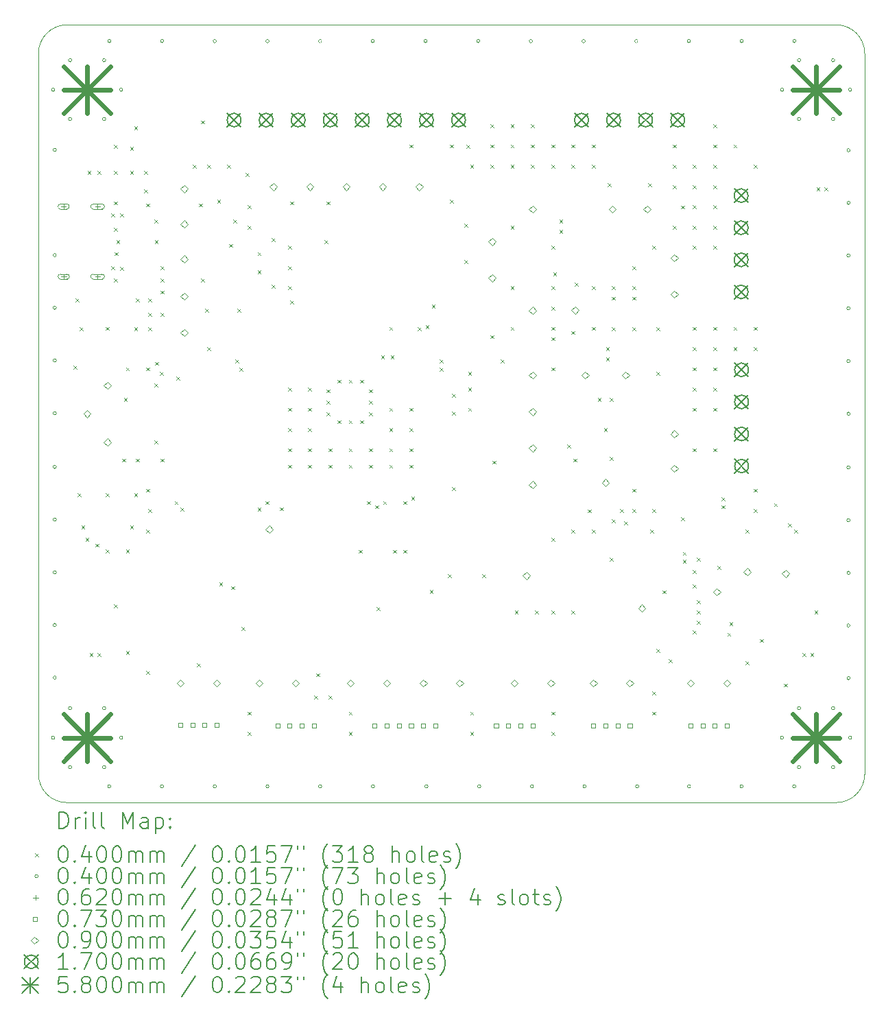
<source format=gbr>
%TF.GenerationSoftware,KiCad,Pcbnew,8.0.3+1*%
%TF.CreationDate,2024-08-22T20:15:40+00:00*%
%TF.ProjectId,AstraControl,41737472-6143-46f6-9e74-726f6c2e6b69,rev?*%
%TF.SameCoordinates,Original*%
%TF.FileFunction,Drillmap*%
%TF.FilePolarity,Positive*%
%FSLAX45Y45*%
G04 Gerber Fmt 4.5, Leading zero omitted, Abs format (unit mm)*
G04 Created by KiCad (PCBNEW 8.0.3+1) date 2024-08-22 20:15:40*
%MOMM*%
%LPD*%
G01*
G04 APERTURE LIST*
%ADD10C,0.100000*%
%ADD11C,0.200000*%
%ADD12C,0.170000*%
%ADD13C,0.580000*%
G04 APERTURE END LIST*
D10*
X10300000Y-6350000D02*
X10300000Y-15250000D01*
X10650000Y-15600000D02*
X20150000Y-15600000D01*
X20150000Y-6000000D02*
X10650000Y-6000000D01*
X20500000Y-15250000D02*
X20500000Y-6350000D01*
X10300000Y-6350000D02*
G75*
G02*
X10650000Y-6000000I350000J0D01*
G01*
X10650000Y-15600000D02*
G75*
G02*
X10300000Y-15250000I0J350000D01*
G01*
X20150000Y-6000000D02*
G75*
G02*
X20500000Y-6350000I0J-350000D01*
G01*
X20500000Y-15250000D02*
G75*
G02*
X20150000Y-15600000I-350000J0D01*
G01*
D11*
D10*
X10730000Y-10205000D02*
X10770000Y-10245000D01*
X10770000Y-10205000D02*
X10730000Y-10245000D01*
X10755000Y-9380000D02*
X10795000Y-9420000D01*
X10795000Y-9380000D02*
X10755000Y-9420000D01*
X10780000Y-11780000D02*
X10820000Y-11820000D01*
X10820000Y-11780000D02*
X10780000Y-11820000D01*
X10805000Y-9730000D02*
X10845000Y-9770000D01*
X10845000Y-9730000D02*
X10805000Y-9770000D01*
X10830000Y-12180000D02*
X10870000Y-12220000D01*
X10870000Y-12180000D02*
X10830000Y-12220000D01*
X10880000Y-12330000D02*
X10920000Y-12370000D01*
X10920000Y-12330000D02*
X10880000Y-12370000D01*
X10905000Y-7805000D02*
X10945000Y-7845000D01*
X10945000Y-7805000D02*
X10905000Y-7845000D01*
X10930000Y-13755000D02*
X10970000Y-13795000D01*
X10970000Y-13755000D02*
X10930000Y-13795000D01*
X11005000Y-12405000D02*
X11045000Y-12445000D01*
X11045000Y-12405000D02*
X11005000Y-12445000D01*
X11030000Y-7805000D02*
X11070000Y-7845000D01*
X11070000Y-7805000D02*
X11030000Y-7845000D01*
X11030000Y-13755000D02*
X11070000Y-13795000D01*
X11070000Y-13755000D02*
X11030000Y-13795000D01*
X11130000Y-9727348D02*
X11170000Y-9767348D01*
X11170000Y-9727348D02*
X11130000Y-9767348D01*
X11130000Y-11780000D02*
X11170000Y-11820000D01*
X11170000Y-11780000D02*
X11130000Y-11820000D01*
X11130000Y-12477348D02*
X11170000Y-12517348D01*
X11170000Y-12477348D02*
X11130000Y-12517348D01*
X11200000Y-8330000D02*
X11240000Y-8370000D01*
X11240000Y-8330000D02*
X11200000Y-8370000D01*
X11200000Y-8980000D02*
X11240000Y-9020000D01*
X11240000Y-8980000D02*
X11200000Y-9020000D01*
X11230000Y-7480000D02*
X11270000Y-7520000D01*
X11270000Y-7480000D02*
X11230000Y-7520000D01*
X11230000Y-7805000D02*
X11270000Y-7845000D01*
X11270000Y-7805000D02*
X11230000Y-7845000D01*
X11230000Y-8180000D02*
X11270000Y-8220000D01*
X11270000Y-8180000D02*
X11230000Y-8220000D01*
X11230000Y-9130000D02*
X11270000Y-9170000D01*
X11270000Y-9130000D02*
X11230000Y-9170000D01*
X11230000Y-13155000D02*
X11270000Y-13195000D01*
X11270000Y-13155000D02*
X11230000Y-13195000D01*
X11231879Y-8505000D02*
X11271879Y-8545000D01*
X11271879Y-8505000D02*
X11231879Y-8545000D01*
X11240000Y-8805000D02*
X11280000Y-8845000D01*
X11280000Y-8805000D02*
X11240000Y-8845000D01*
X11260000Y-8655000D02*
X11300000Y-8695000D01*
X11300000Y-8655000D02*
X11260000Y-8695000D01*
X11305000Y-8330000D02*
X11345000Y-8370000D01*
X11345000Y-8330000D02*
X11305000Y-8370000D01*
X11310000Y-8985000D02*
X11350000Y-9025000D01*
X11350000Y-8985000D02*
X11310000Y-9025000D01*
X11330000Y-11355000D02*
X11370000Y-11395000D01*
X11370000Y-11355000D02*
X11330000Y-11395000D01*
X11355000Y-10605000D02*
X11395000Y-10645000D01*
X11395000Y-10605000D02*
X11355000Y-10645000D01*
X11380000Y-10227348D02*
X11420000Y-10267348D01*
X11420000Y-10227348D02*
X11380000Y-10267348D01*
X11380000Y-12477348D02*
X11420000Y-12517348D01*
X11420000Y-12477348D02*
X11380000Y-12517348D01*
X11380000Y-13727348D02*
X11420000Y-13767348D01*
X11420000Y-13727348D02*
X11380000Y-13767348D01*
X11430000Y-7505000D02*
X11470000Y-7545000D01*
X11470000Y-7505000D02*
X11430000Y-7545000D01*
X11430000Y-7805000D02*
X11470000Y-7845000D01*
X11470000Y-7805000D02*
X11430000Y-7845000D01*
X11430000Y-12180000D02*
X11470000Y-12220000D01*
X11470000Y-12180000D02*
X11430000Y-12220000D01*
X11480000Y-7255000D02*
X11520000Y-7295000D01*
X11520000Y-7255000D02*
X11480000Y-7295000D01*
X11480000Y-9730000D02*
X11520000Y-9770000D01*
X11520000Y-9730000D02*
X11480000Y-9770000D01*
X11480000Y-11780000D02*
X11520000Y-11820000D01*
X11520000Y-11780000D02*
X11480000Y-11820000D01*
X11505000Y-9380000D02*
X11545000Y-9420000D01*
X11545000Y-9380000D02*
X11505000Y-9420000D01*
X11505000Y-11355000D02*
X11545000Y-11395000D01*
X11545000Y-11355000D02*
X11505000Y-11395000D01*
X11605000Y-7805000D02*
X11645000Y-7845000D01*
X11645000Y-7805000D02*
X11605000Y-7845000D01*
X11605000Y-8030000D02*
X11645000Y-8070000D01*
X11645000Y-8030000D02*
X11605000Y-8070000D01*
X11630000Y-8205000D02*
X11670000Y-8245000D01*
X11670000Y-8205000D02*
X11630000Y-8245000D01*
X11630000Y-10227348D02*
X11670000Y-10267348D01*
X11670000Y-10227348D02*
X11630000Y-10267348D01*
X11630000Y-11727348D02*
X11670000Y-11767348D01*
X11670000Y-11727348D02*
X11630000Y-11767348D01*
X11630000Y-12227348D02*
X11670000Y-12267348D01*
X11670000Y-12227348D02*
X11630000Y-12267348D01*
X11630000Y-13977348D02*
X11670000Y-14017348D01*
X11670000Y-13977348D02*
X11630000Y-14017348D01*
X11655000Y-9380000D02*
X11695000Y-9420000D01*
X11695000Y-9380000D02*
X11655000Y-9420000D01*
X11655000Y-9555000D02*
X11695000Y-9595000D01*
X11695000Y-9555000D02*
X11655000Y-9595000D01*
X11655000Y-9730000D02*
X11695000Y-9770000D01*
X11695000Y-9730000D02*
X11655000Y-9770000D01*
X11655000Y-11977348D02*
X11695000Y-12017348D01*
X11695000Y-11977348D02*
X11655000Y-12017348D01*
X11730000Y-8405000D02*
X11770000Y-8445000D01*
X11770000Y-8405000D02*
X11730000Y-8445000D01*
X11730000Y-10430000D02*
X11770000Y-10470000D01*
X11770000Y-10430000D02*
X11730000Y-10470000D01*
X11730000Y-11130000D02*
X11770000Y-11170000D01*
X11770000Y-11130000D02*
X11730000Y-11170000D01*
X11735000Y-8657000D02*
X11775000Y-8697000D01*
X11775000Y-8657000D02*
X11735000Y-8697000D01*
X11740000Y-10160000D02*
X11780000Y-10200000D01*
X11780000Y-10160000D02*
X11740000Y-10200000D01*
X11800000Y-10280000D02*
X11840000Y-10320000D01*
X11840000Y-10280000D02*
X11800000Y-10320000D01*
X11805000Y-8980000D02*
X11845000Y-9020000D01*
X11845000Y-8980000D02*
X11805000Y-9020000D01*
X11805000Y-9130000D02*
X11845000Y-9170000D01*
X11845000Y-9130000D02*
X11805000Y-9170000D01*
X11805000Y-9280000D02*
X11845000Y-9320000D01*
X11845000Y-9280000D02*
X11805000Y-9320000D01*
X11805000Y-9555000D02*
X11845000Y-9595000D01*
X11845000Y-9555000D02*
X11805000Y-9595000D01*
X11805000Y-11355000D02*
X11845000Y-11395000D01*
X11845000Y-11355000D02*
X11805000Y-11395000D01*
X11980000Y-11880000D02*
X12020000Y-11920000D01*
X12020000Y-11880000D02*
X11980000Y-11920000D01*
X12000000Y-10340000D02*
X12040000Y-10380000D01*
X12040000Y-10340000D02*
X12000000Y-10380000D01*
X12055000Y-11957465D02*
X12095000Y-11997465D01*
X12095000Y-11957465D02*
X12055000Y-11997465D01*
X12205000Y-7727348D02*
X12245000Y-7767348D01*
X12245000Y-7727348D02*
X12205000Y-7767348D01*
X12255000Y-13880000D02*
X12295000Y-13920000D01*
X12295000Y-13880000D02*
X12255000Y-13920000D01*
X12280000Y-8205000D02*
X12320000Y-8245000D01*
X12320000Y-8205000D02*
X12280000Y-8245000D01*
X12305000Y-7180000D02*
X12345000Y-7220000D01*
X12345000Y-7180000D02*
X12305000Y-7220000D01*
X12305000Y-9130000D02*
X12345000Y-9170000D01*
X12345000Y-9130000D02*
X12305000Y-9170000D01*
X12355000Y-9505000D02*
X12395000Y-9545000D01*
X12395000Y-9505000D02*
X12355000Y-9545000D01*
X12380000Y-7727348D02*
X12420000Y-7767348D01*
X12420000Y-7727348D02*
X12380000Y-7767348D01*
X12380000Y-9977348D02*
X12420000Y-10017348D01*
X12420000Y-9977348D02*
X12380000Y-10017348D01*
X12505000Y-8155000D02*
X12545000Y-8195000D01*
X12545000Y-8155000D02*
X12505000Y-8195000D01*
X12531000Y-12881000D02*
X12571000Y-12921000D01*
X12571000Y-12881000D02*
X12531000Y-12921000D01*
X12630000Y-7727348D02*
X12670000Y-7767348D01*
X12670000Y-7727348D02*
X12630000Y-7767348D01*
X12655000Y-8705000D02*
X12695000Y-8745000D01*
X12695000Y-8705000D02*
X12655000Y-8745000D01*
X12680000Y-12930000D02*
X12720000Y-12970000D01*
X12720000Y-12930000D02*
X12680000Y-12970000D01*
X12705000Y-8405000D02*
X12745000Y-8445000D01*
X12745000Y-8405000D02*
X12705000Y-8445000D01*
X12730000Y-10130000D02*
X12770000Y-10170000D01*
X12770000Y-10130000D02*
X12730000Y-10170000D01*
X12755000Y-9505000D02*
X12795000Y-9545000D01*
X12795000Y-9505000D02*
X12755000Y-9545000D01*
X12780000Y-10230000D02*
X12820000Y-10270000D01*
X12820000Y-10230000D02*
X12780000Y-10270000D01*
X12805000Y-13430000D02*
X12845000Y-13470000D01*
X12845000Y-13430000D02*
X12805000Y-13470000D01*
X12855000Y-7830000D02*
X12895000Y-7870000D01*
X12895000Y-7830000D02*
X12855000Y-7870000D01*
X12880000Y-8227348D02*
X12920000Y-8267348D01*
X12920000Y-8227348D02*
X12880000Y-8267348D01*
X12880000Y-8477348D02*
X12920000Y-8517348D01*
X12920000Y-8477348D02*
X12880000Y-8517348D01*
X12880000Y-14477348D02*
X12920000Y-14517348D01*
X12920000Y-14477348D02*
X12880000Y-14517348D01*
X12880000Y-14727348D02*
X12920000Y-14767348D01*
X12920000Y-14727348D02*
X12880000Y-14767348D01*
X13005000Y-8805000D02*
X13045000Y-8845000D01*
X13045000Y-8805000D02*
X13005000Y-8845000D01*
X13005000Y-9030000D02*
X13045000Y-9070000D01*
X13045000Y-9030000D02*
X13005000Y-9070000D01*
X13005000Y-11957465D02*
X13045000Y-11997465D01*
X13045000Y-11957465D02*
X13005000Y-11997465D01*
X13105000Y-11880000D02*
X13145000Y-11920000D01*
X13145000Y-11880000D02*
X13105000Y-11920000D01*
X13180000Y-8630000D02*
X13220000Y-8670000D01*
X13220000Y-8630000D02*
X13180000Y-8670000D01*
X13180000Y-9205000D02*
X13220000Y-9245000D01*
X13220000Y-9205000D02*
X13180000Y-9245000D01*
X13280000Y-11955000D02*
X13320000Y-11995000D01*
X13320000Y-11955000D02*
X13280000Y-11995000D01*
X13380000Y-8727348D02*
X13420000Y-8767348D01*
X13420000Y-8727348D02*
X13380000Y-8767348D01*
X13380000Y-8977348D02*
X13420000Y-9017348D01*
X13420000Y-8977348D02*
X13380000Y-9017348D01*
X13380000Y-9227348D02*
X13420000Y-9267348D01*
X13420000Y-9227348D02*
X13380000Y-9267348D01*
X13380000Y-10477348D02*
X13420000Y-10517348D01*
X13420000Y-10477348D02*
X13380000Y-10517348D01*
X13380000Y-10727348D02*
X13420000Y-10767348D01*
X13420000Y-10727348D02*
X13380000Y-10767348D01*
X13380000Y-10977348D02*
X13420000Y-11017348D01*
X13420000Y-10977348D02*
X13380000Y-11017348D01*
X13380000Y-11227348D02*
X13420000Y-11267348D01*
X13420000Y-11227348D02*
X13380000Y-11267348D01*
X13380000Y-11430000D02*
X13420000Y-11470000D01*
X13420000Y-11430000D02*
X13380000Y-11470000D01*
X13405000Y-8180000D02*
X13445000Y-8220000D01*
X13445000Y-8180000D02*
X13405000Y-8220000D01*
X13405000Y-9405000D02*
X13445000Y-9445000D01*
X13445000Y-9405000D02*
X13405000Y-9445000D01*
X13630000Y-10477348D02*
X13670000Y-10517348D01*
X13670000Y-10477348D02*
X13630000Y-10517348D01*
X13630000Y-10727348D02*
X13670000Y-10767348D01*
X13670000Y-10727348D02*
X13630000Y-10767348D01*
X13630000Y-10977348D02*
X13670000Y-11017348D01*
X13670000Y-10977348D02*
X13630000Y-11017348D01*
X13630000Y-11227348D02*
X13670000Y-11267348D01*
X13670000Y-11227348D02*
X13630000Y-11267348D01*
X13630000Y-11430000D02*
X13670000Y-11470000D01*
X13670000Y-11430000D02*
X13630000Y-11470000D01*
X13705000Y-14280000D02*
X13745000Y-14320000D01*
X13745000Y-14280000D02*
X13705000Y-14320000D01*
X13730000Y-14005000D02*
X13770000Y-14045000D01*
X13770000Y-14005000D02*
X13730000Y-14045000D01*
X13830000Y-8655000D02*
X13870000Y-8695000D01*
X13870000Y-8655000D02*
X13830000Y-8695000D01*
X13855000Y-8180000D02*
X13895000Y-8220000D01*
X13895000Y-8180000D02*
X13855000Y-8220000D01*
X13855000Y-10500000D02*
X13895000Y-10540000D01*
X13895000Y-10500000D02*
X13855000Y-10540000D01*
X13855000Y-10640000D02*
X13895000Y-10680000D01*
X13895000Y-10640000D02*
X13855000Y-10680000D01*
X13855000Y-10780000D02*
X13895000Y-10820000D01*
X13895000Y-10780000D02*
X13855000Y-10820000D01*
X13880000Y-11227348D02*
X13920000Y-11267348D01*
X13920000Y-11227348D02*
X13880000Y-11267348D01*
X13880000Y-11430000D02*
X13920000Y-11470000D01*
X13920000Y-11430000D02*
X13880000Y-11470000D01*
X13880000Y-14280000D02*
X13920000Y-14320000D01*
X13920000Y-14280000D02*
X13880000Y-14320000D01*
X13990000Y-10380000D02*
X14030000Y-10420000D01*
X14030000Y-10380000D02*
X13990000Y-10420000D01*
X13990000Y-10880000D02*
X14030000Y-10920000D01*
X14030000Y-10880000D02*
X13990000Y-10920000D01*
X14130000Y-10380000D02*
X14170000Y-10420000D01*
X14170000Y-10380000D02*
X14130000Y-10420000D01*
X14130000Y-10880000D02*
X14170000Y-10920000D01*
X14170000Y-10880000D02*
X14130000Y-10920000D01*
X14130000Y-11227348D02*
X14170000Y-11267348D01*
X14170000Y-11227348D02*
X14130000Y-11267348D01*
X14130000Y-11430000D02*
X14170000Y-11470000D01*
X14170000Y-11430000D02*
X14130000Y-11470000D01*
X14130000Y-14477348D02*
X14170000Y-14517348D01*
X14170000Y-14477348D02*
X14130000Y-14517348D01*
X14130000Y-14727348D02*
X14170000Y-14767348D01*
X14170000Y-14727348D02*
X14130000Y-14767348D01*
X14255000Y-12480000D02*
X14295000Y-12520000D01*
X14295000Y-12480000D02*
X14255000Y-12520000D01*
X14270000Y-10380000D02*
X14310000Y-10420000D01*
X14310000Y-10380000D02*
X14270000Y-10420000D01*
X14270000Y-10880000D02*
X14310000Y-10920000D01*
X14310000Y-10880000D02*
X14270000Y-10920000D01*
X14355000Y-11880000D02*
X14395000Y-11920000D01*
X14395000Y-11880000D02*
X14355000Y-11920000D01*
X14380000Y-10500000D02*
X14420000Y-10540000D01*
X14420000Y-10500000D02*
X14380000Y-10540000D01*
X14380000Y-10640000D02*
X14420000Y-10680000D01*
X14420000Y-10640000D02*
X14380000Y-10680000D01*
X14380000Y-10780000D02*
X14420000Y-10820000D01*
X14420000Y-10780000D02*
X14380000Y-10820000D01*
X14380000Y-11227348D02*
X14420000Y-11267348D01*
X14420000Y-11227348D02*
X14380000Y-11267348D01*
X14380000Y-11430000D02*
X14420000Y-11470000D01*
X14420000Y-11430000D02*
X14380000Y-11470000D01*
X14455000Y-11930000D02*
X14495000Y-11970000D01*
X14495000Y-11930000D02*
X14455000Y-11970000D01*
X14472500Y-13187500D02*
X14512500Y-13227500D01*
X14512500Y-13187500D02*
X14472500Y-13227500D01*
X14530000Y-10080000D02*
X14570000Y-10120000D01*
X14570000Y-10080000D02*
X14530000Y-10120000D01*
X14555000Y-11880000D02*
X14595000Y-11920000D01*
X14595000Y-11880000D02*
X14555000Y-11920000D01*
X14630000Y-9727348D02*
X14670000Y-9767348D01*
X14670000Y-9727348D02*
X14630000Y-9767348D01*
X14630000Y-10727348D02*
X14670000Y-10767348D01*
X14670000Y-10727348D02*
X14630000Y-10767348D01*
X14630000Y-10977348D02*
X14670000Y-11017348D01*
X14670000Y-10977348D02*
X14630000Y-11017348D01*
X14630000Y-11227348D02*
X14670000Y-11267348D01*
X14670000Y-11227348D02*
X14630000Y-11267348D01*
X14630000Y-11430000D02*
X14670000Y-11470000D01*
X14670000Y-11430000D02*
X14630000Y-11470000D01*
X14648000Y-10080000D02*
X14688000Y-10120000D01*
X14688000Y-10080000D02*
X14648000Y-10120000D01*
X14680000Y-12480000D02*
X14720000Y-12520000D01*
X14720000Y-12480000D02*
X14680000Y-12520000D01*
X14805000Y-11880000D02*
X14845000Y-11920000D01*
X14845000Y-11880000D02*
X14805000Y-11920000D01*
X14805000Y-12480000D02*
X14845000Y-12520000D01*
X14845000Y-12480000D02*
X14805000Y-12520000D01*
X14880000Y-7477348D02*
X14920000Y-7517348D01*
X14920000Y-7477348D02*
X14880000Y-7517348D01*
X14880000Y-10727348D02*
X14920000Y-10767348D01*
X14920000Y-10727348D02*
X14880000Y-10767348D01*
X14880000Y-10977348D02*
X14920000Y-11017348D01*
X14920000Y-10977348D02*
X14880000Y-11017348D01*
X14880000Y-11227348D02*
X14920000Y-11267348D01*
X14920000Y-11227348D02*
X14880000Y-11267348D01*
X14880000Y-11430000D02*
X14920000Y-11470000D01*
X14920000Y-11430000D02*
X14880000Y-11470000D01*
X14902000Y-11827000D02*
X14942000Y-11867000D01*
X14942000Y-11827000D02*
X14902000Y-11867000D01*
X14980000Y-9730000D02*
X15020000Y-9770000D01*
X15020000Y-9730000D02*
X14980000Y-9770000D01*
X15080000Y-9705000D02*
X15120000Y-9745000D01*
X15120000Y-9705000D02*
X15080000Y-9745000D01*
X15130000Y-12977348D02*
X15170000Y-13017348D01*
X15170000Y-12977348D02*
X15130000Y-13017348D01*
X15155000Y-9455000D02*
X15195000Y-9495000D01*
X15195000Y-9455000D02*
X15155000Y-9495000D01*
X15255000Y-10130000D02*
X15295000Y-10170000D01*
X15295000Y-10130000D02*
X15255000Y-10170000D01*
X15255000Y-10230000D02*
X15295000Y-10270000D01*
X15295000Y-10230000D02*
X15255000Y-10270000D01*
X15355000Y-12780000D02*
X15395000Y-12820000D01*
X15395000Y-12780000D02*
X15355000Y-12820000D01*
X15380000Y-7477348D02*
X15420000Y-7517348D01*
X15420000Y-7477348D02*
X15380000Y-7517348D01*
X15380000Y-8155000D02*
X15420000Y-8195000D01*
X15420000Y-8155000D02*
X15380000Y-8195000D01*
X15405000Y-10555000D02*
X15445000Y-10595000D01*
X15445000Y-10555000D02*
X15405000Y-10595000D01*
X15405000Y-10776250D02*
X15445000Y-10816250D01*
X15445000Y-10776250D02*
X15405000Y-10816250D01*
X15405000Y-11705000D02*
X15445000Y-11745000D01*
X15445000Y-11705000D02*
X15405000Y-11745000D01*
X15555000Y-8455000D02*
X15595000Y-8495000D01*
X15595000Y-8455000D02*
X15555000Y-8495000D01*
X15555000Y-8905000D02*
X15595000Y-8945000D01*
X15595000Y-8905000D02*
X15555000Y-8945000D01*
X15580000Y-7480000D02*
X15620000Y-7520000D01*
X15620000Y-7480000D02*
X15580000Y-7520000D01*
X15605000Y-10280000D02*
X15645000Y-10320000D01*
X15645000Y-10280000D02*
X15605000Y-10320000D01*
X15605000Y-10477348D02*
X15645000Y-10517348D01*
X15645000Y-10477348D02*
X15605000Y-10517348D01*
X15605000Y-10727348D02*
X15645000Y-10767348D01*
X15645000Y-10727348D02*
X15605000Y-10767348D01*
X15630000Y-7727348D02*
X15670000Y-7767348D01*
X15670000Y-7727348D02*
X15630000Y-7767348D01*
X15630000Y-14477348D02*
X15670000Y-14517348D01*
X15670000Y-14477348D02*
X15630000Y-14517348D01*
X15630000Y-14727348D02*
X15670000Y-14767348D01*
X15670000Y-14727348D02*
X15630000Y-14767348D01*
X15780000Y-12780000D02*
X15820000Y-12820000D01*
X15820000Y-12780000D02*
X15780000Y-12820000D01*
X15880000Y-7227348D02*
X15920000Y-7267348D01*
X15920000Y-7227348D02*
X15880000Y-7267348D01*
X15880000Y-7477348D02*
X15920000Y-7517348D01*
X15920000Y-7477348D02*
X15880000Y-7517348D01*
X15880000Y-7727348D02*
X15920000Y-7767348D01*
X15920000Y-7727348D02*
X15880000Y-7767348D01*
X15880000Y-9830000D02*
X15920000Y-9870000D01*
X15920000Y-9830000D02*
X15880000Y-9870000D01*
X15905000Y-11380000D02*
X15945000Y-11420000D01*
X15945000Y-11380000D02*
X15905000Y-11420000D01*
X16005000Y-10130000D02*
X16045000Y-10170000D01*
X16045000Y-10130000D02*
X16005000Y-10170000D01*
X16130000Y-7227348D02*
X16170000Y-7267348D01*
X16170000Y-7227348D02*
X16130000Y-7267348D01*
X16130000Y-7477348D02*
X16170000Y-7517348D01*
X16170000Y-7477348D02*
X16130000Y-7517348D01*
X16130000Y-7727348D02*
X16170000Y-7767348D01*
X16170000Y-7727348D02*
X16130000Y-7767348D01*
X16130000Y-8477348D02*
X16170000Y-8517348D01*
X16170000Y-8477348D02*
X16130000Y-8517348D01*
X16130000Y-9227348D02*
X16170000Y-9267348D01*
X16170000Y-9227348D02*
X16130000Y-9267348D01*
X16130000Y-9727348D02*
X16170000Y-9767348D01*
X16170000Y-9727348D02*
X16130000Y-9767348D01*
X16180000Y-13230000D02*
X16220000Y-13270000D01*
X16220000Y-13230000D02*
X16180000Y-13270000D01*
X16380000Y-7227348D02*
X16420000Y-7267348D01*
X16420000Y-7227348D02*
X16380000Y-7267348D01*
X16380000Y-7477348D02*
X16420000Y-7517348D01*
X16420000Y-7477348D02*
X16380000Y-7517348D01*
X16380000Y-7727348D02*
X16420000Y-7767348D01*
X16420000Y-7727348D02*
X16380000Y-7767348D01*
X16430000Y-13230000D02*
X16470000Y-13270000D01*
X16470000Y-13230000D02*
X16430000Y-13270000D01*
X16630000Y-7477348D02*
X16670000Y-7517348D01*
X16670000Y-7477348D02*
X16630000Y-7517348D01*
X16630000Y-7727348D02*
X16670000Y-7767348D01*
X16670000Y-7727348D02*
X16630000Y-7767348D01*
X16630000Y-8727348D02*
X16670000Y-8767348D01*
X16670000Y-8727348D02*
X16630000Y-8767348D01*
X16630000Y-9227348D02*
X16670000Y-9267348D01*
X16670000Y-9227348D02*
X16630000Y-9267348D01*
X16630000Y-9477348D02*
X16670000Y-9517348D01*
X16670000Y-9477348D02*
X16630000Y-9517348D01*
X16630000Y-9727348D02*
X16670000Y-9767348D01*
X16670000Y-9727348D02*
X16630000Y-9767348D01*
X16630000Y-9855000D02*
X16670000Y-9895000D01*
X16670000Y-9855000D02*
X16630000Y-9895000D01*
X16630000Y-10227348D02*
X16670000Y-10267348D01*
X16670000Y-10227348D02*
X16630000Y-10267348D01*
X16630000Y-12330000D02*
X16670000Y-12370000D01*
X16670000Y-12330000D02*
X16630000Y-12370000D01*
X16630000Y-13230000D02*
X16670000Y-13270000D01*
X16670000Y-13230000D02*
X16630000Y-13270000D01*
X16630000Y-14477348D02*
X16670000Y-14517348D01*
X16670000Y-14477348D02*
X16630000Y-14517348D01*
X16630000Y-14727348D02*
X16670000Y-14767348D01*
X16670000Y-14727348D02*
X16630000Y-14767348D01*
X16655000Y-9055000D02*
X16695000Y-9095000D01*
X16695000Y-9055000D02*
X16655000Y-9095000D01*
X16730000Y-8405000D02*
X16770000Y-8445000D01*
X16770000Y-8405000D02*
X16730000Y-8445000D01*
X16730000Y-8530000D02*
X16770000Y-8570000D01*
X16770000Y-8530000D02*
X16730000Y-8570000D01*
X16830000Y-11180000D02*
X16870000Y-11220000D01*
X16870000Y-11180000D02*
X16830000Y-11220000D01*
X16880000Y-7477348D02*
X16920000Y-7517348D01*
X16920000Y-7477348D02*
X16880000Y-7517348D01*
X16880000Y-7727348D02*
X16920000Y-7767348D01*
X16920000Y-7727348D02*
X16880000Y-7767348D01*
X16880000Y-9780000D02*
X16920000Y-9820000D01*
X16920000Y-9780000D02*
X16880000Y-9820000D01*
X16880000Y-12227348D02*
X16920000Y-12267348D01*
X16920000Y-12227348D02*
X16880000Y-12267348D01*
X16880000Y-13227348D02*
X16920000Y-13267348D01*
X16920000Y-13227348D02*
X16880000Y-13267348D01*
X16905000Y-11355000D02*
X16945000Y-11395000D01*
X16945000Y-11355000D02*
X16905000Y-11395000D01*
X16920000Y-9180000D02*
X16960000Y-9220000D01*
X16960000Y-9180000D02*
X16920000Y-9220000D01*
X17080000Y-11980000D02*
X17120000Y-12020000D01*
X17120000Y-11980000D02*
X17080000Y-12020000D01*
X17130000Y-7477348D02*
X17170000Y-7517348D01*
X17170000Y-7477348D02*
X17130000Y-7517348D01*
X17130000Y-7727348D02*
X17170000Y-7767348D01*
X17170000Y-7727348D02*
X17130000Y-7767348D01*
X17130000Y-9227348D02*
X17170000Y-9267348D01*
X17170000Y-9227348D02*
X17130000Y-9267348D01*
X17130000Y-9727348D02*
X17170000Y-9767348D01*
X17170000Y-9727348D02*
X17130000Y-9767348D01*
X17130000Y-12227348D02*
X17170000Y-12267348D01*
X17170000Y-12227348D02*
X17130000Y-12267348D01*
X17205000Y-10605000D02*
X17245000Y-10645000D01*
X17245000Y-10605000D02*
X17205000Y-10645000D01*
X17280000Y-10980000D02*
X17320000Y-11020000D01*
X17320000Y-10980000D02*
X17280000Y-11020000D01*
X17305000Y-9980000D02*
X17345000Y-10020000D01*
X17345000Y-9980000D02*
X17305000Y-10020000D01*
X17305000Y-10105000D02*
X17345000Y-10145000D01*
X17345000Y-10105000D02*
X17305000Y-10145000D01*
X17328000Y-7955000D02*
X17368000Y-7995000D01*
X17368000Y-7955000D02*
X17328000Y-7995000D01*
X17355000Y-10605000D02*
X17395000Y-10645000D01*
X17395000Y-10605000D02*
X17355000Y-10645000D01*
X17355000Y-11330000D02*
X17395000Y-11370000D01*
X17395000Y-11330000D02*
X17355000Y-11370000D01*
X17355000Y-12580000D02*
X17395000Y-12620000D01*
X17395000Y-12580000D02*
X17355000Y-12620000D01*
X17380000Y-9227348D02*
X17420000Y-9267348D01*
X17420000Y-9227348D02*
X17380000Y-9267348D01*
X17380000Y-9355000D02*
X17420000Y-9395000D01*
X17420000Y-9355000D02*
X17380000Y-9395000D01*
X17380000Y-9730000D02*
X17420000Y-9770000D01*
X17420000Y-9730000D02*
X17380000Y-9770000D01*
X17380000Y-12105000D02*
X17420000Y-12145000D01*
X17420000Y-12105000D02*
X17380000Y-12145000D01*
X17480000Y-11977348D02*
X17520000Y-12017348D01*
X17520000Y-11977348D02*
X17480000Y-12017348D01*
X17530000Y-12130000D02*
X17570000Y-12170000D01*
X17570000Y-12130000D02*
X17530000Y-12170000D01*
X17630000Y-8977348D02*
X17670000Y-9017348D01*
X17670000Y-8977348D02*
X17630000Y-9017348D01*
X17630000Y-9227348D02*
X17670000Y-9267348D01*
X17670000Y-9227348D02*
X17630000Y-9267348D01*
X17630000Y-9355000D02*
X17670000Y-9395000D01*
X17670000Y-9355000D02*
X17630000Y-9395000D01*
X17630000Y-9730000D02*
X17670000Y-9770000D01*
X17670000Y-9730000D02*
X17630000Y-9770000D01*
X17630000Y-11727348D02*
X17670000Y-11767348D01*
X17670000Y-11727348D02*
X17630000Y-11767348D01*
X17630000Y-11977348D02*
X17670000Y-12017348D01*
X17670000Y-11977348D02*
X17630000Y-12017348D01*
X17827000Y-7955000D02*
X17867000Y-7995000D01*
X17867000Y-7955000D02*
X17827000Y-7995000D01*
X17855000Y-12227348D02*
X17895000Y-12267348D01*
X17895000Y-12227348D02*
X17855000Y-12267348D01*
X17880000Y-8727348D02*
X17920000Y-8767348D01*
X17920000Y-8727348D02*
X17880000Y-8767348D01*
X17880000Y-11977348D02*
X17920000Y-12017348D01*
X17920000Y-11977348D02*
X17880000Y-12017348D01*
X17880000Y-14227348D02*
X17920000Y-14267348D01*
X17920000Y-14227348D02*
X17880000Y-14267348D01*
X17880000Y-14477348D02*
X17920000Y-14517348D01*
X17920000Y-14477348D02*
X17880000Y-14517348D01*
X17930000Y-9730000D02*
X17970000Y-9770000D01*
X17970000Y-9730000D02*
X17930000Y-9770000D01*
X17930000Y-10280000D02*
X17970000Y-10320000D01*
X17970000Y-10280000D02*
X17930000Y-10320000D01*
X17930000Y-13705000D02*
X17970000Y-13745000D01*
X17970000Y-13705000D02*
X17930000Y-13745000D01*
X18005000Y-12980000D02*
X18045000Y-13020000D01*
X18045000Y-12980000D02*
X18005000Y-13020000D01*
X18080000Y-13830000D02*
X18120000Y-13870000D01*
X18120000Y-13830000D02*
X18080000Y-13870000D01*
X18130000Y-7477348D02*
X18170000Y-7517348D01*
X18170000Y-7477348D02*
X18130000Y-7517348D01*
X18130000Y-7727348D02*
X18170000Y-7767348D01*
X18170000Y-7727348D02*
X18130000Y-7767348D01*
X18130000Y-7977348D02*
X18170000Y-8017348D01*
X18170000Y-7977348D02*
X18130000Y-8017348D01*
X18130000Y-8477348D02*
X18170000Y-8517348D01*
X18170000Y-8477348D02*
X18130000Y-8517348D01*
X18230000Y-8230000D02*
X18270000Y-8270000D01*
X18270000Y-8230000D02*
X18230000Y-8270000D01*
X18230000Y-12080000D02*
X18270000Y-12120000D01*
X18270000Y-12080000D02*
X18230000Y-12120000D01*
X18255000Y-12505000D02*
X18295000Y-12545000D01*
X18295000Y-12505000D02*
X18255000Y-12545000D01*
X18255000Y-12605000D02*
X18295000Y-12645000D01*
X18295000Y-12605000D02*
X18255000Y-12645000D01*
X18380000Y-7727348D02*
X18420000Y-7767348D01*
X18420000Y-7727348D02*
X18380000Y-7767348D01*
X18380000Y-7977348D02*
X18420000Y-8017348D01*
X18420000Y-7977348D02*
X18380000Y-8017348D01*
X18380000Y-8227348D02*
X18420000Y-8267348D01*
X18420000Y-8227348D02*
X18380000Y-8267348D01*
X18380000Y-8477348D02*
X18420000Y-8517348D01*
X18420000Y-8477348D02*
X18380000Y-8517348D01*
X18380000Y-8727348D02*
X18420000Y-8767348D01*
X18420000Y-8727348D02*
X18380000Y-8767348D01*
X18380000Y-9727348D02*
X18420000Y-9767348D01*
X18420000Y-9727348D02*
X18380000Y-9767348D01*
X18380000Y-9977348D02*
X18420000Y-10017348D01*
X18420000Y-9977348D02*
X18380000Y-10017348D01*
X18380000Y-10227348D02*
X18420000Y-10267348D01*
X18420000Y-10227348D02*
X18380000Y-10267348D01*
X18380000Y-10477348D02*
X18420000Y-10517348D01*
X18420000Y-10477348D02*
X18380000Y-10517348D01*
X18380000Y-10727348D02*
X18420000Y-10767348D01*
X18420000Y-10727348D02*
X18380000Y-10767348D01*
X18380000Y-11227348D02*
X18420000Y-11267348D01*
X18420000Y-11227348D02*
X18380000Y-11267348D01*
X18380000Y-12730000D02*
X18420000Y-12770000D01*
X18420000Y-12730000D02*
X18380000Y-12770000D01*
X18380000Y-12905000D02*
X18420000Y-12945000D01*
X18420000Y-12905000D02*
X18380000Y-12945000D01*
X18380000Y-13477348D02*
X18420000Y-13517348D01*
X18420000Y-13477348D02*
X18380000Y-13517348D01*
X18430000Y-12580000D02*
X18470000Y-12620000D01*
X18470000Y-12580000D02*
X18430000Y-12620000D01*
X18430000Y-13105000D02*
X18470000Y-13145000D01*
X18470000Y-13105000D02*
X18430000Y-13145000D01*
X18430000Y-13230000D02*
X18470000Y-13270000D01*
X18470000Y-13230000D02*
X18430000Y-13270000D01*
X18430000Y-13355000D02*
X18470000Y-13395000D01*
X18470000Y-13355000D02*
X18430000Y-13395000D01*
X18630000Y-7227348D02*
X18670000Y-7267348D01*
X18670000Y-7227348D02*
X18630000Y-7267348D01*
X18630000Y-7477348D02*
X18670000Y-7517348D01*
X18670000Y-7477348D02*
X18630000Y-7517348D01*
X18630000Y-7727348D02*
X18670000Y-7767348D01*
X18670000Y-7727348D02*
X18630000Y-7767348D01*
X18630000Y-7977348D02*
X18670000Y-8017348D01*
X18670000Y-7977348D02*
X18630000Y-8017348D01*
X18630000Y-8227348D02*
X18670000Y-8267348D01*
X18670000Y-8227348D02*
X18630000Y-8267348D01*
X18630000Y-8477348D02*
X18670000Y-8517348D01*
X18670000Y-8477348D02*
X18630000Y-8517348D01*
X18630000Y-8727348D02*
X18670000Y-8767348D01*
X18670000Y-8727348D02*
X18630000Y-8767348D01*
X18630000Y-9727348D02*
X18670000Y-9767348D01*
X18670000Y-9727348D02*
X18630000Y-9767348D01*
X18630000Y-9977348D02*
X18670000Y-10017348D01*
X18670000Y-9977348D02*
X18630000Y-10017348D01*
X18630000Y-10227348D02*
X18670000Y-10267348D01*
X18670000Y-10227348D02*
X18630000Y-10267348D01*
X18630000Y-10477348D02*
X18670000Y-10517348D01*
X18670000Y-10477348D02*
X18630000Y-10517348D01*
X18630000Y-10727348D02*
X18670000Y-10767348D01*
X18670000Y-10727348D02*
X18630000Y-10767348D01*
X18630000Y-11227348D02*
X18670000Y-11267348D01*
X18670000Y-11227348D02*
X18630000Y-11267348D01*
X18680000Y-12680000D02*
X18720000Y-12720000D01*
X18720000Y-12680000D02*
X18680000Y-12720000D01*
X18730000Y-11830000D02*
X18770000Y-11870000D01*
X18770000Y-11830000D02*
X18730000Y-11870000D01*
X18730000Y-11930000D02*
X18770000Y-11970000D01*
X18770000Y-11930000D02*
X18730000Y-11970000D01*
X18805000Y-13505000D02*
X18845000Y-13545000D01*
X18845000Y-13505000D02*
X18805000Y-13545000D01*
X18830000Y-13371634D02*
X18870000Y-13411634D01*
X18870000Y-13371634D02*
X18830000Y-13411634D01*
X18880000Y-7477348D02*
X18920000Y-7517348D01*
X18920000Y-7477348D02*
X18880000Y-7517348D01*
X18880000Y-9727348D02*
X18920000Y-9767348D01*
X18920000Y-9727348D02*
X18880000Y-9767348D01*
X18880000Y-9977348D02*
X18920000Y-10017348D01*
X18920000Y-9977348D02*
X18880000Y-10017348D01*
X19030000Y-12230000D02*
X19070000Y-12270000D01*
X19070000Y-12230000D02*
X19030000Y-12270000D01*
X19030000Y-13855000D02*
X19070000Y-13895000D01*
X19070000Y-13855000D02*
X19030000Y-13895000D01*
X19130000Y-7727348D02*
X19170000Y-7767348D01*
X19170000Y-7727348D02*
X19130000Y-7767348D01*
X19130000Y-9727348D02*
X19170000Y-9767348D01*
X19170000Y-9727348D02*
X19130000Y-9767348D01*
X19130000Y-9977348D02*
X19170000Y-10017348D01*
X19170000Y-9977348D02*
X19130000Y-10017348D01*
X19130000Y-11727348D02*
X19170000Y-11767348D01*
X19170000Y-11727348D02*
X19130000Y-11767348D01*
X19130000Y-11977348D02*
X19170000Y-12017348D01*
X19170000Y-11977348D02*
X19130000Y-12017348D01*
X19205000Y-13580000D02*
X19245000Y-13620000D01*
X19245000Y-13580000D02*
X19205000Y-13620000D01*
X19380000Y-11905000D02*
X19420000Y-11945000D01*
X19420000Y-11905000D02*
X19380000Y-11945000D01*
X19505000Y-14130000D02*
X19545000Y-14170000D01*
X19545000Y-14130000D02*
X19505000Y-14170000D01*
X19555000Y-12155000D02*
X19595000Y-12195000D01*
X19595000Y-12155000D02*
X19555000Y-12195000D01*
X19630000Y-12230000D02*
X19670000Y-12270000D01*
X19670000Y-12230000D02*
X19630000Y-12270000D01*
X19730000Y-13755000D02*
X19770000Y-13795000D01*
X19770000Y-13755000D02*
X19730000Y-13795000D01*
X19830000Y-13755000D02*
X19870000Y-13795000D01*
X19870000Y-13755000D02*
X19830000Y-13795000D01*
X19880000Y-13227348D02*
X19920000Y-13267348D01*
X19920000Y-13227348D02*
X19880000Y-13267348D01*
X19905000Y-8005000D02*
X19945000Y-8045000D01*
X19945000Y-8005000D02*
X19905000Y-8045000D01*
X20005000Y-8005000D02*
X20045000Y-8045000D01*
X20045000Y-8005000D02*
X20005000Y-8045000D01*
X10500000Y-6800000D02*
G75*
G02*
X10460000Y-6800000I-20000J0D01*
G01*
X10460000Y-6800000D02*
G75*
G02*
X10500000Y-6800000I20000J0D01*
G01*
X10500000Y-14800000D02*
G75*
G02*
X10460000Y-14800000I-20000J0D01*
G01*
X10460000Y-14800000D02*
G75*
G02*
X10500000Y-14800000I20000J0D01*
G01*
X10520000Y-7541262D02*
G75*
G02*
X10480000Y-7541262I-20000J0D01*
G01*
X10480000Y-7541262D02*
G75*
G02*
X10520000Y-7541262I20000J0D01*
G01*
X10520000Y-8842303D02*
G75*
G02*
X10480000Y-8842303I-20000J0D01*
G01*
X10480000Y-8842303D02*
G75*
G02*
X10520000Y-8842303I20000J0D01*
G01*
X10520000Y-9492824D02*
G75*
G02*
X10480000Y-9492824I-20000J0D01*
G01*
X10480000Y-9492824D02*
G75*
G02*
X10520000Y-9492824I20000J0D01*
G01*
X10520000Y-10143344D02*
G75*
G02*
X10480000Y-10143344I-20000J0D01*
G01*
X10480000Y-10143344D02*
G75*
G02*
X10520000Y-10143344I20000J0D01*
G01*
X10520000Y-10793865D02*
G75*
G02*
X10480000Y-10793865I-20000J0D01*
G01*
X10480000Y-10793865D02*
G75*
G02*
X10520000Y-10793865I20000J0D01*
G01*
X10520000Y-11456656D02*
G75*
G02*
X10480000Y-11456656I-20000J0D01*
G01*
X10480000Y-11456656D02*
G75*
G02*
X10520000Y-11456656I20000J0D01*
G01*
X10520000Y-12107176D02*
G75*
G02*
X10480000Y-12107176I-20000J0D01*
G01*
X10480000Y-12107176D02*
G75*
G02*
X10520000Y-12107176I20000J0D01*
G01*
X10520000Y-12757697D02*
G75*
G02*
X10480000Y-12757697I-20000J0D01*
G01*
X10480000Y-12757697D02*
G75*
G02*
X10520000Y-12757697I20000J0D01*
G01*
X10520000Y-13408217D02*
G75*
G02*
X10480000Y-13408217I-20000J0D01*
G01*
X10480000Y-13408217D02*
G75*
G02*
X10520000Y-13408217I20000J0D01*
G01*
X10520000Y-14058738D02*
G75*
G02*
X10480000Y-14058738I-20000J0D01*
G01*
X10480000Y-14058738D02*
G75*
G02*
X10520000Y-14058738I20000J0D01*
G01*
X10710000Y-6436269D02*
G75*
G02*
X10670000Y-6436269I-20000J0D01*
G01*
X10670000Y-6436269D02*
G75*
G02*
X10710000Y-6436269I20000J0D01*
G01*
X10710000Y-7163731D02*
G75*
G02*
X10670000Y-7163731I-20000J0D01*
G01*
X10670000Y-7163731D02*
G75*
G02*
X10710000Y-7163731I20000J0D01*
G01*
X10710000Y-14436269D02*
G75*
G02*
X10670000Y-14436269I-20000J0D01*
G01*
X10670000Y-14436269D02*
G75*
G02*
X10710000Y-14436269I20000J0D01*
G01*
X10710000Y-15163731D02*
G75*
G02*
X10670000Y-15163731I-20000J0D01*
G01*
X10670000Y-15163731D02*
G75*
G02*
X10710000Y-15163731I20000J0D01*
G01*
X11130000Y-6436269D02*
G75*
G02*
X11090000Y-6436269I-20000J0D01*
G01*
X11090000Y-6436269D02*
G75*
G02*
X11130000Y-6436269I20000J0D01*
G01*
X11130000Y-7163731D02*
G75*
G02*
X11090000Y-7163731I-20000J0D01*
G01*
X11090000Y-7163731D02*
G75*
G02*
X11130000Y-7163731I20000J0D01*
G01*
X11130000Y-14436269D02*
G75*
G02*
X11090000Y-14436269I-20000J0D01*
G01*
X11090000Y-14436269D02*
G75*
G02*
X11130000Y-14436269I20000J0D01*
G01*
X11130000Y-15163731D02*
G75*
G02*
X11090000Y-15163731I-20000J0D01*
G01*
X11090000Y-15163731D02*
G75*
G02*
X11130000Y-15163731I20000J0D01*
G01*
X11194690Y-15400000D02*
G75*
G02*
X11154690Y-15400000I-20000J0D01*
G01*
X11154690Y-15400000D02*
G75*
G02*
X11194690Y-15400000I20000J0D01*
G01*
X11194690Y-6200000D02*
G75*
G02*
X11154690Y-6200000I-20000J0D01*
G01*
X11154690Y-6200000D02*
G75*
G02*
X11194690Y-6200000I20000J0D01*
G01*
X11340000Y-6800000D02*
G75*
G02*
X11300000Y-6800000I-20000J0D01*
G01*
X11300000Y-6800000D02*
G75*
G02*
X11340000Y-6800000I20000J0D01*
G01*
X11340000Y-14800000D02*
G75*
G02*
X11300000Y-14800000I-20000J0D01*
G01*
X11300000Y-14800000D02*
G75*
G02*
X11340000Y-14800000I20000J0D01*
G01*
X11845210Y-6200000D02*
G75*
G02*
X11805210Y-6200000I-20000J0D01*
G01*
X11805210Y-6200000D02*
G75*
G02*
X11845210Y-6200000I20000J0D01*
G01*
X11845210Y-15400000D02*
G75*
G02*
X11805210Y-15400000I-20000J0D01*
G01*
X11805210Y-15400000D02*
G75*
G02*
X11845210Y-15400000I20000J0D01*
G01*
X12495731Y-15400000D02*
G75*
G02*
X12455731Y-15400000I-20000J0D01*
G01*
X12455731Y-15400000D02*
G75*
G02*
X12495731Y-15400000I20000J0D01*
G01*
X12495731Y-6200000D02*
G75*
G02*
X12455731Y-6200000I-20000J0D01*
G01*
X12455731Y-6200000D02*
G75*
G02*
X12495731Y-6200000I20000J0D01*
G01*
X13146251Y-6200000D02*
G75*
G02*
X13106251Y-6200000I-20000J0D01*
G01*
X13106251Y-6200000D02*
G75*
G02*
X13146251Y-6200000I20000J0D01*
G01*
X13146251Y-15400000D02*
G75*
G02*
X13106251Y-15400000I-20000J0D01*
G01*
X13106251Y-15400000D02*
G75*
G02*
X13146251Y-15400000I20000J0D01*
G01*
X13796772Y-15400000D02*
G75*
G02*
X13756772Y-15400000I-20000J0D01*
G01*
X13756772Y-15400000D02*
G75*
G02*
X13796772Y-15400000I20000J0D01*
G01*
X13796772Y-6200000D02*
G75*
G02*
X13756772Y-6200000I-20000J0D01*
G01*
X13756772Y-6200000D02*
G75*
G02*
X13796772Y-6200000I20000J0D01*
G01*
X14447292Y-6200000D02*
G75*
G02*
X14407292Y-6200000I-20000J0D01*
G01*
X14407292Y-6200000D02*
G75*
G02*
X14447292Y-6200000I20000J0D01*
G01*
X14447292Y-15400000D02*
G75*
G02*
X14407292Y-15400000I-20000J0D01*
G01*
X14407292Y-15400000D02*
G75*
G02*
X14447292Y-15400000I20000J0D01*
G01*
X15097813Y-6200000D02*
G75*
G02*
X15057813Y-6200000I-20000J0D01*
G01*
X15057813Y-6200000D02*
G75*
G02*
X15097813Y-6200000I20000J0D01*
G01*
X15110084Y-15400000D02*
G75*
G02*
X15070084Y-15400000I-20000J0D01*
G01*
X15070084Y-15400000D02*
G75*
G02*
X15110084Y-15400000I20000J0D01*
G01*
X15748333Y-6200000D02*
G75*
G02*
X15708333Y-6200000I-20000J0D01*
G01*
X15708333Y-6200000D02*
G75*
G02*
X15748333Y-6200000I20000J0D01*
G01*
X15760604Y-15400000D02*
G75*
G02*
X15720604Y-15400000I-20000J0D01*
G01*
X15720604Y-15400000D02*
G75*
G02*
X15760604Y-15400000I20000J0D01*
G01*
X16398854Y-6200000D02*
G75*
G02*
X16358854Y-6200000I-20000J0D01*
G01*
X16358854Y-6200000D02*
G75*
G02*
X16398854Y-6200000I20000J0D01*
G01*
X16411124Y-15400000D02*
G75*
G02*
X16371124Y-15400000I-20000J0D01*
G01*
X16371124Y-15400000D02*
G75*
G02*
X16411124Y-15400000I20000J0D01*
G01*
X17049374Y-6200000D02*
G75*
G02*
X17009374Y-6200000I-20000J0D01*
G01*
X17009374Y-6200000D02*
G75*
G02*
X17049374Y-6200000I20000J0D01*
G01*
X17061645Y-15400000D02*
G75*
G02*
X17021645Y-15400000I-20000J0D01*
G01*
X17021645Y-15400000D02*
G75*
G02*
X17061645Y-15400000I20000J0D01*
G01*
X17699895Y-6200000D02*
G75*
G02*
X17659895Y-6200000I-20000J0D01*
G01*
X17659895Y-6200000D02*
G75*
G02*
X17699895Y-6200000I20000J0D01*
G01*
X17712165Y-15400000D02*
G75*
G02*
X17672165Y-15400000I-20000J0D01*
G01*
X17672165Y-15400000D02*
G75*
G02*
X17712165Y-15400000I20000J0D01*
G01*
X18350415Y-6200000D02*
G75*
G02*
X18310415Y-6200000I-20000J0D01*
G01*
X18310415Y-6200000D02*
G75*
G02*
X18350415Y-6200000I20000J0D01*
G01*
X18350415Y-15400000D02*
G75*
G02*
X18310415Y-15400000I-20000J0D01*
G01*
X18310415Y-15400000D02*
G75*
G02*
X18350415Y-15400000I20000J0D01*
G01*
X19000935Y-6200000D02*
G75*
G02*
X18960935Y-6200000I-20000J0D01*
G01*
X18960935Y-6200000D02*
G75*
G02*
X19000935Y-6200000I20000J0D01*
G01*
X19000935Y-15400000D02*
G75*
G02*
X18960935Y-15400000I-20000J0D01*
G01*
X18960935Y-15400000D02*
G75*
G02*
X19000935Y-15400000I20000J0D01*
G01*
X19500000Y-6800000D02*
G75*
G02*
X19460000Y-6800000I-20000J0D01*
G01*
X19460000Y-6800000D02*
G75*
G02*
X19500000Y-6800000I20000J0D01*
G01*
X19500000Y-14800000D02*
G75*
G02*
X19460000Y-14800000I-20000J0D01*
G01*
X19460000Y-14800000D02*
G75*
G02*
X19500000Y-14800000I20000J0D01*
G01*
X19651456Y-6200000D02*
G75*
G02*
X19611456Y-6200000I-20000J0D01*
G01*
X19611456Y-6200000D02*
G75*
G02*
X19651456Y-6200000I20000J0D01*
G01*
X19651456Y-15400000D02*
G75*
G02*
X19611456Y-15400000I-20000J0D01*
G01*
X19611456Y-15400000D02*
G75*
G02*
X19651456Y-15400000I20000J0D01*
G01*
X19710000Y-6436269D02*
G75*
G02*
X19670000Y-6436269I-20000J0D01*
G01*
X19670000Y-6436269D02*
G75*
G02*
X19710000Y-6436269I20000J0D01*
G01*
X19710000Y-7163731D02*
G75*
G02*
X19670000Y-7163731I-20000J0D01*
G01*
X19670000Y-7163731D02*
G75*
G02*
X19710000Y-7163731I20000J0D01*
G01*
X19710000Y-14436269D02*
G75*
G02*
X19670000Y-14436269I-20000J0D01*
G01*
X19670000Y-14436269D02*
G75*
G02*
X19710000Y-14436269I20000J0D01*
G01*
X19710000Y-15163731D02*
G75*
G02*
X19670000Y-15163731I-20000J0D01*
G01*
X19670000Y-15163731D02*
G75*
G02*
X19710000Y-15163731I20000J0D01*
G01*
X20130000Y-6436269D02*
G75*
G02*
X20090000Y-6436269I-20000J0D01*
G01*
X20090000Y-6436269D02*
G75*
G02*
X20130000Y-6436269I20000J0D01*
G01*
X20130000Y-7163731D02*
G75*
G02*
X20090000Y-7163731I-20000J0D01*
G01*
X20090000Y-7163731D02*
G75*
G02*
X20130000Y-7163731I20000J0D01*
G01*
X20130000Y-14436269D02*
G75*
G02*
X20090000Y-14436269I-20000J0D01*
G01*
X20090000Y-14436269D02*
G75*
G02*
X20130000Y-14436269I20000J0D01*
G01*
X20130000Y-15163731D02*
G75*
G02*
X20090000Y-15163731I-20000J0D01*
G01*
X20090000Y-15163731D02*
G75*
G02*
X20130000Y-15163731I20000J0D01*
G01*
X20320000Y-7547398D02*
G75*
G02*
X20280000Y-7547398I-20000J0D01*
G01*
X20280000Y-7547398D02*
G75*
G02*
X20320000Y-7547398I20000J0D01*
G01*
X20320000Y-8197918D02*
G75*
G02*
X20280000Y-8197918I-20000J0D01*
G01*
X20280000Y-8197918D02*
G75*
G02*
X20320000Y-8197918I20000J0D01*
G01*
X20320000Y-8848439D02*
G75*
G02*
X20280000Y-8848439I-20000J0D01*
G01*
X20280000Y-8848439D02*
G75*
G02*
X20320000Y-8848439I20000J0D01*
G01*
X20320000Y-9498959D02*
G75*
G02*
X20280000Y-9498959I-20000J0D01*
G01*
X20280000Y-9498959D02*
G75*
G02*
X20320000Y-9498959I20000J0D01*
G01*
X20320000Y-10149480D02*
G75*
G02*
X20280000Y-10149480I-20000J0D01*
G01*
X20280000Y-10149480D02*
G75*
G02*
X20320000Y-10149480I20000J0D01*
G01*
X20320000Y-10800000D02*
G75*
G02*
X20280000Y-10800000I-20000J0D01*
G01*
X20280000Y-10800000D02*
G75*
G02*
X20320000Y-10800000I20000J0D01*
G01*
X20320000Y-11462791D02*
G75*
G02*
X20280000Y-11462791I-20000J0D01*
G01*
X20280000Y-11462791D02*
G75*
G02*
X20320000Y-11462791I20000J0D01*
G01*
X20320000Y-12113312D02*
G75*
G02*
X20280000Y-12113312I-20000J0D01*
G01*
X20280000Y-12113312D02*
G75*
G02*
X20320000Y-12113312I20000J0D01*
G01*
X20320000Y-12763832D02*
G75*
G02*
X20280000Y-12763832I-20000J0D01*
G01*
X20280000Y-12763832D02*
G75*
G02*
X20320000Y-12763832I20000J0D01*
G01*
X20320000Y-13414353D02*
G75*
G02*
X20280000Y-13414353I-20000J0D01*
G01*
X20280000Y-13414353D02*
G75*
G02*
X20320000Y-13414353I20000J0D01*
G01*
X20320000Y-14064873D02*
G75*
G02*
X20280000Y-14064873I-20000J0D01*
G01*
X20280000Y-14064873D02*
G75*
G02*
X20320000Y-14064873I20000J0D01*
G01*
X20340000Y-6800000D02*
G75*
G02*
X20300000Y-6800000I-20000J0D01*
G01*
X20300000Y-6800000D02*
G75*
G02*
X20340000Y-6800000I20000J0D01*
G01*
X20340000Y-14800000D02*
G75*
G02*
X20300000Y-14800000I-20000J0D01*
G01*
X20300000Y-14800000D02*
G75*
G02*
X20340000Y-14800000I20000J0D01*
G01*
X10610000Y-8211700D02*
X10610000Y-8273700D01*
X10579000Y-8242700D02*
X10641000Y-8242700D01*
X10649000Y-8211700D02*
X10571000Y-8211700D01*
X10571000Y-8273700D02*
G75*
G02*
X10571000Y-8211700I0J31000D01*
G01*
X10571000Y-8273700D02*
X10649000Y-8273700D01*
X10649000Y-8273700D02*
G75*
G03*
X10649000Y-8211700I0J31000D01*
G01*
X10611000Y-9076700D02*
X10611000Y-9138700D01*
X10580000Y-9107700D02*
X10642000Y-9107700D01*
X10650000Y-9076700D02*
X10572000Y-9076700D01*
X10572000Y-9138700D02*
G75*
G02*
X10572000Y-9076700I0J31000D01*
G01*
X10572000Y-9138700D02*
X10650000Y-9138700D01*
X10650000Y-9138700D02*
G75*
G03*
X10650000Y-9076700I0J31000D01*
G01*
X11029000Y-8211700D02*
X11029000Y-8273700D01*
X10998000Y-8242700D02*
X11060000Y-8242700D01*
X11083000Y-8211700D02*
X10975000Y-8211700D01*
X10975000Y-8273700D02*
G75*
G02*
X10975000Y-8211700I0J31000D01*
G01*
X10975000Y-8273700D02*
X11083000Y-8273700D01*
X11083000Y-8273700D02*
G75*
G03*
X11083000Y-8211700I0J31000D01*
G01*
X11029000Y-9076700D02*
X11029000Y-9138700D01*
X10998000Y-9107700D02*
X11060000Y-9107700D01*
X11083000Y-9076700D02*
X10975000Y-9076700D01*
X10975000Y-9138700D02*
G75*
G02*
X10975000Y-9076700I0J31000D01*
G01*
X10975000Y-9138700D02*
X11083000Y-9138700D01*
X11083000Y-9138700D02*
G75*
G03*
X11083000Y-9076700I0J31000D01*
G01*
X12075810Y-14670810D02*
X12075810Y-14619190D01*
X12024190Y-14619190D01*
X12024190Y-14670810D01*
X12075810Y-14670810D01*
X12225810Y-14670810D02*
X12225810Y-14619190D01*
X12174190Y-14619190D01*
X12174190Y-14670810D01*
X12225810Y-14670810D01*
X12375810Y-14670810D02*
X12375810Y-14619190D01*
X12324190Y-14619190D01*
X12324190Y-14670810D01*
X12375810Y-14670810D01*
X12525810Y-14670810D02*
X12525810Y-14619190D01*
X12474190Y-14619190D01*
X12474190Y-14670810D01*
X12525810Y-14670810D01*
X13275810Y-14675810D02*
X13275810Y-14624190D01*
X13224190Y-14624190D01*
X13224190Y-14675810D01*
X13275810Y-14675810D01*
X13425810Y-14675810D02*
X13425810Y-14624190D01*
X13374190Y-14624190D01*
X13374190Y-14675810D01*
X13425810Y-14675810D01*
X13575810Y-14675810D02*
X13575810Y-14624190D01*
X13524190Y-14624190D01*
X13524190Y-14675810D01*
X13575810Y-14675810D01*
X13725810Y-14675810D02*
X13725810Y-14624190D01*
X13674190Y-14624190D01*
X13674190Y-14675810D01*
X13725810Y-14675810D01*
X14475810Y-14675810D02*
X14475810Y-14624190D01*
X14424190Y-14624190D01*
X14424190Y-14675810D01*
X14475810Y-14675810D01*
X14625810Y-14675810D02*
X14625810Y-14624190D01*
X14574190Y-14624190D01*
X14574190Y-14675810D01*
X14625810Y-14675810D01*
X14775810Y-14675810D02*
X14775810Y-14624190D01*
X14724190Y-14624190D01*
X14724190Y-14675810D01*
X14775810Y-14675810D01*
X14925810Y-14675810D02*
X14925810Y-14624190D01*
X14874190Y-14624190D01*
X14874190Y-14675810D01*
X14925810Y-14675810D01*
X15075810Y-14675810D02*
X15075810Y-14624190D01*
X15024190Y-14624190D01*
X15024190Y-14675810D01*
X15075810Y-14675810D01*
X15225810Y-14675810D02*
X15225810Y-14624190D01*
X15174190Y-14624190D01*
X15174190Y-14675810D01*
X15225810Y-14675810D01*
X15975810Y-14675810D02*
X15975810Y-14624190D01*
X15924190Y-14624190D01*
X15924190Y-14675810D01*
X15975810Y-14675810D01*
X16125810Y-14675810D02*
X16125810Y-14624190D01*
X16074190Y-14624190D01*
X16074190Y-14675810D01*
X16125810Y-14675810D01*
X16275810Y-14675810D02*
X16275810Y-14624190D01*
X16224190Y-14624190D01*
X16224190Y-14675810D01*
X16275810Y-14675810D01*
X16425810Y-14675810D02*
X16425810Y-14624190D01*
X16374190Y-14624190D01*
X16374190Y-14675810D01*
X16425810Y-14675810D01*
X17176643Y-14675810D02*
X17176643Y-14624190D01*
X17125024Y-14624190D01*
X17125024Y-14675810D01*
X17176643Y-14675810D01*
X17326643Y-14675810D02*
X17326643Y-14624190D01*
X17275024Y-14624190D01*
X17275024Y-14675810D01*
X17326643Y-14675810D01*
X17476643Y-14675810D02*
X17476643Y-14624190D01*
X17425024Y-14624190D01*
X17425024Y-14675810D01*
X17476643Y-14675810D01*
X17626643Y-14675810D02*
X17626643Y-14624190D01*
X17575024Y-14624190D01*
X17575024Y-14675810D01*
X17626643Y-14675810D01*
X18375810Y-14675810D02*
X18375810Y-14624190D01*
X18324190Y-14624190D01*
X18324190Y-14675810D01*
X18375810Y-14675810D01*
X18525810Y-14675810D02*
X18525810Y-14624190D01*
X18474190Y-14624190D01*
X18474190Y-14675810D01*
X18525810Y-14675810D01*
X18675810Y-14675810D02*
X18675810Y-14624190D01*
X18624190Y-14624190D01*
X18624190Y-14675810D01*
X18675810Y-14675810D01*
X18825810Y-14675810D02*
X18825810Y-14624190D01*
X18774190Y-14624190D01*
X18774190Y-14675810D01*
X18825810Y-14675810D01*
X10900000Y-10845000D02*
X10945000Y-10800000D01*
X10900000Y-10755000D01*
X10855000Y-10800000D01*
X10900000Y-10845000D01*
X11150000Y-10495000D02*
X11195000Y-10450000D01*
X11150000Y-10405000D01*
X11105000Y-10450000D01*
X11150000Y-10495000D01*
X11150000Y-11195000D02*
X11195000Y-11150000D01*
X11150000Y-11105000D01*
X11105000Y-11150000D01*
X11150000Y-11195000D01*
X12050000Y-14170000D02*
X12095000Y-14125000D01*
X12050000Y-14080000D01*
X12005000Y-14125000D01*
X12050000Y-14170000D01*
X12100000Y-8070000D02*
X12145000Y-8025000D01*
X12100000Y-7980000D01*
X12055000Y-8025000D01*
X12100000Y-8070000D01*
X12100000Y-8504859D02*
X12145000Y-8459859D01*
X12100000Y-8414859D01*
X12055000Y-8459859D01*
X12100000Y-8504859D01*
X12100000Y-8935000D02*
X12145000Y-8890000D01*
X12100000Y-8845000D01*
X12055000Y-8890000D01*
X12100000Y-8935000D01*
X12100000Y-9395000D02*
X12145000Y-9350000D01*
X12100000Y-9305000D01*
X12055000Y-9350000D01*
X12100000Y-9395000D01*
X12100000Y-9845000D02*
X12145000Y-9800000D01*
X12100000Y-9755000D01*
X12055000Y-9800000D01*
X12100000Y-9845000D01*
X12500000Y-14170000D02*
X12545000Y-14125000D01*
X12500000Y-14080000D01*
X12455000Y-14125000D01*
X12500000Y-14170000D01*
X13025000Y-14170000D02*
X13070000Y-14125000D01*
X13025000Y-14080000D01*
X12980000Y-14125000D01*
X13025000Y-14170000D01*
X13150000Y-12270000D02*
X13195000Y-12225000D01*
X13150000Y-12180000D01*
X13105000Y-12225000D01*
X13150000Y-12270000D01*
X13200000Y-8045000D02*
X13245000Y-8000000D01*
X13200000Y-7955000D01*
X13155000Y-8000000D01*
X13200000Y-8045000D01*
X13475000Y-14170000D02*
X13520000Y-14125000D01*
X13475000Y-14080000D01*
X13430000Y-14125000D01*
X13475000Y-14170000D01*
X13650000Y-8045000D02*
X13695000Y-8000000D01*
X13650000Y-7955000D01*
X13605000Y-8000000D01*
X13650000Y-8045000D01*
X14100000Y-8045000D02*
X14145000Y-8000000D01*
X14100000Y-7955000D01*
X14055000Y-8000000D01*
X14100000Y-8045000D01*
X14150000Y-14170000D02*
X14195000Y-14125000D01*
X14150000Y-14080000D01*
X14105000Y-14125000D01*
X14150000Y-14170000D01*
X14550000Y-8045000D02*
X14595000Y-8000000D01*
X14550000Y-7955000D01*
X14505000Y-8000000D01*
X14550000Y-8045000D01*
X14600000Y-14170000D02*
X14645000Y-14125000D01*
X14600000Y-14080000D01*
X14555000Y-14125000D01*
X14600000Y-14170000D01*
X15000000Y-8045000D02*
X15045000Y-8000000D01*
X15000000Y-7955000D01*
X14955000Y-8000000D01*
X15000000Y-8045000D01*
X15050000Y-14170000D02*
X15095000Y-14125000D01*
X15050000Y-14080000D01*
X15005000Y-14125000D01*
X15050000Y-14170000D01*
X15500000Y-14170000D02*
X15545000Y-14125000D01*
X15500000Y-14080000D01*
X15455000Y-14125000D01*
X15500000Y-14170000D01*
X15900000Y-8720000D02*
X15945000Y-8675000D01*
X15900000Y-8630000D01*
X15855000Y-8675000D01*
X15900000Y-8720000D01*
X15900000Y-9170000D02*
X15945000Y-9125000D01*
X15900000Y-9080000D01*
X15855000Y-9125000D01*
X15900000Y-9170000D01*
X16175000Y-14170000D02*
X16220000Y-14125000D01*
X16175000Y-14080000D01*
X16130000Y-14125000D01*
X16175000Y-14170000D01*
X16325000Y-12845000D02*
X16370000Y-12800000D01*
X16325000Y-12755000D01*
X16280000Y-12800000D01*
X16325000Y-12845000D01*
X16400000Y-8320000D02*
X16445000Y-8275000D01*
X16400000Y-8230000D01*
X16355000Y-8275000D01*
X16400000Y-8320000D01*
X16400000Y-9570000D02*
X16445000Y-9525000D01*
X16400000Y-9480000D01*
X16355000Y-9525000D01*
X16400000Y-9570000D01*
X16400000Y-10370000D02*
X16445000Y-10325000D01*
X16400000Y-10280000D01*
X16355000Y-10325000D01*
X16400000Y-10370000D01*
X16400000Y-10820000D02*
X16445000Y-10775000D01*
X16400000Y-10730000D01*
X16355000Y-10775000D01*
X16400000Y-10820000D01*
X16400000Y-11270000D02*
X16445000Y-11225000D01*
X16400000Y-11180000D01*
X16355000Y-11225000D01*
X16400000Y-11270000D01*
X16400000Y-11720000D02*
X16445000Y-11675000D01*
X16400000Y-11630000D01*
X16355000Y-11675000D01*
X16400000Y-11720000D01*
X16625000Y-14170000D02*
X16670000Y-14125000D01*
X16625000Y-14080000D01*
X16580000Y-14125000D01*
X16625000Y-14170000D01*
X16925000Y-9568937D02*
X16970000Y-9523937D01*
X16925000Y-9478937D01*
X16880000Y-9523937D01*
X16925000Y-9568937D01*
X17050000Y-10370000D02*
X17095000Y-10325000D01*
X17050000Y-10280000D01*
X17005000Y-10325000D01*
X17050000Y-10370000D01*
X17150000Y-14170000D02*
X17195000Y-14125000D01*
X17150000Y-14080000D01*
X17105000Y-14125000D01*
X17150000Y-14170000D01*
X17300000Y-11695000D02*
X17345000Y-11650000D01*
X17300000Y-11605000D01*
X17255000Y-11650000D01*
X17300000Y-11695000D01*
X17385000Y-8320000D02*
X17430000Y-8275000D01*
X17385000Y-8230000D01*
X17340000Y-8275000D01*
X17385000Y-8320000D01*
X17550000Y-10370000D02*
X17595000Y-10325000D01*
X17550000Y-10280000D01*
X17505000Y-10325000D01*
X17550000Y-10370000D01*
X17600000Y-14170000D02*
X17645000Y-14125000D01*
X17600000Y-14080000D01*
X17555000Y-14125000D01*
X17600000Y-14170000D01*
X17750000Y-13245000D02*
X17795000Y-13200000D01*
X17750000Y-13155000D01*
X17705000Y-13200000D01*
X17750000Y-13245000D01*
X17815000Y-8320000D02*
X17860000Y-8275000D01*
X17815000Y-8230000D01*
X17770000Y-8275000D01*
X17815000Y-8320000D01*
X18150000Y-8920000D02*
X18195000Y-8875000D01*
X18150000Y-8830000D01*
X18105000Y-8875000D01*
X18150000Y-8920000D01*
X18150000Y-9370000D02*
X18195000Y-9325000D01*
X18150000Y-9280000D01*
X18105000Y-9325000D01*
X18150000Y-9370000D01*
X18150000Y-11095000D02*
X18195000Y-11050000D01*
X18150000Y-11005000D01*
X18105000Y-11050000D01*
X18150000Y-11095000D01*
X18150000Y-11520000D02*
X18195000Y-11475000D01*
X18150000Y-11430000D01*
X18105000Y-11475000D01*
X18150000Y-11520000D01*
X18350000Y-14170000D02*
X18395000Y-14125000D01*
X18350000Y-14080000D01*
X18305000Y-14125000D01*
X18350000Y-14170000D01*
X18675000Y-13045000D02*
X18720000Y-13000000D01*
X18675000Y-12955000D01*
X18630000Y-13000000D01*
X18675000Y-13045000D01*
X18800000Y-14170000D02*
X18845000Y-14125000D01*
X18800000Y-14080000D01*
X18755000Y-14125000D01*
X18800000Y-14170000D01*
X19050000Y-12795000D02*
X19095000Y-12750000D01*
X19050000Y-12705000D01*
X19005000Y-12750000D01*
X19050000Y-12795000D01*
X19525000Y-12820000D02*
X19570000Y-12775000D01*
X19525000Y-12730000D01*
X19480000Y-12775000D01*
X19525000Y-12820000D01*
D12*
X12629167Y-7090000D02*
X12799167Y-7260000D01*
X12799167Y-7090000D02*
X12629167Y-7260000D01*
X12799167Y-7175000D02*
G75*
G02*
X12629167Y-7175000I-85000J0D01*
G01*
X12629167Y-7175000D02*
G75*
G02*
X12799167Y-7175000I85000J0D01*
G01*
X13025167Y-7090000D02*
X13195167Y-7260000D01*
X13195167Y-7090000D02*
X13025167Y-7260000D01*
X13195167Y-7175000D02*
G75*
G02*
X13025167Y-7175000I-85000J0D01*
G01*
X13025167Y-7175000D02*
G75*
G02*
X13195167Y-7175000I85000J0D01*
G01*
X13421167Y-7090000D02*
X13591167Y-7260000D01*
X13591167Y-7090000D02*
X13421167Y-7260000D01*
X13591167Y-7175000D02*
G75*
G02*
X13421167Y-7175000I-85000J0D01*
G01*
X13421167Y-7175000D02*
G75*
G02*
X13591167Y-7175000I85000J0D01*
G01*
X13817167Y-7090000D02*
X13987167Y-7260000D01*
X13987167Y-7090000D02*
X13817167Y-7260000D01*
X13987167Y-7175000D02*
G75*
G02*
X13817167Y-7175000I-85000J0D01*
G01*
X13817167Y-7175000D02*
G75*
G02*
X13987167Y-7175000I85000J0D01*
G01*
X14213167Y-7090000D02*
X14383167Y-7260000D01*
X14383167Y-7090000D02*
X14213167Y-7260000D01*
X14383167Y-7175000D02*
G75*
G02*
X14213167Y-7175000I-85000J0D01*
G01*
X14213167Y-7175000D02*
G75*
G02*
X14383167Y-7175000I85000J0D01*
G01*
X14609167Y-7090000D02*
X14779167Y-7260000D01*
X14779167Y-7090000D02*
X14609167Y-7260000D01*
X14779167Y-7175000D02*
G75*
G02*
X14609167Y-7175000I-85000J0D01*
G01*
X14609167Y-7175000D02*
G75*
G02*
X14779167Y-7175000I85000J0D01*
G01*
X15005167Y-7090000D02*
X15175167Y-7260000D01*
X15175167Y-7090000D02*
X15005167Y-7260000D01*
X15175167Y-7175000D02*
G75*
G02*
X15005167Y-7175000I-85000J0D01*
G01*
X15005167Y-7175000D02*
G75*
G02*
X15175167Y-7175000I85000J0D01*
G01*
X15401167Y-7090000D02*
X15571167Y-7260000D01*
X15571167Y-7090000D02*
X15401167Y-7260000D01*
X15571167Y-7175000D02*
G75*
G02*
X15401167Y-7175000I-85000J0D01*
G01*
X15401167Y-7175000D02*
G75*
G02*
X15571167Y-7175000I85000J0D01*
G01*
X16919000Y-7090000D02*
X17089000Y-7260000D01*
X17089000Y-7090000D02*
X16919000Y-7260000D01*
X17089000Y-7175000D02*
G75*
G02*
X16919000Y-7175000I-85000J0D01*
G01*
X16919000Y-7175000D02*
G75*
G02*
X17089000Y-7175000I85000J0D01*
G01*
X17315000Y-7090000D02*
X17485000Y-7260000D01*
X17485000Y-7090000D02*
X17315000Y-7260000D01*
X17485000Y-7175000D02*
G75*
G02*
X17315000Y-7175000I-85000J0D01*
G01*
X17315000Y-7175000D02*
G75*
G02*
X17485000Y-7175000I85000J0D01*
G01*
X17711000Y-7090000D02*
X17881000Y-7260000D01*
X17881000Y-7090000D02*
X17711000Y-7260000D01*
X17881000Y-7175000D02*
G75*
G02*
X17711000Y-7175000I-85000J0D01*
G01*
X17711000Y-7175000D02*
G75*
G02*
X17881000Y-7175000I85000J0D01*
G01*
X18107000Y-7090000D02*
X18277000Y-7260000D01*
X18277000Y-7090000D02*
X18107000Y-7260000D01*
X18277000Y-7175000D02*
G75*
G02*
X18107000Y-7175000I-85000J0D01*
G01*
X18107000Y-7175000D02*
G75*
G02*
X18277000Y-7175000I85000J0D01*
G01*
X18890000Y-8023000D02*
X19060000Y-8193000D01*
X19060000Y-8023000D02*
X18890000Y-8193000D01*
X19060000Y-8108000D02*
G75*
G02*
X18890000Y-8108000I-85000J0D01*
G01*
X18890000Y-8108000D02*
G75*
G02*
X19060000Y-8108000I85000J0D01*
G01*
X18890000Y-8419000D02*
X19060000Y-8589000D01*
X19060000Y-8419000D02*
X18890000Y-8589000D01*
X19060000Y-8504000D02*
G75*
G02*
X18890000Y-8504000I-85000J0D01*
G01*
X18890000Y-8504000D02*
G75*
G02*
X19060000Y-8504000I85000J0D01*
G01*
X18890000Y-8815000D02*
X19060000Y-8985000D01*
X19060000Y-8815000D02*
X18890000Y-8985000D01*
X19060000Y-8900000D02*
G75*
G02*
X18890000Y-8900000I-85000J0D01*
G01*
X18890000Y-8900000D02*
G75*
G02*
X19060000Y-8900000I85000J0D01*
G01*
X18890000Y-9211000D02*
X19060000Y-9381000D01*
X19060000Y-9211000D02*
X18890000Y-9381000D01*
X19060000Y-9296000D02*
G75*
G02*
X18890000Y-9296000I-85000J0D01*
G01*
X18890000Y-9296000D02*
G75*
G02*
X19060000Y-9296000I85000J0D01*
G01*
X18895000Y-10173000D02*
X19065000Y-10343000D01*
X19065000Y-10173000D02*
X18895000Y-10343000D01*
X19065000Y-10258000D02*
G75*
G02*
X18895000Y-10258000I-85000J0D01*
G01*
X18895000Y-10258000D02*
G75*
G02*
X19065000Y-10258000I85000J0D01*
G01*
X18895000Y-10569000D02*
X19065000Y-10739000D01*
X19065000Y-10569000D02*
X18895000Y-10739000D01*
X19065000Y-10654000D02*
G75*
G02*
X18895000Y-10654000I-85000J0D01*
G01*
X18895000Y-10654000D02*
G75*
G02*
X19065000Y-10654000I85000J0D01*
G01*
X18895000Y-10965000D02*
X19065000Y-11135000D01*
X19065000Y-10965000D02*
X18895000Y-11135000D01*
X19065000Y-11050000D02*
G75*
G02*
X18895000Y-11050000I-85000J0D01*
G01*
X18895000Y-11050000D02*
G75*
G02*
X19065000Y-11050000I85000J0D01*
G01*
X18895000Y-11361000D02*
X19065000Y-11531000D01*
X19065000Y-11361000D02*
X18895000Y-11531000D01*
X19065000Y-11446000D02*
G75*
G02*
X18895000Y-11446000I-85000J0D01*
G01*
X18895000Y-11446000D02*
G75*
G02*
X19065000Y-11446000I85000J0D01*
G01*
D13*
X10610000Y-6510000D02*
X11190000Y-7090000D01*
X11190000Y-6510000D02*
X10610000Y-7090000D01*
X10900000Y-6510000D02*
X10900000Y-7090000D01*
X10610000Y-6800000D02*
X11190000Y-6800000D01*
X10610000Y-14510000D02*
X11190000Y-15090000D01*
X11190000Y-14510000D02*
X10610000Y-15090000D01*
X10900000Y-14510000D02*
X10900000Y-15090000D01*
X10610000Y-14800000D02*
X11190000Y-14800000D01*
X19610000Y-6510000D02*
X20190000Y-7090000D01*
X20190000Y-6510000D02*
X19610000Y-7090000D01*
X19900000Y-6510000D02*
X19900000Y-7090000D01*
X19610000Y-6800000D02*
X20190000Y-6800000D01*
X19610000Y-14510000D02*
X20190000Y-15090000D01*
X20190000Y-14510000D02*
X19610000Y-15090000D01*
X19900000Y-14510000D02*
X19900000Y-15090000D01*
X19610000Y-14800000D02*
X20190000Y-14800000D01*
D11*
X10555777Y-15916484D02*
X10555777Y-15716484D01*
X10555777Y-15716484D02*
X10603396Y-15716484D01*
X10603396Y-15716484D02*
X10631967Y-15726008D01*
X10631967Y-15726008D02*
X10651015Y-15745055D01*
X10651015Y-15745055D02*
X10660539Y-15764103D01*
X10660539Y-15764103D02*
X10670063Y-15802198D01*
X10670063Y-15802198D02*
X10670063Y-15830769D01*
X10670063Y-15830769D02*
X10660539Y-15868865D01*
X10660539Y-15868865D02*
X10651015Y-15887912D01*
X10651015Y-15887912D02*
X10631967Y-15906960D01*
X10631967Y-15906960D02*
X10603396Y-15916484D01*
X10603396Y-15916484D02*
X10555777Y-15916484D01*
X10755777Y-15916484D02*
X10755777Y-15783150D01*
X10755777Y-15821246D02*
X10765301Y-15802198D01*
X10765301Y-15802198D02*
X10774824Y-15792674D01*
X10774824Y-15792674D02*
X10793872Y-15783150D01*
X10793872Y-15783150D02*
X10812920Y-15783150D01*
X10879586Y-15916484D02*
X10879586Y-15783150D01*
X10879586Y-15716484D02*
X10870063Y-15726008D01*
X10870063Y-15726008D02*
X10879586Y-15735531D01*
X10879586Y-15735531D02*
X10889110Y-15726008D01*
X10889110Y-15726008D02*
X10879586Y-15716484D01*
X10879586Y-15716484D02*
X10879586Y-15735531D01*
X11003396Y-15916484D02*
X10984348Y-15906960D01*
X10984348Y-15906960D02*
X10974824Y-15887912D01*
X10974824Y-15887912D02*
X10974824Y-15716484D01*
X11108158Y-15916484D02*
X11089110Y-15906960D01*
X11089110Y-15906960D02*
X11079586Y-15887912D01*
X11079586Y-15887912D02*
X11079586Y-15716484D01*
X11336729Y-15916484D02*
X11336729Y-15716484D01*
X11336729Y-15716484D02*
X11403396Y-15859341D01*
X11403396Y-15859341D02*
X11470062Y-15716484D01*
X11470062Y-15716484D02*
X11470062Y-15916484D01*
X11651015Y-15916484D02*
X11651015Y-15811722D01*
X11651015Y-15811722D02*
X11641491Y-15792674D01*
X11641491Y-15792674D02*
X11622443Y-15783150D01*
X11622443Y-15783150D02*
X11584348Y-15783150D01*
X11584348Y-15783150D02*
X11565301Y-15792674D01*
X11651015Y-15906960D02*
X11631967Y-15916484D01*
X11631967Y-15916484D02*
X11584348Y-15916484D01*
X11584348Y-15916484D02*
X11565301Y-15906960D01*
X11565301Y-15906960D02*
X11555777Y-15887912D01*
X11555777Y-15887912D02*
X11555777Y-15868865D01*
X11555777Y-15868865D02*
X11565301Y-15849817D01*
X11565301Y-15849817D02*
X11584348Y-15840293D01*
X11584348Y-15840293D02*
X11631967Y-15840293D01*
X11631967Y-15840293D02*
X11651015Y-15830769D01*
X11746253Y-15783150D02*
X11746253Y-15983150D01*
X11746253Y-15792674D02*
X11765301Y-15783150D01*
X11765301Y-15783150D02*
X11803396Y-15783150D01*
X11803396Y-15783150D02*
X11822443Y-15792674D01*
X11822443Y-15792674D02*
X11831967Y-15802198D01*
X11831967Y-15802198D02*
X11841491Y-15821246D01*
X11841491Y-15821246D02*
X11841491Y-15878388D01*
X11841491Y-15878388D02*
X11831967Y-15897436D01*
X11831967Y-15897436D02*
X11822443Y-15906960D01*
X11822443Y-15906960D02*
X11803396Y-15916484D01*
X11803396Y-15916484D02*
X11765301Y-15916484D01*
X11765301Y-15916484D02*
X11746253Y-15906960D01*
X11927205Y-15897436D02*
X11936729Y-15906960D01*
X11936729Y-15906960D02*
X11927205Y-15916484D01*
X11927205Y-15916484D02*
X11917682Y-15906960D01*
X11917682Y-15906960D02*
X11927205Y-15897436D01*
X11927205Y-15897436D02*
X11927205Y-15916484D01*
X11927205Y-15792674D02*
X11936729Y-15802198D01*
X11936729Y-15802198D02*
X11927205Y-15811722D01*
X11927205Y-15811722D02*
X11917682Y-15802198D01*
X11917682Y-15802198D02*
X11927205Y-15792674D01*
X11927205Y-15792674D02*
X11927205Y-15811722D01*
D10*
X10255000Y-16225000D02*
X10295000Y-16265000D01*
X10295000Y-16225000D02*
X10255000Y-16265000D01*
D11*
X10593872Y-16136484D02*
X10612920Y-16136484D01*
X10612920Y-16136484D02*
X10631967Y-16146008D01*
X10631967Y-16146008D02*
X10641491Y-16155531D01*
X10641491Y-16155531D02*
X10651015Y-16174579D01*
X10651015Y-16174579D02*
X10660539Y-16212674D01*
X10660539Y-16212674D02*
X10660539Y-16260293D01*
X10660539Y-16260293D02*
X10651015Y-16298388D01*
X10651015Y-16298388D02*
X10641491Y-16317436D01*
X10641491Y-16317436D02*
X10631967Y-16326960D01*
X10631967Y-16326960D02*
X10612920Y-16336484D01*
X10612920Y-16336484D02*
X10593872Y-16336484D01*
X10593872Y-16336484D02*
X10574824Y-16326960D01*
X10574824Y-16326960D02*
X10565301Y-16317436D01*
X10565301Y-16317436D02*
X10555777Y-16298388D01*
X10555777Y-16298388D02*
X10546253Y-16260293D01*
X10546253Y-16260293D02*
X10546253Y-16212674D01*
X10546253Y-16212674D02*
X10555777Y-16174579D01*
X10555777Y-16174579D02*
X10565301Y-16155531D01*
X10565301Y-16155531D02*
X10574824Y-16146008D01*
X10574824Y-16146008D02*
X10593872Y-16136484D01*
X10746253Y-16317436D02*
X10755777Y-16326960D01*
X10755777Y-16326960D02*
X10746253Y-16336484D01*
X10746253Y-16336484D02*
X10736729Y-16326960D01*
X10736729Y-16326960D02*
X10746253Y-16317436D01*
X10746253Y-16317436D02*
X10746253Y-16336484D01*
X10927205Y-16203150D02*
X10927205Y-16336484D01*
X10879586Y-16126960D02*
X10831967Y-16269817D01*
X10831967Y-16269817D02*
X10955777Y-16269817D01*
X11070063Y-16136484D02*
X11089110Y-16136484D01*
X11089110Y-16136484D02*
X11108158Y-16146008D01*
X11108158Y-16146008D02*
X11117682Y-16155531D01*
X11117682Y-16155531D02*
X11127205Y-16174579D01*
X11127205Y-16174579D02*
X11136729Y-16212674D01*
X11136729Y-16212674D02*
X11136729Y-16260293D01*
X11136729Y-16260293D02*
X11127205Y-16298388D01*
X11127205Y-16298388D02*
X11117682Y-16317436D01*
X11117682Y-16317436D02*
X11108158Y-16326960D01*
X11108158Y-16326960D02*
X11089110Y-16336484D01*
X11089110Y-16336484D02*
X11070063Y-16336484D01*
X11070063Y-16336484D02*
X11051015Y-16326960D01*
X11051015Y-16326960D02*
X11041491Y-16317436D01*
X11041491Y-16317436D02*
X11031967Y-16298388D01*
X11031967Y-16298388D02*
X11022444Y-16260293D01*
X11022444Y-16260293D02*
X11022444Y-16212674D01*
X11022444Y-16212674D02*
X11031967Y-16174579D01*
X11031967Y-16174579D02*
X11041491Y-16155531D01*
X11041491Y-16155531D02*
X11051015Y-16146008D01*
X11051015Y-16146008D02*
X11070063Y-16136484D01*
X11260539Y-16136484D02*
X11279586Y-16136484D01*
X11279586Y-16136484D02*
X11298634Y-16146008D01*
X11298634Y-16146008D02*
X11308158Y-16155531D01*
X11308158Y-16155531D02*
X11317682Y-16174579D01*
X11317682Y-16174579D02*
X11327205Y-16212674D01*
X11327205Y-16212674D02*
X11327205Y-16260293D01*
X11327205Y-16260293D02*
X11317682Y-16298388D01*
X11317682Y-16298388D02*
X11308158Y-16317436D01*
X11308158Y-16317436D02*
X11298634Y-16326960D01*
X11298634Y-16326960D02*
X11279586Y-16336484D01*
X11279586Y-16336484D02*
X11260539Y-16336484D01*
X11260539Y-16336484D02*
X11241491Y-16326960D01*
X11241491Y-16326960D02*
X11231967Y-16317436D01*
X11231967Y-16317436D02*
X11222443Y-16298388D01*
X11222443Y-16298388D02*
X11212920Y-16260293D01*
X11212920Y-16260293D02*
X11212920Y-16212674D01*
X11212920Y-16212674D02*
X11222443Y-16174579D01*
X11222443Y-16174579D02*
X11231967Y-16155531D01*
X11231967Y-16155531D02*
X11241491Y-16146008D01*
X11241491Y-16146008D02*
X11260539Y-16136484D01*
X11412920Y-16336484D02*
X11412920Y-16203150D01*
X11412920Y-16222198D02*
X11422443Y-16212674D01*
X11422443Y-16212674D02*
X11441491Y-16203150D01*
X11441491Y-16203150D02*
X11470063Y-16203150D01*
X11470063Y-16203150D02*
X11489110Y-16212674D01*
X11489110Y-16212674D02*
X11498634Y-16231722D01*
X11498634Y-16231722D02*
X11498634Y-16336484D01*
X11498634Y-16231722D02*
X11508158Y-16212674D01*
X11508158Y-16212674D02*
X11527205Y-16203150D01*
X11527205Y-16203150D02*
X11555777Y-16203150D01*
X11555777Y-16203150D02*
X11574824Y-16212674D01*
X11574824Y-16212674D02*
X11584348Y-16231722D01*
X11584348Y-16231722D02*
X11584348Y-16336484D01*
X11679586Y-16336484D02*
X11679586Y-16203150D01*
X11679586Y-16222198D02*
X11689110Y-16212674D01*
X11689110Y-16212674D02*
X11708158Y-16203150D01*
X11708158Y-16203150D02*
X11736729Y-16203150D01*
X11736729Y-16203150D02*
X11755777Y-16212674D01*
X11755777Y-16212674D02*
X11765301Y-16231722D01*
X11765301Y-16231722D02*
X11765301Y-16336484D01*
X11765301Y-16231722D02*
X11774824Y-16212674D01*
X11774824Y-16212674D02*
X11793872Y-16203150D01*
X11793872Y-16203150D02*
X11822443Y-16203150D01*
X11822443Y-16203150D02*
X11841491Y-16212674D01*
X11841491Y-16212674D02*
X11851015Y-16231722D01*
X11851015Y-16231722D02*
X11851015Y-16336484D01*
X12241491Y-16126960D02*
X12070063Y-16384103D01*
X12498634Y-16136484D02*
X12517682Y-16136484D01*
X12517682Y-16136484D02*
X12536729Y-16146008D01*
X12536729Y-16146008D02*
X12546253Y-16155531D01*
X12546253Y-16155531D02*
X12555777Y-16174579D01*
X12555777Y-16174579D02*
X12565301Y-16212674D01*
X12565301Y-16212674D02*
X12565301Y-16260293D01*
X12565301Y-16260293D02*
X12555777Y-16298388D01*
X12555777Y-16298388D02*
X12546253Y-16317436D01*
X12546253Y-16317436D02*
X12536729Y-16326960D01*
X12536729Y-16326960D02*
X12517682Y-16336484D01*
X12517682Y-16336484D02*
X12498634Y-16336484D01*
X12498634Y-16336484D02*
X12479586Y-16326960D01*
X12479586Y-16326960D02*
X12470063Y-16317436D01*
X12470063Y-16317436D02*
X12460539Y-16298388D01*
X12460539Y-16298388D02*
X12451015Y-16260293D01*
X12451015Y-16260293D02*
X12451015Y-16212674D01*
X12451015Y-16212674D02*
X12460539Y-16174579D01*
X12460539Y-16174579D02*
X12470063Y-16155531D01*
X12470063Y-16155531D02*
X12479586Y-16146008D01*
X12479586Y-16146008D02*
X12498634Y-16136484D01*
X12651015Y-16317436D02*
X12660539Y-16326960D01*
X12660539Y-16326960D02*
X12651015Y-16336484D01*
X12651015Y-16336484D02*
X12641491Y-16326960D01*
X12641491Y-16326960D02*
X12651015Y-16317436D01*
X12651015Y-16317436D02*
X12651015Y-16336484D01*
X12784348Y-16136484D02*
X12803396Y-16136484D01*
X12803396Y-16136484D02*
X12822444Y-16146008D01*
X12822444Y-16146008D02*
X12831967Y-16155531D01*
X12831967Y-16155531D02*
X12841491Y-16174579D01*
X12841491Y-16174579D02*
X12851015Y-16212674D01*
X12851015Y-16212674D02*
X12851015Y-16260293D01*
X12851015Y-16260293D02*
X12841491Y-16298388D01*
X12841491Y-16298388D02*
X12831967Y-16317436D01*
X12831967Y-16317436D02*
X12822444Y-16326960D01*
X12822444Y-16326960D02*
X12803396Y-16336484D01*
X12803396Y-16336484D02*
X12784348Y-16336484D01*
X12784348Y-16336484D02*
X12765301Y-16326960D01*
X12765301Y-16326960D02*
X12755777Y-16317436D01*
X12755777Y-16317436D02*
X12746253Y-16298388D01*
X12746253Y-16298388D02*
X12736729Y-16260293D01*
X12736729Y-16260293D02*
X12736729Y-16212674D01*
X12736729Y-16212674D02*
X12746253Y-16174579D01*
X12746253Y-16174579D02*
X12755777Y-16155531D01*
X12755777Y-16155531D02*
X12765301Y-16146008D01*
X12765301Y-16146008D02*
X12784348Y-16136484D01*
X13041491Y-16336484D02*
X12927206Y-16336484D01*
X12984348Y-16336484D02*
X12984348Y-16136484D01*
X12984348Y-16136484D02*
X12965301Y-16165055D01*
X12965301Y-16165055D02*
X12946253Y-16184103D01*
X12946253Y-16184103D02*
X12927206Y-16193627D01*
X13222444Y-16136484D02*
X13127206Y-16136484D01*
X13127206Y-16136484D02*
X13117682Y-16231722D01*
X13117682Y-16231722D02*
X13127206Y-16222198D01*
X13127206Y-16222198D02*
X13146253Y-16212674D01*
X13146253Y-16212674D02*
X13193872Y-16212674D01*
X13193872Y-16212674D02*
X13212920Y-16222198D01*
X13212920Y-16222198D02*
X13222444Y-16231722D01*
X13222444Y-16231722D02*
X13231967Y-16250769D01*
X13231967Y-16250769D02*
X13231967Y-16298388D01*
X13231967Y-16298388D02*
X13222444Y-16317436D01*
X13222444Y-16317436D02*
X13212920Y-16326960D01*
X13212920Y-16326960D02*
X13193872Y-16336484D01*
X13193872Y-16336484D02*
X13146253Y-16336484D01*
X13146253Y-16336484D02*
X13127206Y-16326960D01*
X13127206Y-16326960D02*
X13117682Y-16317436D01*
X13298634Y-16136484D02*
X13431967Y-16136484D01*
X13431967Y-16136484D02*
X13346253Y-16336484D01*
X13498634Y-16136484D02*
X13498634Y-16174579D01*
X13574825Y-16136484D02*
X13574825Y-16174579D01*
X13870063Y-16412674D02*
X13860539Y-16403150D01*
X13860539Y-16403150D02*
X13841491Y-16374579D01*
X13841491Y-16374579D02*
X13831968Y-16355531D01*
X13831968Y-16355531D02*
X13822444Y-16326960D01*
X13822444Y-16326960D02*
X13812920Y-16279341D01*
X13812920Y-16279341D02*
X13812920Y-16241246D01*
X13812920Y-16241246D02*
X13822444Y-16193627D01*
X13822444Y-16193627D02*
X13831968Y-16165055D01*
X13831968Y-16165055D02*
X13841491Y-16146008D01*
X13841491Y-16146008D02*
X13860539Y-16117436D01*
X13860539Y-16117436D02*
X13870063Y-16107912D01*
X13927206Y-16136484D02*
X14051015Y-16136484D01*
X14051015Y-16136484D02*
X13984348Y-16212674D01*
X13984348Y-16212674D02*
X14012920Y-16212674D01*
X14012920Y-16212674D02*
X14031968Y-16222198D01*
X14031968Y-16222198D02*
X14041491Y-16231722D01*
X14041491Y-16231722D02*
X14051015Y-16250769D01*
X14051015Y-16250769D02*
X14051015Y-16298388D01*
X14051015Y-16298388D02*
X14041491Y-16317436D01*
X14041491Y-16317436D02*
X14031968Y-16326960D01*
X14031968Y-16326960D02*
X14012920Y-16336484D01*
X14012920Y-16336484D02*
X13955777Y-16336484D01*
X13955777Y-16336484D02*
X13936729Y-16326960D01*
X13936729Y-16326960D02*
X13927206Y-16317436D01*
X14241491Y-16336484D02*
X14127206Y-16336484D01*
X14184348Y-16336484D02*
X14184348Y-16136484D01*
X14184348Y-16136484D02*
X14165301Y-16165055D01*
X14165301Y-16165055D02*
X14146253Y-16184103D01*
X14146253Y-16184103D02*
X14127206Y-16193627D01*
X14355777Y-16222198D02*
X14336729Y-16212674D01*
X14336729Y-16212674D02*
X14327206Y-16203150D01*
X14327206Y-16203150D02*
X14317682Y-16184103D01*
X14317682Y-16184103D02*
X14317682Y-16174579D01*
X14317682Y-16174579D02*
X14327206Y-16155531D01*
X14327206Y-16155531D02*
X14336729Y-16146008D01*
X14336729Y-16146008D02*
X14355777Y-16136484D01*
X14355777Y-16136484D02*
X14393872Y-16136484D01*
X14393872Y-16136484D02*
X14412920Y-16146008D01*
X14412920Y-16146008D02*
X14422444Y-16155531D01*
X14422444Y-16155531D02*
X14431968Y-16174579D01*
X14431968Y-16174579D02*
X14431968Y-16184103D01*
X14431968Y-16184103D02*
X14422444Y-16203150D01*
X14422444Y-16203150D02*
X14412920Y-16212674D01*
X14412920Y-16212674D02*
X14393872Y-16222198D01*
X14393872Y-16222198D02*
X14355777Y-16222198D01*
X14355777Y-16222198D02*
X14336729Y-16231722D01*
X14336729Y-16231722D02*
X14327206Y-16241246D01*
X14327206Y-16241246D02*
X14317682Y-16260293D01*
X14317682Y-16260293D02*
X14317682Y-16298388D01*
X14317682Y-16298388D02*
X14327206Y-16317436D01*
X14327206Y-16317436D02*
X14336729Y-16326960D01*
X14336729Y-16326960D02*
X14355777Y-16336484D01*
X14355777Y-16336484D02*
X14393872Y-16336484D01*
X14393872Y-16336484D02*
X14412920Y-16326960D01*
X14412920Y-16326960D02*
X14422444Y-16317436D01*
X14422444Y-16317436D02*
X14431968Y-16298388D01*
X14431968Y-16298388D02*
X14431968Y-16260293D01*
X14431968Y-16260293D02*
X14422444Y-16241246D01*
X14422444Y-16241246D02*
X14412920Y-16231722D01*
X14412920Y-16231722D02*
X14393872Y-16222198D01*
X14670063Y-16336484D02*
X14670063Y-16136484D01*
X14755777Y-16336484D02*
X14755777Y-16231722D01*
X14755777Y-16231722D02*
X14746253Y-16212674D01*
X14746253Y-16212674D02*
X14727206Y-16203150D01*
X14727206Y-16203150D02*
X14698634Y-16203150D01*
X14698634Y-16203150D02*
X14679587Y-16212674D01*
X14679587Y-16212674D02*
X14670063Y-16222198D01*
X14879587Y-16336484D02*
X14860539Y-16326960D01*
X14860539Y-16326960D02*
X14851015Y-16317436D01*
X14851015Y-16317436D02*
X14841491Y-16298388D01*
X14841491Y-16298388D02*
X14841491Y-16241246D01*
X14841491Y-16241246D02*
X14851015Y-16222198D01*
X14851015Y-16222198D02*
X14860539Y-16212674D01*
X14860539Y-16212674D02*
X14879587Y-16203150D01*
X14879587Y-16203150D02*
X14908158Y-16203150D01*
X14908158Y-16203150D02*
X14927206Y-16212674D01*
X14927206Y-16212674D02*
X14936730Y-16222198D01*
X14936730Y-16222198D02*
X14946253Y-16241246D01*
X14946253Y-16241246D02*
X14946253Y-16298388D01*
X14946253Y-16298388D02*
X14936730Y-16317436D01*
X14936730Y-16317436D02*
X14927206Y-16326960D01*
X14927206Y-16326960D02*
X14908158Y-16336484D01*
X14908158Y-16336484D02*
X14879587Y-16336484D01*
X15060539Y-16336484D02*
X15041491Y-16326960D01*
X15041491Y-16326960D02*
X15031968Y-16307912D01*
X15031968Y-16307912D02*
X15031968Y-16136484D01*
X15212920Y-16326960D02*
X15193872Y-16336484D01*
X15193872Y-16336484D02*
X15155777Y-16336484D01*
X15155777Y-16336484D02*
X15136730Y-16326960D01*
X15136730Y-16326960D02*
X15127206Y-16307912D01*
X15127206Y-16307912D02*
X15127206Y-16231722D01*
X15127206Y-16231722D02*
X15136730Y-16212674D01*
X15136730Y-16212674D02*
X15155777Y-16203150D01*
X15155777Y-16203150D02*
X15193872Y-16203150D01*
X15193872Y-16203150D02*
X15212920Y-16212674D01*
X15212920Y-16212674D02*
X15222444Y-16231722D01*
X15222444Y-16231722D02*
X15222444Y-16250769D01*
X15222444Y-16250769D02*
X15127206Y-16269817D01*
X15298634Y-16326960D02*
X15317682Y-16336484D01*
X15317682Y-16336484D02*
X15355777Y-16336484D01*
X15355777Y-16336484D02*
X15374825Y-16326960D01*
X15374825Y-16326960D02*
X15384349Y-16307912D01*
X15384349Y-16307912D02*
X15384349Y-16298388D01*
X15384349Y-16298388D02*
X15374825Y-16279341D01*
X15374825Y-16279341D02*
X15355777Y-16269817D01*
X15355777Y-16269817D02*
X15327206Y-16269817D01*
X15327206Y-16269817D02*
X15308158Y-16260293D01*
X15308158Y-16260293D02*
X15298634Y-16241246D01*
X15298634Y-16241246D02*
X15298634Y-16231722D01*
X15298634Y-16231722D02*
X15308158Y-16212674D01*
X15308158Y-16212674D02*
X15327206Y-16203150D01*
X15327206Y-16203150D02*
X15355777Y-16203150D01*
X15355777Y-16203150D02*
X15374825Y-16212674D01*
X15451015Y-16412674D02*
X15460539Y-16403150D01*
X15460539Y-16403150D02*
X15479587Y-16374579D01*
X15479587Y-16374579D02*
X15489111Y-16355531D01*
X15489111Y-16355531D02*
X15498634Y-16326960D01*
X15498634Y-16326960D02*
X15508158Y-16279341D01*
X15508158Y-16279341D02*
X15508158Y-16241246D01*
X15508158Y-16241246D02*
X15498634Y-16193627D01*
X15498634Y-16193627D02*
X15489111Y-16165055D01*
X15489111Y-16165055D02*
X15479587Y-16146008D01*
X15479587Y-16146008D02*
X15460539Y-16117436D01*
X15460539Y-16117436D02*
X15451015Y-16107912D01*
D10*
X10295000Y-16509000D02*
G75*
G02*
X10255000Y-16509000I-20000J0D01*
G01*
X10255000Y-16509000D02*
G75*
G02*
X10295000Y-16509000I20000J0D01*
G01*
D11*
X10593872Y-16400484D02*
X10612920Y-16400484D01*
X10612920Y-16400484D02*
X10631967Y-16410008D01*
X10631967Y-16410008D02*
X10641491Y-16419531D01*
X10641491Y-16419531D02*
X10651015Y-16438579D01*
X10651015Y-16438579D02*
X10660539Y-16476674D01*
X10660539Y-16476674D02*
X10660539Y-16524293D01*
X10660539Y-16524293D02*
X10651015Y-16562388D01*
X10651015Y-16562388D02*
X10641491Y-16581436D01*
X10641491Y-16581436D02*
X10631967Y-16590960D01*
X10631967Y-16590960D02*
X10612920Y-16600484D01*
X10612920Y-16600484D02*
X10593872Y-16600484D01*
X10593872Y-16600484D02*
X10574824Y-16590960D01*
X10574824Y-16590960D02*
X10565301Y-16581436D01*
X10565301Y-16581436D02*
X10555777Y-16562388D01*
X10555777Y-16562388D02*
X10546253Y-16524293D01*
X10546253Y-16524293D02*
X10546253Y-16476674D01*
X10546253Y-16476674D02*
X10555777Y-16438579D01*
X10555777Y-16438579D02*
X10565301Y-16419531D01*
X10565301Y-16419531D02*
X10574824Y-16410008D01*
X10574824Y-16410008D02*
X10593872Y-16400484D01*
X10746253Y-16581436D02*
X10755777Y-16590960D01*
X10755777Y-16590960D02*
X10746253Y-16600484D01*
X10746253Y-16600484D02*
X10736729Y-16590960D01*
X10736729Y-16590960D02*
X10746253Y-16581436D01*
X10746253Y-16581436D02*
X10746253Y-16600484D01*
X10927205Y-16467150D02*
X10927205Y-16600484D01*
X10879586Y-16390960D02*
X10831967Y-16533817D01*
X10831967Y-16533817D02*
X10955777Y-16533817D01*
X11070063Y-16400484D02*
X11089110Y-16400484D01*
X11089110Y-16400484D02*
X11108158Y-16410008D01*
X11108158Y-16410008D02*
X11117682Y-16419531D01*
X11117682Y-16419531D02*
X11127205Y-16438579D01*
X11127205Y-16438579D02*
X11136729Y-16476674D01*
X11136729Y-16476674D02*
X11136729Y-16524293D01*
X11136729Y-16524293D02*
X11127205Y-16562388D01*
X11127205Y-16562388D02*
X11117682Y-16581436D01*
X11117682Y-16581436D02*
X11108158Y-16590960D01*
X11108158Y-16590960D02*
X11089110Y-16600484D01*
X11089110Y-16600484D02*
X11070063Y-16600484D01*
X11070063Y-16600484D02*
X11051015Y-16590960D01*
X11051015Y-16590960D02*
X11041491Y-16581436D01*
X11041491Y-16581436D02*
X11031967Y-16562388D01*
X11031967Y-16562388D02*
X11022444Y-16524293D01*
X11022444Y-16524293D02*
X11022444Y-16476674D01*
X11022444Y-16476674D02*
X11031967Y-16438579D01*
X11031967Y-16438579D02*
X11041491Y-16419531D01*
X11041491Y-16419531D02*
X11051015Y-16410008D01*
X11051015Y-16410008D02*
X11070063Y-16400484D01*
X11260539Y-16400484D02*
X11279586Y-16400484D01*
X11279586Y-16400484D02*
X11298634Y-16410008D01*
X11298634Y-16410008D02*
X11308158Y-16419531D01*
X11308158Y-16419531D02*
X11317682Y-16438579D01*
X11317682Y-16438579D02*
X11327205Y-16476674D01*
X11327205Y-16476674D02*
X11327205Y-16524293D01*
X11327205Y-16524293D02*
X11317682Y-16562388D01*
X11317682Y-16562388D02*
X11308158Y-16581436D01*
X11308158Y-16581436D02*
X11298634Y-16590960D01*
X11298634Y-16590960D02*
X11279586Y-16600484D01*
X11279586Y-16600484D02*
X11260539Y-16600484D01*
X11260539Y-16600484D02*
X11241491Y-16590960D01*
X11241491Y-16590960D02*
X11231967Y-16581436D01*
X11231967Y-16581436D02*
X11222443Y-16562388D01*
X11222443Y-16562388D02*
X11212920Y-16524293D01*
X11212920Y-16524293D02*
X11212920Y-16476674D01*
X11212920Y-16476674D02*
X11222443Y-16438579D01*
X11222443Y-16438579D02*
X11231967Y-16419531D01*
X11231967Y-16419531D02*
X11241491Y-16410008D01*
X11241491Y-16410008D02*
X11260539Y-16400484D01*
X11412920Y-16600484D02*
X11412920Y-16467150D01*
X11412920Y-16486198D02*
X11422443Y-16476674D01*
X11422443Y-16476674D02*
X11441491Y-16467150D01*
X11441491Y-16467150D02*
X11470063Y-16467150D01*
X11470063Y-16467150D02*
X11489110Y-16476674D01*
X11489110Y-16476674D02*
X11498634Y-16495722D01*
X11498634Y-16495722D02*
X11498634Y-16600484D01*
X11498634Y-16495722D02*
X11508158Y-16476674D01*
X11508158Y-16476674D02*
X11527205Y-16467150D01*
X11527205Y-16467150D02*
X11555777Y-16467150D01*
X11555777Y-16467150D02*
X11574824Y-16476674D01*
X11574824Y-16476674D02*
X11584348Y-16495722D01*
X11584348Y-16495722D02*
X11584348Y-16600484D01*
X11679586Y-16600484D02*
X11679586Y-16467150D01*
X11679586Y-16486198D02*
X11689110Y-16476674D01*
X11689110Y-16476674D02*
X11708158Y-16467150D01*
X11708158Y-16467150D02*
X11736729Y-16467150D01*
X11736729Y-16467150D02*
X11755777Y-16476674D01*
X11755777Y-16476674D02*
X11765301Y-16495722D01*
X11765301Y-16495722D02*
X11765301Y-16600484D01*
X11765301Y-16495722D02*
X11774824Y-16476674D01*
X11774824Y-16476674D02*
X11793872Y-16467150D01*
X11793872Y-16467150D02*
X11822443Y-16467150D01*
X11822443Y-16467150D02*
X11841491Y-16476674D01*
X11841491Y-16476674D02*
X11851015Y-16495722D01*
X11851015Y-16495722D02*
X11851015Y-16600484D01*
X12241491Y-16390960D02*
X12070063Y-16648103D01*
X12498634Y-16400484D02*
X12517682Y-16400484D01*
X12517682Y-16400484D02*
X12536729Y-16410008D01*
X12536729Y-16410008D02*
X12546253Y-16419531D01*
X12546253Y-16419531D02*
X12555777Y-16438579D01*
X12555777Y-16438579D02*
X12565301Y-16476674D01*
X12565301Y-16476674D02*
X12565301Y-16524293D01*
X12565301Y-16524293D02*
X12555777Y-16562388D01*
X12555777Y-16562388D02*
X12546253Y-16581436D01*
X12546253Y-16581436D02*
X12536729Y-16590960D01*
X12536729Y-16590960D02*
X12517682Y-16600484D01*
X12517682Y-16600484D02*
X12498634Y-16600484D01*
X12498634Y-16600484D02*
X12479586Y-16590960D01*
X12479586Y-16590960D02*
X12470063Y-16581436D01*
X12470063Y-16581436D02*
X12460539Y-16562388D01*
X12460539Y-16562388D02*
X12451015Y-16524293D01*
X12451015Y-16524293D02*
X12451015Y-16476674D01*
X12451015Y-16476674D02*
X12460539Y-16438579D01*
X12460539Y-16438579D02*
X12470063Y-16419531D01*
X12470063Y-16419531D02*
X12479586Y-16410008D01*
X12479586Y-16410008D02*
X12498634Y-16400484D01*
X12651015Y-16581436D02*
X12660539Y-16590960D01*
X12660539Y-16590960D02*
X12651015Y-16600484D01*
X12651015Y-16600484D02*
X12641491Y-16590960D01*
X12641491Y-16590960D02*
X12651015Y-16581436D01*
X12651015Y-16581436D02*
X12651015Y-16600484D01*
X12784348Y-16400484D02*
X12803396Y-16400484D01*
X12803396Y-16400484D02*
X12822444Y-16410008D01*
X12822444Y-16410008D02*
X12831967Y-16419531D01*
X12831967Y-16419531D02*
X12841491Y-16438579D01*
X12841491Y-16438579D02*
X12851015Y-16476674D01*
X12851015Y-16476674D02*
X12851015Y-16524293D01*
X12851015Y-16524293D02*
X12841491Y-16562388D01*
X12841491Y-16562388D02*
X12831967Y-16581436D01*
X12831967Y-16581436D02*
X12822444Y-16590960D01*
X12822444Y-16590960D02*
X12803396Y-16600484D01*
X12803396Y-16600484D02*
X12784348Y-16600484D01*
X12784348Y-16600484D02*
X12765301Y-16590960D01*
X12765301Y-16590960D02*
X12755777Y-16581436D01*
X12755777Y-16581436D02*
X12746253Y-16562388D01*
X12746253Y-16562388D02*
X12736729Y-16524293D01*
X12736729Y-16524293D02*
X12736729Y-16476674D01*
X12736729Y-16476674D02*
X12746253Y-16438579D01*
X12746253Y-16438579D02*
X12755777Y-16419531D01*
X12755777Y-16419531D02*
X12765301Y-16410008D01*
X12765301Y-16410008D02*
X12784348Y-16400484D01*
X13041491Y-16600484D02*
X12927206Y-16600484D01*
X12984348Y-16600484D02*
X12984348Y-16400484D01*
X12984348Y-16400484D02*
X12965301Y-16429055D01*
X12965301Y-16429055D02*
X12946253Y-16448103D01*
X12946253Y-16448103D02*
X12927206Y-16457627D01*
X13222444Y-16400484D02*
X13127206Y-16400484D01*
X13127206Y-16400484D02*
X13117682Y-16495722D01*
X13117682Y-16495722D02*
X13127206Y-16486198D01*
X13127206Y-16486198D02*
X13146253Y-16476674D01*
X13146253Y-16476674D02*
X13193872Y-16476674D01*
X13193872Y-16476674D02*
X13212920Y-16486198D01*
X13212920Y-16486198D02*
X13222444Y-16495722D01*
X13222444Y-16495722D02*
X13231967Y-16514769D01*
X13231967Y-16514769D02*
X13231967Y-16562388D01*
X13231967Y-16562388D02*
X13222444Y-16581436D01*
X13222444Y-16581436D02*
X13212920Y-16590960D01*
X13212920Y-16590960D02*
X13193872Y-16600484D01*
X13193872Y-16600484D02*
X13146253Y-16600484D01*
X13146253Y-16600484D02*
X13127206Y-16590960D01*
X13127206Y-16590960D02*
X13117682Y-16581436D01*
X13298634Y-16400484D02*
X13431967Y-16400484D01*
X13431967Y-16400484D02*
X13346253Y-16600484D01*
X13498634Y-16400484D02*
X13498634Y-16438579D01*
X13574825Y-16400484D02*
X13574825Y-16438579D01*
X13870063Y-16676674D02*
X13860539Y-16667150D01*
X13860539Y-16667150D02*
X13841491Y-16638579D01*
X13841491Y-16638579D02*
X13831968Y-16619531D01*
X13831968Y-16619531D02*
X13822444Y-16590960D01*
X13822444Y-16590960D02*
X13812920Y-16543341D01*
X13812920Y-16543341D02*
X13812920Y-16505246D01*
X13812920Y-16505246D02*
X13822444Y-16457627D01*
X13822444Y-16457627D02*
X13831968Y-16429055D01*
X13831968Y-16429055D02*
X13841491Y-16410008D01*
X13841491Y-16410008D02*
X13860539Y-16381436D01*
X13860539Y-16381436D02*
X13870063Y-16371912D01*
X13927206Y-16400484D02*
X14060539Y-16400484D01*
X14060539Y-16400484D02*
X13974825Y-16600484D01*
X14117682Y-16400484D02*
X14241491Y-16400484D01*
X14241491Y-16400484D02*
X14174825Y-16476674D01*
X14174825Y-16476674D02*
X14203396Y-16476674D01*
X14203396Y-16476674D02*
X14222444Y-16486198D01*
X14222444Y-16486198D02*
X14231968Y-16495722D01*
X14231968Y-16495722D02*
X14241491Y-16514769D01*
X14241491Y-16514769D02*
X14241491Y-16562388D01*
X14241491Y-16562388D02*
X14231968Y-16581436D01*
X14231968Y-16581436D02*
X14222444Y-16590960D01*
X14222444Y-16590960D02*
X14203396Y-16600484D01*
X14203396Y-16600484D02*
X14146253Y-16600484D01*
X14146253Y-16600484D02*
X14127206Y-16590960D01*
X14127206Y-16590960D02*
X14117682Y-16581436D01*
X14479587Y-16600484D02*
X14479587Y-16400484D01*
X14565301Y-16600484D02*
X14565301Y-16495722D01*
X14565301Y-16495722D02*
X14555777Y-16476674D01*
X14555777Y-16476674D02*
X14536730Y-16467150D01*
X14536730Y-16467150D02*
X14508158Y-16467150D01*
X14508158Y-16467150D02*
X14489110Y-16476674D01*
X14489110Y-16476674D02*
X14479587Y-16486198D01*
X14689110Y-16600484D02*
X14670063Y-16590960D01*
X14670063Y-16590960D02*
X14660539Y-16581436D01*
X14660539Y-16581436D02*
X14651015Y-16562388D01*
X14651015Y-16562388D02*
X14651015Y-16505246D01*
X14651015Y-16505246D02*
X14660539Y-16486198D01*
X14660539Y-16486198D02*
X14670063Y-16476674D01*
X14670063Y-16476674D02*
X14689110Y-16467150D01*
X14689110Y-16467150D02*
X14717682Y-16467150D01*
X14717682Y-16467150D02*
X14736730Y-16476674D01*
X14736730Y-16476674D02*
X14746253Y-16486198D01*
X14746253Y-16486198D02*
X14755777Y-16505246D01*
X14755777Y-16505246D02*
X14755777Y-16562388D01*
X14755777Y-16562388D02*
X14746253Y-16581436D01*
X14746253Y-16581436D02*
X14736730Y-16590960D01*
X14736730Y-16590960D02*
X14717682Y-16600484D01*
X14717682Y-16600484D02*
X14689110Y-16600484D01*
X14870063Y-16600484D02*
X14851015Y-16590960D01*
X14851015Y-16590960D02*
X14841491Y-16571912D01*
X14841491Y-16571912D02*
X14841491Y-16400484D01*
X15022444Y-16590960D02*
X15003396Y-16600484D01*
X15003396Y-16600484D02*
X14965301Y-16600484D01*
X14965301Y-16600484D02*
X14946253Y-16590960D01*
X14946253Y-16590960D02*
X14936730Y-16571912D01*
X14936730Y-16571912D02*
X14936730Y-16495722D01*
X14936730Y-16495722D02*
X14946253Y-16476674D01*
X14946253Y-16476674D02*
X14965301Y-16467150D01*
X14965301Y-16467150D02*
X15003396Y-16467150D01*
X15003396Y-16467150D02*
X15022444Y-16476674D01*
X15022444Y-16476674D02*
X15031968Y-16495722D01*
X15031968Y-16495722D02*
X15031968Y-16514769D01*
X15031968Y-16514769D02*
X14936730Y-16533817D01*
X15108158Y-16590960D02*
X15127206Y-16600484D01*
X15127206Y-16600484D02*
X15165301Y-16600484D01*
X15165301Y-16600484D02*
X15184349Y-16590960D01*
X15184349Y-16590960D02*
X15193872Y-16571912D01*
X15193872Y-16571912D02*
X15193872Y-16562388D01*
X15193872Y-16562388D02*
X15184349Y-16543341D01*
X15184349Y-16543341D02*
X15165301Y-16533817D01*
X15165301Y-16533817D02*
X15136730Y-16533817D01*
X15136730Y-16533817D02*
X15117682Y-16524293D01*
X15117682Y-16524293D02*
X15108158Y-16505246D01*
X15108158Y-16505246D02*
X15108158Y-16495722D01*
X15108158Y-16495722D02*
X15117682Y-16476674D01*
X15117682Y-16476674D02*
X15136730Y-16467150D01*
X15136730Y-16467150D02*
X15165301Y-16467150D01*
X15165301Y-16467150D02*
X15184349Y-16476674D01*
X15260539Y-16676674D02*
X15270063Y-16667150D01*
X15270063Y-16667150D02*
X15289111Y-16638579D01*
X15289111Y-16638579D02*
X15298634Y-16619531D01*
X15298634Y-16619531D02*
X15308158Y-16590960D01*
X15308158Y-16590960D02*
X15317682Y-16543341D01*
X15317682Y-16543341D02*
X15317682Y-16505246D01*
X15317682Y-16505246D02*
X15308158Y-16457627D01*
X15308158Y-16457627D02*
X15298634Y-16429055D01*
X15298634Y-16429055D02*
X15289111Y-16410008D01*
X15289111Y-16410008D02*
X15270063Y-16381436D01*
X15270063Y-16381436D02*
X15260539Y-16371912D01*
D10*
X10264000Y-16742000D02*
X10264000Y-16804000D01*
X10233000Y-16773000D02*
X10295000Y-16773000D01*
D11*
X10593872Y-16664484D02*
X10612920Y-16664484D01*
X10612920Y-16664484D02*
X10631967Y-16674008D01*
X10631967Y-16674008D02*
X10641491Y-16683531D01*
X10641491Y-16683531D02*
X10651015Y-16702579D01*
X10651015Y-16702579D02*
X10660539Y-16740674D01*
X10660539Y-16740674D02*
X10660539Y-16788293D01*
X10660539Y-16788293D02*
X10651015Y-16826389D01*
X10651015Y-16826389D02*
X10641491Y-16845436D01*
X10641491Y-16845436D02*
X10631967Y-16854960D01*
X10631967Y-16854960D02*
X10612920Y-16864484D01*
X10612920Y-16864484D02*
X10593872Y-16864484D01*
X10593872Y-16864484D02*
X10574824Y-16854960D01*
X10574824Y-16854960D02*
X10565301Y-16845436D01*
X10565301Y-16845436D02*
X10555777Y-16826389D01*
X10555777Y-16826389D02*
X10546253Y-16788293D01*
X10546253Y-16788293D02*
X10546253Y-16740674D01*
X10546253Y-16740674D02*
X10555777Y-16702579D01*
X10555777Y-16702579D02*
X10565301Y-16683531D01*
X10565301Y-16683531D02*
X10574824Y-16674008D01*
X10574824Y-16674008D02*
X10593872Y-16664484D01*
X10746253Y-16845436D02*
X10755777Y-16854960D01*
X10755777Y-16854960D02*
X10746253Y-16864484D01*
X10746253Y-16864484D02*
X10736729Y-16854960D01*
X10736729Y-16854960D02*
X10746253Y-16845436D01*
X10746253Y-16845436D02*
X10746253Y-16864484D01*
X10927205Y-16664484D02*
X10889110Y-16664484D01*
X10889110Y-16664484D02*
X10870063Y-16674008D01*
X10870063Y-16674008D02*
X10860539Y-16683531D01*
X10860539Y-16683531D02*
X10841491Y-16712103D01*
X10841491Y-16712103D02*
X10831967Y-16750198D01*
X10831967Y-16750198D02*
X10831967Y-16826389D01*
X10831967Y-16826389D02*
X10841491Y-16845436D01*
X10841491Y-16845436D02*
X10851015Y-16854960D01*
X10851015Y-16854960D02*
X10870063Y-16864484D01*
X10870063Y-16864484D02*
X10908158Y-16864484D01*
X10908158Y-16864484D02*
X10927205Y-16854960D01*
X10927205Y-16854960D02*
X10936729Y-16845436D01*
X10936729Y-16845436D02*
X10946253Y-16826389D01*
X10946253Y-16826389D02*
X10946253Y-16778770D01*
X10946253Y-16778770D02*
X10936729Y-16759722D01*
X10936729Y-16759722D02*
X10927205Y-16750198D01*
X10927205Y-16750198D02*
X10908158Y-16740674D01*
X10908158Y-16740674D02*
X10870063Y-16740674D01*
X10870063Y-16740674D02*
X10851015Y-16750198D01*
X10851015Y-16750198D02*
X10841491Y-16759722D01*
X10841491Y-16759722D02*
X10831967Y-16778770D01*
X11022444Y-16683531D02*
X11031967Y-16674008D01*
X11031967Y-16674008D02*
X11051015Y-16664484D01*
X11051015Y-16664484D02*
X11098634Y-16664484D01*
X11098634Y-16664484D02*
X11117682Y-16674008D01*
X11117682Y-16674008D02*
X11127205Y-16683531D01*
X11127205Y-16683531D02*
X11136729Y-16702579D01*
X11136729Y-16702579D02*
X11136729Y-16721627D01*
X11136729Y-16721627D02*
X11127205Y-16750198D01*
X11127205Y-16750198D02*
X11012920Y-16864484D01*
X11012920Y-16864484D02*
X11136729Y-16864484D01*
X11260539Y-16664484D02*
X11279586Y-16664484D01*
X11279586Y-16664484D02*
X11298634Y-16674008D01*
X11298634Y-16674008D02*
X11308158Y-16683531D01*
X11308158Y-16683531D02*
X11317682Y-16702579D01*
X11317682Y-16702579D02*
X11327205Y-16740674D01*
X11327205Y-16740674D02*
X11327205Y-16788293D01*
X11327205Y-16788293D02*
X11317682Y-16826389D01*
X11317682Y-16826389D02*
X11308158Y-16845436D01*
X11308158Y-16845436D02*
X11298634Y-16854960D01*
X11298634Y-16854960D02*
X11279586Y-16864484D01*
X11279586Y-16864484D02*
X11260539Y-16864484D01*
X11260539Y-16864484D02*
X11241491Y-16854960D01*
X11241491Y-16854960D02*
X11231967Y-16845436D01*
X11231967Y-16845436D02*
X11222443Y-16826389D01*
X11222443Y-16826389D02*
X11212920Y-16788293D01*
X11212920Y-16788293D02*
X11212920Y-16740674D01*
X11212920Y-16740674D02*
X11222443Y-16702579D01*
X11222443Y-16702579D02*
X11231967Y-16683531D01*
X11231967Y-16683531D02*
X11241491Y-16674008D01*
X11241491Y-16674008D02*
X11260539Y-16664484D01*
X11412920Y-16864484D02*
X11412920Y-16731150D01*
X11412920Y-16750198D02*
X11422443Y-16740674D01*
X11422443Y-16740674D02*
X11441491Y-16731150D01*
X11441491Y-16731150D02*
X11470063Y-16731150D01*
X11470063Y-16731150D02*
X11489110Y-16740674D01*
X11489110Y-16740674D02*
X11498634Y-16759722D01*
X11498634Y-16759722D02*
X11498634Y-16864484D01*
X11498634Y-16759722D02*
X11508158Y-16740674D01*
X11508158Y-16740674D02*
X11527205Y-16731150D01*
X11527205Y-16731150D02*
X11555777Y-16731150D01*
X11555777Y-16731150D02*
X11574824Y-16740674D01*
X11574824Y-16740674D02*
X11584348Y-16759722D01*
X11584348Y-16759722D02*
X11584348Y-16864484D01*
X11679586Y-16864484D02*
X11679586Y-16731150D01*
X11679586Y-16750198D02*
X11689110Y-16740674D01*
X11689110Y-16740674D02*
X11708158Y-16731150D01*
X11708158Y-16731150D02*
X11736729Y-16731150D01*
X11736729Y-16731150D02*
X11755777Y-16740674D01*
X11755777Y-16740674D02*
X11765301Y-16759722D01*
X11765301Y-16759722D02*
X11765301Y-16864484D01*
X11765301Y-16759722D02*
X11774824Y-16740674D01*
X11774824Y-16740674D02*
X11793872Y-16731150D01*
X11793872Y-16731150D02*
X11822443Y-16731150D01*
X11822443Y-16731150D02*
X11841491Y-16740674D01*
X11841491Y-16740674D02*
X11851015Y-16759722D01*
X11851015Y-16759722D02*
X11851015Y-16864484D01*
X12241491Y-16654960D02*
X12070063Y-16912103D01*
X12498634Y-16664484D02*
X12517682Y-16664484D01*
X12517682Y-16664484D02*
X12536729Y-16674008D01*
X12536729Y-16674008D02*
X12546253Y-16683531D01*
X12546253Y-16683531D02*
X12555777Y-16702579D01*
X12555777Y-16702579D02*
X12565301Y-16740674D01*
X12565301Y-16740674D02*
X12565301Y-16788293D01*
X12565301Y-16788293D02*
X12555777Y-16826389D01*
X12555777Y-16826389D02*
X12546253Y-16845436D01*
X12546253Y-16845436D02*
X12536729Y-16854960D01*
X12536729Y-16854960D02*
X12517682Y-16864484D01*
X12517682Y-16864484D02*
X12498634Y-16864484D01*
X12498634Y-16864484D02*
X12479586Y-16854960D01*
X12479586Y-16854960D02*
X12470063Y-16845436D01*
X12470063Y-16845436D02*
X12460539Y-16826389D01*
X12460539Y-16826389D02*
X12451015Y-16788293D01*
X12451015Y-16788293D02*
X12451015Y-16740674D01*
X12451015Y-16740674D02*
X12460539Y-16702579D01*
X12460539Y-16702579D02*
X12470063Y-16683531D01*
X12470063Y-16683531D02*
X12479586Y-16674008D01*
X12479586Y-16674008D02*
X12498634Y-16664484D01*
X12651015Y-16845436D02*
X12660539Y-16854960D01*
X12660539Y-16854960D02*
X12651015Y-16864484D01*
X12651015Y-16864484D02*
X12641491Y-16854960D01*
X12641491Y-16854960D02*
X12651015Y-16845436D01*
X12651015Y-16845436D02*
X12651015Y-16864484D01*
X12784348Y-16664484D02*
X12803396Y-16664484D01*
X12803396Y-16664484D02*
X12822444Y-16674008D01*
X12822444Y-16674008D02*
X12831967Y-16683531D01*
X12831967Y-16683531D02*
X12841491Y-16702579D01*
X12841491Y-16702579D02*
X12851015Y-16740674D01*
X12851015Y-16740674D02*
X12851015Y-16788293D01*
X12851015Y-16788293D02*
X12841491Y-16826389D01*
X12841491Y-16826389D02*
X12831967Y-16845436D01*
X12831967Y-16845436D02*
X12822444Y-16854960D01*
X12822444Y-16854960D02*
X12803396Y-16864484D01*
X12803396Y-16864484D02*
X12784348Y-16864484D01*
X12784348Y-16864484D02*
X12765301Y-16854960D01*
X12765301Y-16854960D02*
X12755777Y-16845436D01*
X12755777Y-16845436D02*
X12746253Y-16826389D01*
X12746253Y-16826389D02*
X12736729Y-16788293D01*
X12736729Y-16788293D02*
X12736729Y-16740674D01*
X12736729Y-16740674D02*
X12746253Y-16702579D01*
X12746253Y-16702579D02*
X12755777Y-16683531D01*
X12755777Y-16683531D02*
X12765301Y-16674008D01*
X12765301Y-16674008D02*
X12784348Y-16664484D01*
X12927206Y-16683531D02*
X12936729Y-16674008D01*
X12936729Y-16674008D02*
X12955777Y-16664484D01*
X12955777Y-16664484D02*
X13003396Y-16664484D01*
X13003396Y-16664484D02*
X13022444Y-16674008D01*
X13022444Y-16674008D02*
X13031967Y-16683531D01*
X13031967Y-16683531D02*
X13041491Y-16702579D01*
X13041491Y-16702579D02*
X13041491Y-16721627D01*
X13041491Y-16721627D02*
X13031967Y-16750198D01*
X13031967Y-16750198D02*
X12917682Y-16864484D01*
X12917682Y-16864484D02*
X13041491Y-16864484D01*
X13212920Y-16731150D02*
X13212920Y-16864484D01*
X13165301Y-16654960D02*
X13117682Y-16797817D01*
X13117682Y-16797817D02*
X13241491Y-16797817D01*
X13403396Y-16731150D02*
X13403396Y-16864484D01*
X13355777Y-16654960D02*
X13308158Y-16797817D01*
X13308158Y-16797817D02*
X13431967Y-16797817D01*
X13498634Y-16664484D02*
X13498634Y-16702579D01*
X13574825Y-16664484D02*
X13574825Y-16702579D01*
X13870063Y-16940674D02*
X13860539Y-16931150D01*
X13860539Y-16931150D02*
X13841491Y-16902579D01*
X13841491Y-16902579D02*
X13831968Y-16883531D01*
X13831968Y-16883531D02*
X13822444Y-16854960D01*
X13822444Y-16854960D02*
X13812920Y-16807341D01*
X13812920Y-16807341D02*
X13812920Y-16769246D01*
X13812920Y-16769246D02*
X13822444Y-16721627D01*
X13822444Y-16721627D02*
X13831968Y-16693055D01*
X13831968Y-16693055D02*
X13841491Y-16674008D01*
X13841491Y-16674008D02*
X13860539Y-16645436D01*
X13860539Y-16645436D02*
X13870063Y-16635912D01*
X13984348Y-16664484D02*
X14003396Y-16664484D01*
X14003396Y-16664484D02*
X14022444Y-16674008D01*
X14022444Y-16674008D02*
X14031968Y-16683531D01*
X14031968Y-16683531D02*
X14041491Y-16702579D01*
X14041491Y-16702579D02*
X14051015Y-16740674D01*
X14051015Y-16740674D02*
X14051015Y-16788293D01*
X14051015Y-16788293D02*
X14041491Y-16826389D01*
X14041491Y-16826389D02*
X14031968Y-16845436D01*
X14031968Y-16845436D02*
X14022444Y-16854960D01*
X14022444Y-16854960D02*
X14003396Y-16864484D01*
X14003396Y-16864484D02*
X13984348Y-16864484D01*
X13984348Y-16864484D02*
X13965301Y-16854960D01*
X13965301Y-16854960D02*
X13955777Y-16845436D01*
X13955777Y-16845436D02*
X13946253Y-16826389D01*
X13946253Y-16826389D02*
X13936729Y-16788293D01*
X13936729Y-16788293D02*
X13936729Y-16740674D01*
X13936729Y-16740674D02*
X13946253Y-16702579D01*
X13946253Y-16702579D02*
X13955777Y-16683531D01*
X13955777Y-16683531D02*
X13965301Y-16674008D01*
X13965301Y-16674008D02*
X13984348Y-16664484D01*
X14289110Y-16864484D02*
X14289110Y-16664484D01*
X14374825Y-16864484D02*
X14374825Y-16759722D01*
X14374825Y-16759722D02*
X14365301Y-16740674D01*
X14365301Y-16740674D02*
X14346253Y-16731150D01*
X14346253Y-16731150D02*
X14317682Y-16731150D01*
X14317682Y-16731150D02*
X14298634Y-16740674D01*
X14298634Y-16740674D02*
X14289110Y-16750198D01*
X14498634Y-16864484D02*
X14479587Y-16854960D01*
X14479587Y-16854960D02*
X14470063Y-16845436D01*
X14470063Y-16845436D02*
X14460539Y-16826389D01*
X14460539Y-16826389D02*
X14460539Y-16769246D01*
X14460539Y-16769246D02*
X14470063Y-16750198D01*
X14470063Y-16750198D02*
X14479587Y-16740674D01*
X14479587Y-16740674D02*
X14498634Y-16731150D01*
X14498634Y-16731150D02*
X14527206Y-16731150D01*
X14527206Y-16731150D02*
X14546253Y-16740674D01*
X14546253Y-16740674D02*
X14555777Y-16750198D01*
X14555777Y-16750198D02*
X14565301Y-16769246D01*
X14565301Y-16769246D02*
X14565301Y-16826389D01*
X14565301Y-16826389D02*
X14555777Y-16845436D01*
X14555777Y-16845436D02*
X14546253Y-16854960D01*
X14546253Y-16854960D02*
X14527206Y-16864484D01*
X14527206Y-16864484D02*
X14498634Y-16864484D01*
X14679587Y-16864484D02*
X14660539Y-16854960D01*
X14660539Y-16854960D02*
X14651015Y-16835912D01*
X14651015Y-16835912D02*
X14651015Y-16664484D01*
X14831968Y-16854960D02*
X14812920Y-16864484D01*
X14812920Y-16864484D02*
X14774825Y-16864484D01*
X14774825Y-16864484D02*
X14755777Y-16854960D01*
X14755777Y-16854960D02*
X14746253Y-16835912D01*
X14746253Y-16835912D02*
X14746253Y-16759722D01*
X14746253Y-16759722D02*
X14755777Y-16740674D01*
X14755777Y-16740674D02*
X14774825Y-16731150D01*
X14774825Y-16731150D02*
X14812920Y-16731150D01*
X14812920Y-16731150D02*
X14831968Y-16740674D01*
X14831968Y-16740674D02*
X14841491Y-16759722D01*
X14841491Y-16759722D02*
X14841491Y-16778770D01*
X14841491Y-16778770D02*
X14746253Y-16797817D01*
X14917682Y-16854960D02*
X14936730Y-16864484D01*
X14936730Y-16864484D02*
X14974825Y-16864484D01*
X14974825Y-16864484D02*
X14993872Y-16854960D01*
X14993872Y-16854960D02*
X15003396Y-16835912D01*
X15003396Y-16835912D02*
X15003396Y-16826389D01*
X15003396Y-16826389D02*
X14993872Y-16807341D01*
X14993872Y-16807341D02*
X14974825Y-16797817D01*
X14974825Y-16797817D02*
X14946253Y-16797817D01*
X14946253Y-16797817D02*
X14927206Y-16788293D01*
X14927206Y-16788293D02*
X14917682Y-16769246D01*
X14917682Y-16769246D02*
X14917682Y-16759722D01*
X14917682Y-16759722D02*
X14927206Y-16740674D01*
X14927206Y-16740674D02*
X14946253Y-16731150D01*
X14946253Y-16731150D02*
X14974825Y-16731150D01*
X14974825Y-16731150D02*
X14993872Y-16740674D01*
X15241492Y-16788293D02*
X15393873Y-16788293D01*
X15317682Y-16864484D02*
X15317682Y-16712103D01*
X15727206Y-16731150D02*
X15727206Y-16864484D01*
X15679587Y-16654960D02*
X15631968Y-16797817D01*
X15631968Y-16797817D02*
X15755777Y-16797817D01*
X15974825Y-16854960D02*
X15993873Y-16864484D01*
X15993873Y-16864484D02*
X16031968Y-16864484D01*
X16031968Y-16864484D02*
X16051015Y-16854960D01*
X16051015Y-16854960D02*
X16060539Y-16835912D01*
X16060539Y-16835912D02*
X16060539Y-16826389D01*
X16060539Y-16826389D02*
X16051015Y-16807341D01*
X16051015Y-16807341D02*
X16031968Y-16797817D01*
X16031968Y-16797817D02*
X16003396Y-16797817D01*
X16003396Y-16797817D02*
X15984349Y-16788293D01*
X15984349Y-16788293D02*
X15974825Y-16769246D01*
X15974825Y-16769246D02*
X15974825Y-16759722D01*
X15974825Y-16759722D02*
X15984349Y-16740674D01*
X15984349Y-16740674D02*
X16003396Y-16731150D01*
X16003396Y-16731150D02*
X16031968Y-16731150D01*
X16031968Y-16731150D02*
X16051015Y-16740674D01*
X16174825Y-16864484D02*
X16155777Y-16854960D01*
X16155777Y-16854960D02*
X16146254Y-16835912D01*
X16146254Y-16835912D02*
X16146254Y-16664484D01*
X16279587Y-16864484D02*
X16260539Y-16854960D01*
X16260539Y-16854960D02*
X16251015Y-16845436D01*
X16251015Y-16845436D02*
X16241492Y-16826389D01*
X16241492Y-16826389D02*
X16241492Y-16769246D01*
X16241492Y-16769246D02*
X16251015Y-16750198D01*
X16251015Y-16750198D02*
X16260539Y-16740674D01*
X16260539Y-16740674D02*
X16279587Y-16731150D01*
X16279587Y-16731150D02*
X16308158Y-16731150D01*
X16308158Y-16731150D02*
X16327206Y-16740674D01*
X16327206Y-16740674D02*
X16336730Y-16750198D01*
X16336730Y-16750198D02*
X16346254Y-16769246D01*
X16346254Y-16769246D02*
X16346254Y-16826389D01*
X16346254Y-16826389D02*
X16336730Y-16845436D01*
X16336730Y-16845436D02*
X16327206Y-16854960D01*
X16327206Y-16854960D02*
X16308158Y-16864484D01*
X16308158Y-16864484D02*
X16279587Y-16864484D01*
X16403396Y-16731150D02*
X16479587Y-16731150D01*
X16431968Y-16664484D02*
X16431968Y-16835912D01*
X16431968Y-16835912D02*
X16441492Y-16854960D01*
X16441492Y-16854960D02*
X16460539Y-16864484D01*
X16460539Y-16864484D02*
X16479587Y-16864484D01*
X16536730Y-16854960D02*
X16555777Y-16864484D01*
X16555777Y-16864484D02*
X16593873Y-16864484D01*
X16593873Y-16864484D02*
X16612920Y-16854960D01*
X16612920Y-16854960D02*
X16622444Y-16835912D01*
X16622444Y-16835912D02*
X16622444Y-16826389D01*
X16622444Y-16826389D02*
X16612920Y-16807341D01*
X16612920Y-16807341D02*
X16593873Y-16797817D01*
X16593873Y-16797817D02*
X16565301Y-16797817D01*
X16565301Y-16797817D02*
X16546254Y-16788293D01*
X16546254Y-16788293D02*
X16536730Y-16769246D01*
X16536730Y-16769246D02*
X16536730Y-16759722D01*
X16536730Y-16759722D02*
X16546254Y-16740674D01*
X16546254Y-16740674D02*
X16565301Y-16731150D01*
X16565301Y-16731150D02*
X16593873Y-16731150D01*
X16593873Y-16731150D02*
X16612920Y-16740674D01*
X16689111Y-16940674D02*
X16698635Y-16931150D01*
X16698635Y-16931150D02*
X16717682Y-16902579D01*
X16717682Y-16902579D02*
X16727206Y-16883531D01*
X16727206Y-16883531D02*
X16736730Y-16854960D01*
X16736730Y-16854960D02*
X16746254Y-16807341D01*
X16746254Y-16807341D02*
X16746254Y-16769246D01*
X16746254Y-16769246D02*
X16736730Y-16721627D01*
X16736730Y-16721627D02*
X16727206Y-16693055D01*
X16727206Y-16693055D02*
X16717682Y-16674008D01*
X16717682Y-16674008D02*
X16698635Y-16645436D01*
X16698635Y-16645436D02*
X16689111Y-16635912D01*
D10*
X10284310Y-17062810D02*
X10284310Y-17011190D01*
X10232690Y-17011190D01*
X10232690Y-17062810D01*
X10284310Y-17062810D01*
D11*
X10593872Y-16928484D02*
X10612920Y-16928484D01*
X10612920Y-16928484D02*
X10631967Y-16938008D01*
X10631967Y-16938008D02*
X10641491Y-16947531D01*
X10641491Y-16947531D02*
X10651015Y-16966579D01*
X10651015Y-16966579D02*
X10660539Y-17004674D01*
X10660539Y-17004674D02*
X10660539Y-17052293D01*
X10660539Y-17052293D02*
X10651015Y-17090389D01*
X10651015Y-17090389D02*
X10641491Y-17109436D01*
X10641491Y-17109436D02*
X10631967Y-17118960D01*
X10631967Y-17118960D02*
X10612920Y-17128484D01*
X10612920Y-17128484D02*
X10593872Y-17128484D01*
X10593872Y-17128484D02*
X10574824Y-17118960D01*
X10574824Y-17118960D02*
X10565301Y-17109436D01*
X10565301Y-17109436D02*
X10555777Y-17090389D01*
X10555777Y-17090389D02*
X10546253Y-17052293D01*
X10546253Y-17052293D02*
X10546253Y-17004674D01*
X10546253Y-17004674D02*
X10555777Y-16966579D01*
X10555777Y-16966579D02*
X10565301Y-16947531D01*
X10565301Y-16947531D02*
X10574824Y-16938008D01*
X10574824Y-16938008D02*
X10593872Y-16928484D01*
X10746253Y-17109436D02*
X10755777Y-17118960D01*
X10755777Y-17118960D02*
X10746253Y-17128484D01*
X10746253Y-17128484D02*
X10736729Y-17118960D01*
X10736729Y-17118960D02*
X10746253Y-17109436D01*
X10746253Y-17109436D02*
X10746253Y-17128484D01*
X10822444Y-16928484D02*
X10955777Y-16928484D01*
X10955777Y-16928484D02*
X10870063Y-17128484D01*
X11012920Y-16928484D02*
X11136729Y-16928484D01*
X11136729Y-16928484D02*
X11070063Y-17004674D01*
X11070063Y-17004674D02*
X11098634Y-17004674D01*
X11098634Y-17004674D02*
X11117682Y-17014198D01*
X11117682Y-17014198D02*
X11127205Y-17023722D01*
X11127205Y-17023722D02*
X11136729Y-17042770D01*
X11136729Y-17042770D02*
X11136729Y-17090389D01*
X11136729Y-17090389D02*
X11127205Y-17109436D01*
X11127205Y-17109436D02*
X11117682Y-17118960D01*
X11117682Y-17118960D02*
X11098634Y-17128484D01*
X11098634Y-17128484D02*
X11041491Y-17128484D01*
X11041491Y-17128484D02*
X11022444Y-17118960D01*
X11022444Y-17118960D02*
X11012920Y-17109436D01*
X11260539Y-16928484D02*
X11279586Y-16928484D01*
X11279586Y-16928484D02*
X11298634Y-16938008D01*
X11298634Y-16938008D02*
X11308158Y-16947531D01*
X11308158Y-16947531D02*
X11317682Y-16966579D01*
X11317682Y-16966579D02*
X11327205Y-17004674D01*
X11327205Y-17004674D02*
X11327205Y-17052293D01*
X11327205Y-17052293D02*
X11317682Y-17090389D01*
X11317682Y-17090389D02*
X11308158Y-17109436D01*
X11308158Y-17109436D02*
X11298634Y-17118960D01*
X11298634Y-17118960D02*
X11279586Y-17128484D01*
X11279586Y-17128484D02*
X11260539Y-17128484D01*
X11260539Y-17128484D02*
X11241491Y-17118960D01*
X11241491Y-17118960D02*
X11231967Y-17109436D01*
X11231967Y-17109436D02*
X11222443Y-17090389D01*
X11222443Y-17090389D02*
X11212920Y-17052293D01*
X11212920Y-17052293D02*
X11212920Y-17004674D01*
X11212920Y-17004674D02*
X11222443Y-16966579D01*
X11222443Y-16966579D02*
X11231967Y-16947531D01*
X11231967Y-16947531D02*
X11241491Y-16938008D01*
X11241491Y-16938008D02*
X11260539Y-16928484D01*
X11412920Y-17128484D02*
X11412920Y-16995150D01*
X11412920Y-17014198D02*
X11422443Y-17004674D01*
X11422443Y-17004674D02*
X11441491Y-16995150D01*
X11441491Y-16995150D02*
X11470063Y-16995150D01*
X11470063Y-16995150D02*
X11489110Y-17004674D01*
X11489110Y-17004674D02*
X11498634Y-17023722D01*
X11498634Y-17023722D02*
X11498634Y-17128484D01*
X11498634Y-17023722D02*
X11508158Y-17004674D01*
X11508158Y-17004674D02*
X11527205Y-16995150D01*
X11527205Y-16995150D02*
X11555777Y-16995150D01*
X11555777Y-16995150D02*
X11574824Y-17004674D01*
X11574824Y-17004674D02*
X11584348Y-17023722D01*
X11584348Y-17023722D02*
X11584348Y-17128484D01*
X11679586Y-17128484D02*
X11679586Y-16995150D01*
X11679586Y-17014198D02*
X11689110Y-17004674D01*
X11689110Y-17004674D02*
X11708158Y-16995150D01*
X11708158Y-16995150D02*
X11736729Y-16995150D01*
X11736729Y-16995150D02*
X11755777Y-17004674D01*
X11755777Y-17004674D02*
X11765301Y-17023722D01*
X11765301Y-17023722D02*
X11765301Y-17128484D01*
X11765301Y-17023722D02*
X11774824Y-17004674D01*
X11774824Y-17004674D02*
X11793872Y-16995150D01*
X11793872Y-16995150D02*
X11822443Y-16995150D01*
X11822443Y-16995150D02*
X11841491Y-17004674D01*
X11841491Y-17004674D02*
X11851015Y-17023722D01*
X11851015Y-17023722D02*
X11851015Y-17128484D01*
X12241491Y-16918960D02*
X12070063Y-17176103D01*
X12498634Y-16928484D02*
X12517682Y-16928484D01*
X12517682Y-16928484D02*
X12536729Y-16938008D01*
X12536729Y-16938008D02*
X12546253Y-16947531D01*
X12546253Y-16947531D02*
X12555777Y-16966579D01*
X12555777Y-16966579D02*
X12565301Y-17004674D01*
X12565301Y-17004674D02*
X12565301Y-17052293D01*
X12565301Y-17052293D02*
X12555777Y-17090389D01*
X12555777Y-17090389D02*
X12546253Y-17109436D01*
X12546253Y-17109436D02*
X12536729Y-17118960D01*
X12536729Y-17118960D02*
X12517682Y-17128484D01*
X12517682Y-17128484D02*
X12498634Y-17128484D01*
X12498634Y-17128484D02*
X12479586Y-17118960D01*
X12479586Y-17118960D02*
X12470063Y-17109436D01*
X12470063Y-17109436D02*
X12460539Y-17090389D01*
X12460539Y-17090389D02*
X12451015Y-17052293D01*
X12451015Y-17052293D02*
X12451015Y-17004674D01*
X12451015Y-17004674D02*
X12460539Y-16966579D01*
X12460539Y-16966579D02*
X12470063Y-16947531D01*
X12470063Y-16947531D02*
X12479586Y-16938008D01*
X12479586Y-16938008D02*
X12498634Y-16928484D01*
X12651015Y-17109436D02*
X12660539Y-17118960D01*
X12660539Y-17118960D02*
X12651015Y-17128484D01*
X12651015Y-17128484D02*
X12641491Y-17118960D01*
X12641491Y-17118960D02*
X12651015Y-17109436D01*
X12651015Y-17109436D02*
X12651015Y-17128484D01*
X12784348Y-16928484D02*
X12803396Y-16928484D01*
X12803396Y-16928484D02*
X12822444Y-16938008D01*
X12822444Y-16938008D02*
X12831967Y-16947531D01*
X12831967Y-16947531D02*
X12841491Y-16966579D01*
X12841491Y-16966579D02*
X12851015Y-17004674D01*
X12851015Y-17004674D02*
X12851015Y-17052293D01*
X12851015Y-17052293D02*
X12841491Y-17090389D01*
X12841491Y-17090389D02*
X12831967Y-17109436D01*
X12831967Y-17109436D02*
X12822444Y-17118960D01*
X12822444Y-17118960D02*
X12803396Y-17128484D01*
X12803396Y-17128484D02*
X12784348Y-17128484D01*
X12784348Y-17128484D02*
X12765301Y-17118960D01*
X12765301Y-17118960D02*
X12755777Y-17109436D01*
X12755777Y-17109436D02*
X12746253Y-17090389D01*
X12746253Y-17090389D02*
X12736729Y-17052293D01*
X12736729Y-17052293D02*
X12736729Y-17004674D01*
X12736729Y-17004674D02*
X12746253Y-16966579D01*
X12746253Y-16966579D02*
X12755777Y-16947531D01*
X12755777Y-16947531D02*
X12765301Y-16938008D01*
X12765301Y-16938008D02*
X12784348Y-16928484D01*
X12927206Y-16947531D02*
X12936729Y-16938008D01*
X12936729Y-16938008D02*
X12955777Y-16928484D01*
X12955777Y-16928484D02*
X13003396Y-16928484D01*
X13003396Y-16928484D02*
X13022444Y-16938008D01*
X13022444Y-16938008D02*
X13031967Y-16947531D01*
X13031967Y-16947531D02*
X13041491Y-16966579D01*
X13041491Y-16966579D02*
X13041491Y-16985627D01*
X13041491Y-16985627D02*
X13031967Y-17014198D01*
X13031967Y-17014198D02*
X12917682Y-17128484D01*
X12917682Y-17128484D02*
X13041491Y-17128484D01*
X13155777Y-17014198D02*
X13136729Y-17004674D01*
X13136729Y-17004674D02*
X13127206Y-16995150D01*
X13127206Y-16995150D02*
X13117682Y-16976103D01*
X13117682Y-16976103D02*
X13117682Y-16966579D01*
X13117682Y-16966579D02*
X13127206Y-16947531D01*
X13127206Y-16947531D02*
X13136729Y-16938008D01*
X13136729Y-16938008D02*
X13155777Y-16928484D01*
X13155777Y-16928484D02*
X13193872Y-16928484D01*
X13193872Y-16928484D02*
X13212920Y-16938008D01*
X13212920Y-16938008D02*
X13222444Y-16947531D01*
X13222444Y-16947531D02*
X13231967Y-16966579D01*
X13231967Y-16966579D02*
X13231967Y-16976103D01*
X13231967Y-16976103D02*
X13222444Y-16995150D01*
X13222444Y-16995150D02*
X13212920Y-17004674D01*
X13212920Y-17004674D02*
X13193872Y-17014198D01*
X13193872Y-17014198D02*
X13155777Y-17014198D01*
X13155777Y-17014198D02*
X13136729Y-17023722D01*
X13136729Y-17023722D02*
X13127206Y-17033246D01*
X13127206Y-17033246D02*
X13117682Y-17052293D01*
X13117682Y-17052293D02*
X13117682Y-17090389D01*
X13117682Y-17090389D02*
X13127206Y-17109436D01*
X13127206Y-17109436D02*
X13136729Y-17118960D01*
X13136729Y-17118960D02*
X13155777Y-17128484D01*
X13155777Y-17128484D02*
X13193872Y-17128484D01*
X13193872Y-17128484D02*
X13212920Y-17118960D01*
X13212920Y-17118960D02*
X13222444Y-17109436D01*
X13222444Y-17109436D02*
X13231967Y-17090389D01*
X13231967Y-17090389D02*
X13231967Y-17052293D01*
X13231967Y-17052293D02*
X13222444Y-17033246D01*
X13222444Y-17033246D02*
X13212920Y-17023722D01*
X13212920Y-17023722D02*
X13193872Y-17014198D01*
X13298634Y-16928484D02*
X13431967Y-16928484D01*
X13431967Y-16928484D02*
X13346253Y-17128484D01*
X13498634Y-16928484D02*
X13498634Y-16966579D01*
X13574825Y-16928484D02*
X13574825Y-16966579D01*
X13870063Y-17204674D02*
X13860539Y-17195150D01*
X13860539Y-17195150D02*
X13841491Y-17166579D01*
X13841491Y-17166579D02*
X13831968Y-17147531D01*
X13831968Y-17147531D02*
X13822444Y-17118960D01*
X13822444Y-17118960D02*
X13812920Y-17071341D01*
X13812920Y-17071341D02*
X13812920Y-17033246D01*
X13812920Y-17033246D02*
X13822444Y-16985627D01*
X13822444Y-16985627D02*
X13831968Y-16957055D01*
X13831968Y-16957055D02*
X13841491Y-16938008D01*
X13841491Y-16938008D02*
X13860539Y-16909436D01*
X13860539Y-16909436D02*
X13870063Y-16899912D01*
X13936729Y-16947531D02*
X13946253Y-16938008D01*
X13946253Y-16938008D02*
X13965301Y-16928484D01*
X13965301Y-16928484D02*
X14012920Y-16928484D01*
X14012920Y-16928484D02*
X14031968Y-16938008D01*
X14031968Y-16938008D02*
X14041491Y-16947531D01*
X14041491Y-16947531D02*
X14051015Y-16966579D01*
X14051015Y-16966579D02*
X14051015Y-16985627D01*
X14051015Y-16985627D02*
X14041491Y-17014198D01*
X14041491Y-17014198D02*
X13927206Y-17128484D01*
X13927206Y-17128484D02*
X14051015Y-17128484D01*
X14222444Y-16928484D02*
X14184348Y-16928484D01*
X14184348Y-16928484D02*
X14165301Y-16938008D01*
X14165301Y-16938008D02*
X14155777Y-16947531D01*
X14155777Y-16947531D02*
X14136729Y-16976103D01*
X14136729Y-16976103D02*
X14127206Y-17014198D01*
X14127206Y-17014198D02*
X14127206Y-17090389D01*
X14127206Y-17090389D02*
X14136729Y-17109436D01*
X14136729Y-17109436D02*
X14146253Y-17118960D01*
X14146253Y-17118960D02*
X14165301Y-17128484D01*
X14165301Y-17128484D02*
X14203396Y-17128484D01*
X14203396Y-17128484D02*
X14222444Y-17118960D01*
X14222444Y-17118960D02*
X14231968Y-17109436D01*
X14231968Y-17109436D02*
X14241491Y-17090389D01*
X14241491Y-17090389D02*
X14241491Y-17042770D01*
X14241491Y-17042770D02*
X14231968Y-17023722D01*
X14231968Y-17023722D02*
X14222444Y-17014198D01*
X14222444Y-17014198D02*
X14203396Y-17004674D01*
X14203396Y-17004674D02*
X14165301Y-17004674D01*
X14165301Y-17004674D02*
X14146253Y-17014198D01*
X14146253Y-17014198D02*
X14136729Y-17023722D01*
X14136729Y-17023722D02*
X14127206Y-17042770D01*
X14479587Y-17128484D02*
X14479587Y-16928484D01*
X14565301Y-17128484D02*
X14565301Y-17023722D01*
X14565301Y-17023722D02*
X14555777Y-17004674D01*
X14555777Y-17004674D02*
X14536730Y-16995150D01*
X14536730Y-16995150D02*
X14508158Y-16995150D01*
X14508158Y-16995150D02*
X14489110Y-17004674D01*
X14489110Y-17004674D02*
X14479587Y-17014198D01*
X14689110Y-17128484D02*
X14670063Y-17118960D01*
X14670063Y-17118960D02*
X14660539Y-17109436D01*
X14660539Y-17109436D02*
X14651015Y-17090389D01*
X14651015Y-17090389D02*
X14651015Y-17033246D01*
X14651015Y-17033246D02*
X14660539Y-17014198D01*
X14660539Y-17014198D02*
X14670063Y-17004674D01*
X14670063Y-17004674D02*
X14689110Y-16995150D01*
X14689110Y-16995150D02*
X14717682Y-16995150D01*
X14717682Y-16995150D02*
X14736730Y-17004674D01*
X14736730Y-17004674D02*
X14746253Y-17014198D01*
X14746253Y-17014198D02*
X14755777Y-17033246D01*
X14755777Y-17033246D02*
X14755777Y-17090389D01*
X14755777Y-17090389D02*
X14746253Y-17109436D01*
X14746253Y-17109436D02*
X14736730Y-17118960D01*
X14736730Y-17118960D02*
X14717682Y-17128484D01*
X14717682Y-17128484D02*
X14689110Y-17128484D01*
X14870063Y-17128484D02*
X14851015Y-17118960D01*
X14851015Y-17118960D02*
X14841491Y-17099912D01*
X14841491Y-17099912D02*
X14841491Y-16928484D01*
X15022444Y-17118960D02*
X15003396Y-17128484D01*
X15003396Y-17128484D02*
X14965301Y-17128484D01*
X14965301Y-17128484D02*
X14946253Y-17118960D01*
X14946253Y-17118960D02*
X14936730Y-17099912D01*
X14936730Y-17099912D02*
X14936730Y-17023722D01*
X14936730Y-17023722D02*
X14946253Y-17004674D01*
X14946253Y-17004674D02*
X14965301Y-16995150D01*
X14965301Y-16995150D02*
X15003396Y-16995150D01*
X15003396Y-16995150D02*
X15022444Y-17004674D01*
X15022444Y-17004674D02*
X15031968Y-17023722D01*
X15031968Y-17023722D02*
X15031968Y-17042770D01*
X15031968Y-17042770D02*
X14936730Y-17061817D01*
X15108158Y-17118960D02*
X15127206Y-17128484D01*
X15127206Y-17128484D02*
X15165301Y-17128484D01*
X15165301Y-17128484D02*
X15184349Y-17118960D01*
X15184349Y-17118960D02*
X15193872Y-17099912D01*
X15193872Y-17099912D02*
X15193872Y-17090389D01*
X15193872Y-17090389D02*
X15184349Y-17071341D01*
X15184349Y-17071341D02*
X15165301Y-17061817D01*
X15165301Y-17061817D02*
X15136730Y-17061817D01*
X15136730Y-17061817D02*
X15117682Y-17052293D01*
X15117682Y-17052293D02*
X15108158Y-17033246D01*
X15108158Y-17033246D02*
X15108158Y-17023722D01*
X15108158Y-17023722D02*
X15117682Y-17004674D01*
X15117682Y-17004674D02*
X15136730Y-16995150D01*
X15136730Y-16995150D02*
X15165301Y-16995150D01*
X15165301Y-16995150D02*
X15184349Y-17004674D01*
X15260539Y-17204674D02*
X15270063Y-17195150D01*
X15270063Y-17195150D02*
X15289111Y-17166579D01*
X15289111Y-17166579D02*
X15298634Y-17147531D01*
X15298634Y-17147531D02*
X15308158Y-17118960D01*
X15308158Y-17118960D02*
X15317682Y-17071341D01*
X15317682Y-17071341D02*
X15317682Y-17033246D01*
X15317682Y-17033246D02*
X15308158Y-16985627D01*
X15308158Y-16985627D02*
X15298634Y-16957055D01*
X15298634Y-16957055D02*
X15289111Y-16938008D01*
X15289111Y-16938008D02*
X15270063Y-16909436D01*
X15270063Y-16909436D02*
X15260539Y-16899912D01*
D10*
X10250000Y-17346000D02*
X10295000Y-17301000D01*
X10250000Y-17256000D01*
X10205000Y-17301000D01*
X10250000Y-17346000D01*
D11*
X10593872Y-17192484D02*
X10612920Y-17192484D01*
X10612920Y-17192484D02*
X10631967Y-17202008D01*
X10631967Y-17202008D02*
X10641491Y-17211531D01*
X10641491Y-17211531D02*
X10651015Y-17230579D01*
X10651015Y-17230579D02*
X10660539Y-17268674D01*
X10660539Y-17268674D02*
X10660539Y-17316293D01*
X10660539Y-17316293D02*
X10651015Y-17354389D01*
X10651015Y-17354389D02*
X10641491Y-17373436D01*
X10641491Y-17373436D02*
X10631967Y-17382960D01*
X10631967Y-17382960D02*
X10612920Y-17392484D01*
X10612920Y-17392484D02*
X10593872Y-17392484D01*
X10593872Y-17392484D02*
X10574824Y-17382960D01*
X10574824Y-17382960D02*
X10565301Y-17373436D01*
X10565301Y-17373436D02*
X10555777Y-17354389D01*
X10555777Y-17354389D02*
X10546253Y-17316293D01*
X10546253Y-17316293D02*
X10546253Y-17268674D01*
X10546253Y-17268674D02*
X10555777Y-17230579D01*
X10555777Y-17230579D02*
X10565301Y-17211531D01*
X10565301Y-17211531D02*
X10574824Y-17202008D01*
X10574824Y-17202008D02*
X10593872Y-17192484D01*
X10746253Y-17373436D02*
X10755777Y-17382960D01*
X10755777Y-17382960D02*
X10746253Y-17392484D01*
X10746253Y-17392484D02*
X10736729Y-17382960D01*
X10736729Y-17382960D02*
X10746253Y-17373436D01*
X10746253Y-17373436D02*
X10746253Y-17392484D01*
X10851015Y-17392484D02*
X10889110Y-17392484D01*
X10889110Y-17392484D02*
X10908158Y-17382960D01*
X10908158Y-17382960D02*
X10917682Y-17373436D01*
X10917682Y-17373436D02*
X10936729Y-17344865D01*
X10936729Y-17344865D02*
X10946253Y-17306770D01*
X10946253Y-17306770D02*
X10946253Y-17230579D01*
X10946253Y-17230579D02*
X10936729Y-17211531D01*
X10936729Y-17211531D02*
X10927205Y-17202008D01*
X10927205Y-17202008D02*
X10908158Y-17192484D01*
X10908158Y-17192484D02*
X10870063Y-17192484D01*
X10870063Y-17192484D02*
X10851015Y-17202008D01*
X10851015Y-17202008D02*
X10841491Y-17211531D01*
X10841491Y-17211531D02*
X10831967Y-17230579D01*
X10831967Y-17230579D02*
X10831967Y-17278198D01*
X10831967Y-17278198D02*
X10841491Y-17297246D01*
X10841491Y-17297246D02*
X10851015Y-17306770D01*
X10851015Y-17306770D02*
X10870063Y-17316293D01*
X10870063Y-17316293D02*
X10908158Y-17316293D01*
X10908158Y-17316293D02*
X10927205Y-17306770D01*
X10927205Y-17306770D02*
X10936729Y-17297246D01*
X10936729Y-17297246D02*
X10946253Y-17278198D01*
X11070063Y-17192484D02*
X11089110Y-17192484D01*
X11089110Y-17192484D02*
X11108158Y-17202008D01*
X11108158Y-17202008D02*
X11117682Y-17211531D01*
X11117682Y-17211531D02*
X11127205Y-17230579D01*
X11127205Y-17230579D02*
X11136729Y-17268674D01*
X11136729Y-17268674D02*
X11136729Y-17316293D01*
X11136729Y-17316293D02*
X11127205Y-17354389D01*
X11127205Y-17354389D02*
X11117682Y-17373436D01*
X11117682Y-17373436D02*
X11108158Y-17382960D01*
X11108158Y-17382960D02*
X11089110Y-17392484D01*
X11089110Y-17392484D02*
X11070063Y-17392484D01*
X11070063Y-17392484D02*
X11051015Y-17382960D01*
X11051015Y-17382960D02*
X11041491Y-17373436D01*
X11041491Y-17373436D02*
X11031967Y-17354389D01*
X11031967Y-17354389D02*
X11022444Y-17316293D01*
X11022444Y-17316293D02*
X11022444Y-17268674D01*
X11022444Y-17268674D02*
X11031967Y-17230579D01*
X11031967Y-17230579D02*
X11041491Y-17211531D01*
X11041491Y-17211531D02*
X11051015Y-17202008D01*
X11051015Y-17202008D02*
X11070063Y-17192484D01*
X11260539Y-17192484D02*
X11279586Y-17192484D01*
X11279586Y-17192484D02*
X11298634Y-17202008D01*
X11298634Y-17202008D02*
X11308158Y-17211531D01*
X11308158Y-17211531D02*
X11317682Y-17230579D01*
X11317682Y-17230579D02*
X11327205Y-17268674D01*
X11327205Y-17268674D02*
X11327205Y-17316293D01*
X11327205Y-17316293D02*
X11317682Y-17354389D01*
X11317682Y-17354389D02*
X11308158Y-17373436D01*
X11308158Y-17373436D02*
X11298634Y-17382960D01*
X11298634Y-17382960D02*
X11279586Y-17392484D01*
X11279586Y-17392484D02*
X11260539Y-17392484D01*
X11260539Y-17392484D02*
X11241491Y-17382960D01*
X11241491Y-17382960D02*
X11231967Y-17373436D01*
X11231967Y-17373436D02*
X11222443Y-17354389D01*
X11222443Y-17354389D02*
X11212920Y-17316293D01*
X11212920Y-17316293D02*
X11212920Y-17268674D01*
X11212920Y-17268674D02*
X11222443Y-17230579D01*
X11222443Y-17230579D02*
X11231967Y-17211531D01*
X11231967Y-17211531D02*
X11241491Y-17202008D01*
X11241491Y-17202008D02*
X11260539Y-17192484D01*
X11412920Y-17392484D02*
X11412920Y-17259150D01*
X11412920Y-17278198D02*
X11422443Y-17268674D01*
X11422443Y-17268674D02*
X11441491Y-17259150D01*
X11441491Y-17259150D02*
X11470063Y-17259150D01*
X11470063Y-17259150D02*
X11489110Y-17268674D01*
X11489110Y-17268674D02*
X11498634Y-17287722D01*
X11498634Y-17287722D02*
X11498634Y-17392484D01*
X11498634Y-17287722D02*
X11508158Y-17268674D01*
X11508158Y-17268674D02*
X11527205Y-17259150D01*
X11527205Y-17259150D02*
X11555777Y-17259150D01*
X11555777Y-17259150D02*
X11574824Y-17268674D01*
X11574824Y-17268674D02*
X11584348Y-17287722D01*
X11584348Y-17287722D02*
X11584348Y-17392484D01*
X11679586Y-17392484D02*
X11679586Y-17259150D01*
X11679586Y-17278198D02*
X11689110Y-17268674D01*
X11689110Y-17268674D02*
X11708158Y-17259150D01*
X11708158Y-17259150D02*
X11736729Y-17259150D01*
X11736729Y-17259150D02*
X11755777Y-17268674D01*
X11755777Y-17268674D02*
X11765301Y-17287722D01*
X11765301Y-17287722D02*
X11765301Y-17392484D01*
X11765301Y-17287722D02*
X11774824Y-17268674D01*
X11774824Y-17268674D02*
X11793872Y-17259150D01*
X11793872Y-17259150D02*
X11822443Y-17259150D01*
X11822443Y-17259150D02*
X11841491Y-17268674D01*
X11841491Y-17268674D02*
X11851015Y-17287722D01*
X11851015Y-17287722D02*
X11851015Y-17392484D01*
X12241491Y-17182960D02*
X12070063Y-17440103D01*
X12498634Y-17192484D02*
X12517682Y-17192484D01*
X12517682Y-17192484D02*
X12536729Y-17202008D01*
X12536729Y-17202008D02*
X12546253Y-17211531D01*
X12546253Y-17211531D02*
X12555777Y-17230579D01*
X12555777Y-17230579D02*
X12565301Y-17268674D01*
X12565301Y-17268674D02*
X12565301Y-17316293D01*
X12565301Y-17316293D02*
X12555777Y-17354389D01*
X12555777Y-17354389D02*
X12546253Y-17373436D01*
X12546253Y-17373436D02*
X12536729Y-17382960D01*
X12536729Y-17382960D02*
X12517682Y-17392484D01*
X12517682Y-17392484D02*
X12498634Y-17392484D01*
X12498634Y-17392484D02*
X12479586Y-17382960D01*
X12479586Y-17382960D02*
X12470063Y-17373436D01*
X12470063Y-17373436D02*
X12460539Y-17354389D01*
X12460539Y-17354389D02*
X12451015Y-17316293D01*
X12451015Y-17316293D02*
X12451015Y-17268674D01*
X12451015Y-17268674D02*
X12460539Y-17230579D01*
X12460539Y-17230579D02*
X12470063Y-17211531D01*
X12470063Y-17211531D02*
X12479586Y-17202008D01*
X12479586Y-17202008D02*
X12498634Y-17192484D01*
X12651015Y-17373436D02*
X12660539Y-17382960D01*
X12660539Y-17382960D02*
X12651015Y-17392484D01*
X12651015Y-17392484D02*
X12641491Y-17382960D01*
X12641491Y-17382960D02*
X12651015Y-17373436D01*
X12651015Y-17373436D02*
X12651015Y-17392484D01*
X12784348Y-17192484D02*
X12803396Y-17192484D01*
X12803396Y-17192484D02*
X12822444Y-17202008D01*
X12822444Y-17202008D02*
X12831967Y-17211531D01*
X12831967Y-17211531D02*
X12841491Y-17230579D01*
X12841491Y-17230579D02*
X12851015Y-17268674D01*
X12851015Y-17268674D02*
X12851015Y-17316293D01*
X12851015Y-17316293D02*
X12841491Y-17354389D01*
X12841491Y-17354389D02*
X12831967Y-17373436D01*
X12831967Y-17373436D02*
X12822444Y-17382960D01*
X12822444Y-17382960D02*
X12803396Y-17392484D01*
X12803396Y-17392484D02*
X12784348Y-17392484D01*
X12784348Y-17392484D02*
X12765301Y-17382960D01*
X12765301Y-17382960D02*
X12755777Y-17373436D01*
X12755777Y-17373436D02*
X12746253Y-17354389D01*
X12746253Y-17354389D02*
X12736729Y-17316293D01*
X12736729Y-17316293D02*
X12736729Y-17268674D01*
X12736729Y-17268674D02*
X12746253Y-17230579D01*
X12746253Y-17230579D02*
X12755777Y-17211531D01*
X12755777Y-17211531D02*
X12765301Y-17202008D01*
X12765301Y-17202008D02*
X12784348Y-17192484D01*
X12917682Y-17192484D02*
X13041491Y-17192484D01*
X13041491Y-17192484D02*
X12974825Y-17268674D01*
X12974825Y-17268674D02*
X13003396Y-17268674D01*
X13003396Y-17268674D02*
X13022444Y-17278198D01*
X13022444Y-17278198D02*
X13031967Y-17287722D01*
X13031967Y-17287722D02*
X13041491Y-17306770D01*
X13041491Y-17306770D02*
X13041491Y-17354389D01*
X13041491Y-17354389D02*
X13031967Y-17373436D01*
X13031967Y-17373436D02*
X13022444Y-17382960D01*
X13022444Y-17382960D02*
X13003396Y-17392484D01*
X13003396Y-17392484D02*
X12946253Y-17392484D01*
X12946253Y-17392484D02*
X12927206Y-17382960D01*
X12927206Y-17382960D02*
X12917682Y-17373436D01*
X13222444Y-17192484D02*
X13127206Y-17192484D01*
X13127206Y-17192484D02*
X13117682Y-17287722D01*
X13117682Y-17287722D02*
X13127206Y-17278198D01*
X13127206Y-17278198D02*
X13146253Y-17268674D01*
X13146253Y-17268674D02*
X13193872Y-17268674D01*
X13193872Y-17268674D02*
X13212920Y-17278198D01*
X13212920Y-17278198D02*
X13222444Y-17287722D01*
X13222444Y-17287722D02*
X13231967Y-17306770D01*
X13231967Y-17306770D02*
X13231967Y-17354389D01*
X13231967Y-17354389D02*
X13222444Y-17373436D01*
X13222444Y-17373436D02*
X13212920Y-17382960D01*
X13212920Y-17382960D02*
X13193872Y-17392484D01*
X13193872Y-17392484D02*
X13146253Y-17392484D01*
X13146253Y-17392484D02*
X13127206Y-17382960D01*
X13127206Y-17382960D02*
X13117682Y-17373436D01*
X13403396Y-17259150D02*
X13403396Y-17392484D01*
X13355777Y-17182960D02*
X13308158Y-17325817D01*
X13308158Y-17325817D02*
X13431967Y-17325817D01*
X13498634Y-17192484D02*
X13498634Y-17230579D01*
X13574825Y-17192484D02*
X13574825Y-17230579D01*
X13870063Y-17468674D02*
X13860539Y-17459150D01*
X13860539Y-17459150D02*
X13841491Y-17430579D01*
X13841491Y-17430579D02*
X13831968Y-17411531D01*
X13831968Y-17411531D02*
X13822444Y-17382960D01*
X13822444Y-17382960D02*
X13812920Y-17335341D01*
X13812920Y-17335341D02*
X13812920Y-17297246D01*
X13812920Y-17297246D02*
X13822444Y-17249627D01*
X13822444Y-17249627D02*
X13831968Y-17221055D01*
X13831968Y-17221055D02*
X13841491Y-17202008D01*
X13841491Y-17202008D02*
X13860539Y-17173436D01*
X13860539Y-17173436D02*
X13870063Y-17163912D01*
X14041491Y-17192484D02*
X13946253Y-17192484D01*
X13946253Y-17192484D02*
X13936729Y-17287722D01*
X13936729Y-17287722D02*
X13946253Y-17278198D01*
X13946253Y-17278198D02*
X13965301Y-17268674D01*
X13965301Y-17268674D02*
X14012920Y-17268674D01*
X14012920Y-17268674D02*
X14031968Y-17278198D01*
X14031968Y-17278198D02*
X14041491Y-17287722D01*
X14041491Y-17287722D02*
X14051015Y-17306770D01*
X14051015Y-17306770D02*
X14051015Y-17354389D01*
X14051015Y-17354389D02*
X14041491Y-17373436D01*
X14041491Y-17373436D02*
X14031968Y-17382960D01*
X14031968Y-17382960D02*
X14012920Y-17392484D01*
X14012920Y-17392484D02*
X13965301Y-17392484D01*
X13965301Y-17392484D02*
X13946253Y-17382960D01*
X13946253Y-17382960D02*
X13936729Y-17373436D01*
X14241491Y-17392484D02*
X14127206Y-17392484D01*
X14184348Y-17392484D02*
X14184348Y-17192484D01*
X14184348Y-17192484D02*
X14165301Y-17221055D01*
X14165301Y-17221055D02*
X14146253Y-17240103D01*
X14146253Y-17240103D02*
X14127206Y-17249627D01*
X14479587Y-17392484D02*
X14479587Y-17192484D01*
X14565301Y-17392484D02*
X14565301Y-17287722D01*
X14565301Y-17287722D02*
X14555777Y-17268674D01*
X14555777Y-17268674D02*
X14536730Y-17259150D01*
X14536730Y-17259150D02*
X14508158Y-17259150D01*
X14508158Y-17259150D02*
X14489110Y-17268674D01*
X14489110Y-17268674D02*
X14479587Y-17278198D01*
X14689110Y-17392484D02*
X14670063Y-17382960D01*
X14670063Y-17382960D02*
X14660539Y-17373436D01*
X14660539Y-17373436D02*
X14651015Y-17354389D01*
X14651015Y-17354389D02*
X14651015Y-17297246D01*
X14651015Y-17297246D02*
X14660539Y-17278198D01*
X14660539Y-17278198D02*
X14670063Y-17268674D01*
X14670063Y-17268674D02*
X14689110Y-17259150D01*
X14689110Y-17259150D02*
X14717682Y-17259150D01*
X14717682Y-17259150D02*
X14736730Y-17268674D01*
X14736730Y-17268674D02*
X14746253Y-17278198D01*
X14746253Y-17278198D02*
X14755777Y-17297246D01*
X14755777Y-17297246D02*
X14755777Y-17354389D01*
X14755777Y-17354389D02*
X14746253Y-17373436D01*
X14746253Y-17373436D02*
X14736730Y-17382960D01*
X14736730Y-17382960D02*
X14717682Y-17392484D01*
X14717682Y-17392484D02*
X14689110Y-17392484D01*
X14870063Y-17392484D02*
X14851015Y-17382960D01*
X14851015Y-17382960D02*
X14841491Y-17363912D01*
X14841491Y-17363912D02*
X14841491Y-17192484D01*
X15022444Y-17382960D02*
X15003396Y-17392484D01*
X15003396Y-17392484D02*
X14965301Y-17392484D01*
X14965301Y-17392484D02*
X14946253Y-17382960D01*
X14946253Y-17382960D02*
X14936730Y-17363912D01*
X14936730Y-17363912D02*
X14936730Y-17287722D01*
X14936730Y-17287722D02*
X14946253Y-17268674D01*
X14946253Y-17268674D02*
X14965301Y-17259150D01*
X14965301Y-17259150D02*
X15003396Y-17259150D01*
X15003396Y-17259150D02*
X15022444Y-17268674D01*
X15022444Y-17268674D02*
X15031968Y-17287722D01*
X15031968Y-17287722D02*
X15031968Y-17306770D01*
X15031968Y-17306770D02*
X14936730Y-17325817D01*
X15108158Y-17382960D02*
X15127206Y-17392484D01*
X15127206Y-17392484D02*
X15165301Y-17392484D01*
X15165301Y-17392484D02*
X15184349Y-17382960D01*
X15184349Y-17382960D02*
X15193872Y-17363912D01*
X15193872Y-17363912D02*
X15193872Y-17354389D01*
X15193872Y-17354389D02*
X15184349Y-17335341D01*
X15184349Y-17335341D02*
X15165301Y-17325817D01*
X15165301Y-17325817D02*
X15136730Y-17325817D01*
X15136730Y-17325817D02*
X15117682Y-17316293D01*
X15117682Y-17316293D02*
X15108158Y-17297246D01*
X15108158Y-17297246D02*
X15108158Y-17287722D01*
X15108158Y-17287722D02*
X15117682Y-17268674D01*
X15117682Y-17268674D02*
X15136730Y-17259150D01*
X15136730Y-17259150D02*
X15165301Y-17259150D01*
X15165301Y-17259150D02*
X15184349Y-17268674D01*
X15260539Y-17468674D02*
X15270063Y-17459150D01*
X15270063Y-17459150D02*
X15289111Y-17430579D01*
X15289111Y-17430579D02*
X15298634Y-17411531D01*
X15298634Y-17411531D02*
X15308158Y-17382960D01*
X15308158Y-17382960D02*
X15317682Y-17335341D01*
X15317682Y-17335341D02*
X15317682Y-17297246D01*
X15317682Y-17297246D02*
X15308158Y-17249627D01*
X15308158Y-17249627D02*
X15298634Y-17221055D01*
X15298634Y-17221055D02*
X15289111Y-17202008D01*
X15289111Y-17202008D02*
X15270063Y-17173436D01*
X15270063Y-17173436D02*
X15260539Y-17163912D01*
D12*
X10125000Y-17480000D02*
X10295000Y-17650000D01*
X10295000Y-17480000D02*
X10125000Y-17650000D01*
X10295000Y-17565000D02*
G75*
G02*
X10125000Y-17565000I-85000J0D01*
G01*
X10125000Y-17565000D02*
G75*
G02*
X10295000Y-17565000I85000J0D01*
G01*
D11*
X10660539Y-17656484D02*
X10546253Y-17656484D01*
X10603396Y-17656484D02*
X10603396Y-17456484D01*
X10603396Y-17456484D02*
X10584348Y-17485055D01*
X10584348Y-17485055D02*
X10565301Y-17504103D01*
X10565301Y-17504103D02*
X10546253Y-17513627D01*
X10746253Y-17637436D02*
X10755777Y-17646960D01*
X10755777Y-17646960D02*
X10746253Y-17656484D01*
X10746253Y-17656484D02*
X10736729Y-17646960D01*
X10736729Y-17646960D02*
X10746253Y-17637436D01*
X10746253Y-17637436D02*
X10746253Y-17656484D01*
X10822444Y-17456484D02*
X10955777Y-17456484D01*
X10955777Y-17456484D02*
X10870063Y-17656484D01*
X11070063Y-17456484D02*
X11089110Y-17456484D01*
X11089110Y-17456484D02*
X11108158Y-17466008D01*
X11108158Y-17466008D02*
X11117682Y-17475531D01*
X11117682Y-17475531D02*
X11127205Y-17494579D01*
X11127205Y-17494579D02*
X11136729Y-17532674D01*
X11136729Y-17532674D02*
X11136729Y-17580293D01*
X11136729Y-17580293D02*
X11127205Y-17618389D01*
X11127205Y-17618389D02*
X11117682Y-17637436D01*
X11117682Y-17637436D02*
X11108158Y-17646960D01*
X11108158Y-17646960D02*
X11089110Y-17656484D01*
X11089110Y-17656484D02*
X11070063Y-17656484D01*
X11070063Y-17656484D02*
X11051015Y-17646960D01*
X11051015Y-17646960D02*
X11041491Y-17637436D01*
X11041491Y-17637436D02*
X11031967Y-17618389D01*
X11031967Y-17618389D02*
X11022444Y-17580293D01*
X11022444Y-17580293D02*
X11022444Y-17532674D01*
X11022444Y-17532674D02*
X11031967Y-17494579D01*
X11031967Y-17494579D02*
X11041491Y-17475531D01*
X11041491Y-17475531D02*
X11051015Y-17466008D01*
X11051015Y-17466008D02*
X11070063Y-17456484D01*
X11260539Y-17456484D02*
X11279586Y-17456484D01*
X11279586Y-17456484D02*
X11298634Y-17466008D01*
X11298634Y-17466008D02*
X11308158Y-17475531D01*
X11308158Y-17475531D02*
X11317682Y-17494579D01*
X11317682Y-17494579D02*
X11327205Y-17532674D01*
X11327205Y-17532674D02*
X11327205Y-17580293D01*
X11327205Y-17580293D02*
X11317682Y-17618389D01*
X11317682Y-17618389D02*
X11308158Y-17637436D01*
X11308158Y-17637436D02*
X11298634Y-17646960D01*
X11298634Y-17646960D02*
X11279586Y-17656484D01*
X11279586Y-17656484D02*
X11260539Y-17656484D01*
X11260539Y-17656484D02*
X11241491Y-17646960D01*
X11241491Y-17646960D02*
X11231967Y-17637436D01*
X11231967Y-17637436D02*
X11222443Y-17618389D01*
X11222443Y-17618389D02*
X11212920Y-17580293D01*
X11212920Y-17580293D02*
X11212920Y-17532674D01*
X11212920Y-17532674D02*
X11222443Y-17494579D01*
X11222443Y-17494579D02*
X11231967Y-17475531D01*
X11231967Y-17475531D02*
X11241491Y-17466008D01*
X11241491Y-17466008D02*
X11260539Y-17456484D01*
X11412920Y-17656484D02*
X11412920Y-17523150D01*
X11412920Y-17542198D02*
X11422443Y-17532674D01*
X11422443Y-17532674D02*
X11441491Y-17523150D01*
X11441491Y-17523150D02*
X11470063Y-17523150D01*
X11470063Y-17523150D02*
X11489110Y-17532674D01*
X11489110Y-17532674D02*
X11498634Y-17551722D01*
X11498634Y-17551722D02*
X11498634Y-17656484D01*
X11498634Y-17551722D02*
X11508158Y-17532674D01*
X11508158Y-17532674D02*
X11527205Y-17523150D01*
X11527205Y-17523150D02*
X11555777Y-17523150D01*
X11555777Y-17523150D02*
X11574824Y-17532674D01*
X11574824Y-17532674D02*
X11584348Y-17551722D01*
X11584348Y-17551722D02*
X11584348Y-17656484D01*
X11679586Y-17656484D02*
X11679586Y-17523150D01*
X11679586Y-17542198D02*
X11689110Y-17532674D01*
X11689110Y-17532674D02*
X11708158Y-17523150D01*
X11708158Y-17523150D02*
X11736729Y-17523150D01*
X11736729Y-17523150D02*
X11755777Y-17532674D01*
X11755777Y-17532674D02*
X11765301Y-17551722D01*
X11765301Y-17551722D02*
X11765301Y-17656484D01*
X11765301Y-17551722D02*
X11774824Y-17532674D01*
X11774824Y-17532674D02*
X11793872Y-17523150D01*
X11793872Y-17523150D02*
X11822443Y-17523150D01*
X11822443Y-17523150D02*
X11841491Y-17532674D01*
X11841491Y-17532674D02*
X11851015Y-17551722D01*
X11851015Y-17551722D02*
X11851015Y-17656484D01*
X12241491Y-17446960D02*
X12070063Y-17704103D01*
X12498634Y-17456484D02*
X12517682Y-17456484D01*
X12517682Y-17456484D02*
X12536729Y-17466008D01*
X12536729Y-17466008D02*
X12546253Y-17475531D01*
X12546253Y-17475531D02*
X12555777Y-17494579D01*
X12555777Y-17494579D02*
X12565301Y-17532674D01*
X12565301Y-17532674D02*
X12565301Y-17580293D01*
X12565301Y-17580293D02*
X12555777Y-17618389D01*
X12555777Y-17618389D02*
X12546253Y-17637436D01*
X12546253Y-17637436D02*
X12536729Y-17646960D01*
X12536729Y-17646960D02*
X12517682Y-17656484D01*
X12517682Y-17656484D02*
X12498634Y-17656484D01*
X12498634Y-17656484D02*
X12479586Y-17646960D01*
X12479586Y-17646960D02*
X12470063Y-17637436D01*
X12470063Y-17637436D02*
X12460539Y-17618389D01*
X12460539Y-17618389D02*
X12451015Y-17580293D01*
X12451015Y-17580293D02*
X12451015Y-17532674D01*
X12451015Y-17532674D02*
X12460539Y-17494579D01*
X12460539Y-17494579D02*
X12470063Y-17475531D01*
X12470063Y-17475531D02*
X12479586Y-17466008D01*
X12479586Y-17466008D02*
X12498634Y-17456484D01*
X12651015Y-17637436D02*
X12660539Y-17646960D01*
X12660539Y-17646960D02*
X12651015Y-17656484D01*
X12651015Y-17656484D02*
X12641491Y-17646960D01*
X12641491Y-17646960D02*
X12651015Y-17637436D01*
X12651015Y-17637436D02*
X12651015Y-17656484D01*
X12784348Y-17456484D02*
X12803396Y-17456484D01*
X12803396Y-17456484D02*
X12822444Y-17466008D01*
X12822444Y-17466008D02*
X12831967Y-17475531D01*
X12831967Y-17475531D02*
X12841491Y-17494579D01*
X12841491Y-17494579D02*
X12851015Y-17532674D01*
X12851015Y-17532674D02*
X12851015Y-17580293D01*
X12851015Y-17580293D02*
X12841491Y-17618389D01*
X12841491Y-17618389D02*
X12831967Y-17637436D01*
X12831967Y-17637436D02*
X12822444Y-17646960D01*
X12822444Y-17646960D02*
X12803396Y-17656484D01*
X12803396Y-17656484D02*
X12784348Y-17656484D01*
X12784348Y-17656484D02*
X12765301Y-17646960D01*
X12765301Y-17646960D02*
X12755777Y-17637436D01*
X12755777Y-17637436D02*
X12746253Y-17618389D01*
X12746253Y-17618389D02*
X12736729Y-17580293D01*
X12736729Y-17580293D02*
X12736729Y-17532674D01*
X12736729Y-17532674D02*
X12746253Y-17494579D01*
X12746253Y-17494579D02*
X12755777Y-17475531D01*
X12755777Y-17475531D02*
X12765301Y-17466008D01*
X12765301Y-17466008D02*
X12784348Y-17456484D01*
X13022444Y-17456484D02*
X12984348Y-17456484D01*
X12984348Y-17456484D02*
X12965301Y-17466008D01*
X12965301Y-17466008D02*
X12955777Y-17475531D01*
X12955777Y-17475531D02*
X12936729Y-17504103D01*
X12936729Y-17504103D02*
X12927206Y-17542198D01*
X12927206Y-17542198D02*
X12927206Y-17618389D01*
X12927206Y-17618389D02*
X12936729Y-17637436D01*
X12936729Y-17637436D02*
X12946253Y-17646960D01*
X12946253Y-17646960D02*
X12965301Y-17656484D01*
X12965301Y-17656484D02*
X13003396Y-17656484D01*
X13003396Y-17656484D02*
X13022444Y-17646960D01*
X13022444Y-17646960D02*
X13031967Y-17637436D01*
X13031967Y-17637436D02*
X13041491Y-17618389D01*
X13041491Y-17618389D02*
X13041491Y-17570770D01*
X13041491Y-17570770D02*
X13031967Y-17551722D01*
X13031967Y-17551722D02*
X13022444Y-17542198D01*
X13022444Y-17542198D02*
X13003396Y-17532674D01*
X13003396Y-17532674D02*
X12965301Y-17532674D01*
X12965301Y-17532674D02*
X12946253Y-17542198D01*
X12946253Y-17542198D02*
X12936729Y-17551722D01*
X12936729Y-17551722D02*
X12927206Y-17570770D01*
X13212920Y-17456484D02*
X13174825Y-17456484D01*
X13174825Y-17456484D02*
X13155777Y-17466008D01*
X13155777Y-17466008D02*
X13146253Y-17475531D01*
X13146253Y-17475531D02*
X13127206Y-17504103D01*
X13127206Y-17504103D02*
X13117682Y-17542198D01*
X13117682Y-17542198D02*
X13117682Y-17618389D01*
X13117682Y-17618389D02*
X13127206Y-17637436D01*
X13127206Y-17637436D02*
X13136729Y-17646960D01*
X13136729Y-17646960D02*
X13155777Y-17656484D01*
X13155777Y-17656484D02*
X13193872Y-17656484D01*
X13193872Y-17656484D02*
X13212920Y-17646960D01*
X13212920Y-17646960D02*
X13222444Y-17637436D01*
X13222444Y-17637436D02*
X13231967Y-17618389D01*
X13231967Y-17618389D02*
X13231967Y-17570770D01*
X13231967Y-17570770D02*
X13222444Y-17551722D01*
X13222444Y-17551722D02*
X13212920Y-17542198D01*
X13212920Y-17542198D02*
X13193872Y-17532674D01*
X13193872Y-17532674D02*
X13155777Y-17532674D01*
X13155777Y-17532674D02*
X13136729Y-17542198D01*
X13136729Y-17542198D02*
X13127206Y-17551722D01*
X13127206Y-17551722D02*
X13117682Y-17570770D01*
X13327206Y-17656484D02*
X13365301Y-17656484D01*
X13365301Y-17656484D02*
X13384348Y-17646960D01*
X13384348Y-17646960D02*
X13393872Y-17637436D01*
X13393872Y-17637436D02*
X13412920Y-17608865D01*
X13412920Y-17608865D02*
X13422444Y-17570770D01*
X13422444Y-17570770D02*
X13422444Y-17494579D01*
X13422444Y-17494579D02*
X13412920Y-17475531D01*
X13412920Y-17475531D02*
X13403396Y-17466008D01*
X13403396Y-17466008D02*
X13384348Y-17456484D01*
X13384348Y-17456484D02*
X13346253Y-17456484D01*
X13346253Y-17456484D02*
X13327206Y-17466008D01*
X13327206Y-17466008D02*
X13317682Y-17475531D01*
X13317682Y-17475531D02*
X13308158Y-17494579D01*
X13308158Y-17494579D02*
X13308158Y-17542198D01*
X13308158Y-17542198D02*
X13317682Y-17561246D01*
X13317682Y-17561246D02*
X13327206Y-17570770D01*
X13327206Y-17570770D02*
X13346253Y-17580293D01*
X13346253Y-17580293D02*
X13384348Y-17580293D01*
X13384348Y-17580293D02*
X13403396Y-17570770D01*
X13403396Y-17570770D02*
X13412920Y-17561246D01*
X13412920Y-17561246D02*
X13422444Y-17542198D01*
X13498634Y-17456484D02*
X13498634Y-17494579D01*
X13574825Y-17456484D02*
X13574825Y-17494579D01*
X13870063Y-17732674D02*
X13860539Y-17723150D01*
X13860539Y-17723150D02*
X13841491Y-17694579D01*
X13841491Y-17694579D02*
X13831968Y-17675531D01*
X13831968Y-17675531D02*
X13822444Y-17646960D01*
X13822444Y-17646960D02*
X13812920Y-17599341D01*
X13812920Y-17599341D02*
X13812920Y-17561246D01*
X13812920Y-17561246D02*
X13822444Y-17513627D01*
X13822444Y-17513627D02*
X13831968Y-17485055D01*
X13831968Y-17485055D02*
X13841491Y-17466008D01*
X13841491Y-17466008D02*
X13860539Y-17437436D01*
X13860539Y-17437436D02*
X13870063Y-17427912D01*
X13936729Y-17475531D02*
X13946253Y-17466008D01*
X13946253Y-17466008D02*
X13965301Y-17456484D01*
X13965301Y-17456484D02*
X14012920Y-17456484D01*
X14012920Y-17456484D02*
X14031968Y-17466008D01*
X14031968Y-17466008D02*
X14041491Y-17475531D01*
X14041491Y-17475531D02*
X14051015Y-17494579D01*
X14051015Y-17494579D02*
X14051015Y-17513627D01*
X14051015Y-17513627D02*
X14041491Y-17542198D01*
X14041491Y-17542198D02*
X13927206Y-17656484D01*
X13927206Y-17656484D02*
X14051015Y-17656484D01*
X14174825Y-17456484D02*
X14193872Y-17456484D01*
X14193872Y-17456484D02*
X14212920Y-17466008D01*
X14212920Y-17466008D02*
X14222444Y-17475531D01*
X14222444Y-17475531D02*
X14231968Y-17494579D01*
X14231968Y-17494579D02*
X14241491Y-17532674D01*
X14241491Y-17532674D02*
X14241491Y-17580293D01*
X14241491Y-17580293D02*
X14231968Y-17618389D01*
X14231968Y-17618389D02*
X14222444Y-17637436D01*
X14222444Y-17637436D02*
X14212920Y-17646960D01*
X14212920Y-17646960D02*
X14193872Y-17656484D01*
X14193872Y-17656484D02*
X14174825Y-17656484D01*
X14174825Y-17656484D02*
X14155777Y-17646960D01*
X14155777Y-17646960D02*
X14146253Y-17637436D01*
X14146253Y-17637436D02*
X14136729Y-17618389D01*
X14136729Y-17618389D02*
X14127206Y-17580293D01*
X14127206Y-17580293D02*
X14127206Y-17532674D01*
X14127206Y-17532674D02*
X14136729Y-17494579D01*
X14136729Y-17494579D02*
X14146253Y-17475531D01*
X14146253Y-17475531D02*
X14155777Y-17466008D01*
X14155777Y-17466008D02*
X14174825Y-17456484D01*
X14479587Y-17656484D02*
X14479587Y-17456484D01*
X14565301Y-17656484D02*
X14565301Y-17551722D01*
X14565301Y-17551722D02*
X14555777Y-17532674D01*
X14555777Y-17532674D02*
X14536730Y-17523150D01*
X14536730Y-17523150D02*
X14508158Y-17523150D01*
X14508158Y-17523150D02*
X14489110Y-17532674D01*
X14489110Y-17532674D02*
X14479587Y-17542198D01*
X14689110Y-17656484D02*
X14670063Y-17646960D01*
X14670063Y-17646960D02*
X14660539Y-17637436D01*
X14660539Y-17637436D02*
X14651015Y-17618389D01*
X14651015Y-17618389D02*
X14651015Y-17561246D01*
X14651015Y-17561246D02*
X14660539Y-17542198D01*
X14660539Y-17542198D02*
X14670063Y-17532674D01*
X14670063Y-17532674D02*
X14689110Y-17523150D01*
X14689110Y-17523150D02*
X14717682Y-17523150D01*
X14717682Y-17523150D02*
X14736730Y-17532674D01*
X14736730Y-17532674D02*
X14746253Y-17542198D01*
X14746253Y-17542198D02*
X14755777Y-17561246D01*
X14755777Y-17561246D02*
X14755777Y-17618389D01*
X14755777Y-17618389D02*
X14746253Y-17637436D01*
X14746253Y-17637436D02*
X14736730Y-17646960D01*
X14736730Y-17646960D02*
X14717682Y-17656484D01*
X14717682Y-17656484D02*
X14689110Y-17656484D01*
X14870063Y-17656484D02*
X14851015Y-17646960D01*
X14851015Y-17646960D02*
X14841491Y-17627912D01*
X14841491Y-17627912D02*
X14841491Y-17456484D01*
X15022444Y-17646960D02*
X15003396Y-17656484D01*
X15003396Y-17656484D02*
X14965301Y-17656484D01*
X14965301Y-17656484D02*
X14946253Y-17646960D01*
X14946253Y-17646960D02*
X14936730Y-17627912D01*
X14936730Y-17627912D02*
X14936730Y-17551722D01*
X14936730Y-17551722D02*
X14946253Y-17532674D01*
X14946253Y-17532674D02*
X14965301Y-17523150D01*
X14965301Y-17523150D02*
X15003396Y-17523150D01*
X15003396Y-17523150D02*
X15022444Y-17532674D01*
X15022444Y-17532674D02*
X15031968Y-17551722D01*
X15031968Y-17551722D02*
X15031968Y-17570770D01*
X15031968Y-17570770D02*
X14936730Y-17589817D01*
X15108158Y-17646960D02*
X15127206Y-17656484D01*
X15127206Y-17656484D02*
X15165301Y-17656484D01*
X15165301Y-17656484D02*
X15184349Y-17646960D01*
X15184349Y-17646960D02*
X15193872Y-17627912D01*
X15193872Y-17627912D02*
X15193872Y-17618389D01*
X15193872Y-17618389D02*
X15184349Y-17599341D01*
X15184349Y-17599341D02*
X15165301Y-17589817D01*
X15165301Y-17589817D02*
X15136730Y-17589817D01*
X15136730Y-17589817D02*
X15117682Y-17580293D01*
X15117682Y-17580293D02*
X15108158Y-17561246D01*
X15108158Y-17561246D02*
X15108158Y-17551722D01*
X15108158Y-17551722D02*
X15117682Y-17532674D01*
X15117682Y-17532674D02*
X15136730Y-17523150D01*
X15136730Y-17523150D02*
X15165301Y-17523150D01*
X15165301Y-17523150D02*
X15184349Y-17532674D01*
X15260539Y-17732674D02*
X15270063Y-17723150D01*
X15270063Y-17723150D02*
X15289111Y-17694579D01*
X15289111Y-17694579D02*
X15298634Y-17675531D01*
X15298634Y-17675531D02*
X15308158Y-17646960D01*
X15308158Y-17646960D02*
X15317682Y-17599341D01*
X15317682Y-17599341D02*
X15317682Y-17561246D01*
X15317682Y-17561246D02*
X15308158Y-17513627D01*
X15308158Y-17513627D02*
X15298634Y-17485055D01*
X15298634Y-17485055D02*
X15289111Y-17466008D01*
X15289111Y-17466008D02*
X15270063Y-17437436D01*
X15270063Y-17437436D02*
X15260539Y-17427912D01*
X10095000Y-17755000D02*
X10295000Y-17955000D01*
X10295000Y-17755000D02*
X10095000Y-17955000D01*
X10195000Y-17755000D02*
X10195000Y-17955000D01*
X10095000Y-17855000D02*
X10295000Y-17855000D01*
X10651015Y-17746484D02*
X10555777Y-17746484D01*
X10555777Y-17746484D02*
X10546253Y-17841722D01*
X10546253Y-17841722D02*
X10555777Y-17832198D01*
X10555777Y-17832198D02*
X10574824Y-17822674D01*
X10574824Y-17822674D02*
X10622444Y-17822674D01*
X10622444Y-17822674D02*
X10641491Y-17832198D01*
X10641491Y-17832198D02*
X10651015Y-17841722D01*
X10651015Y-17841722D02*
X10660539Y-17860770D01*
X10660539Y-17860770D02*
X10660539Y-17908389D01*
X10660539Y-17908389D02*
X10651015Y-17927436D01*
X10651015Y-17927436D02*
X10641491Y-17936960D01*
X10641491Y-17936960D02*
X10622444Y-17946484D01*
X10622444Y-17946484D02*
X10574824Y-17946484D01*
X10574824Y-17946484D02*
X10555777Y-17936960D01*
X10555777Y-17936960D02*
X10546253Y-17927436D01*
X10746253Y-17927436D02*
X10755777Y-17936960D01*
X10755777Y-17936960D02*
X10746253Y-17946484D01*
X10746253Y-17946484D02*
X10736729Y-17936960D01*
X10736729Y-17936960D02*
X10746253Y-17927436D01*
X10746253Y-17927436D02*
X10746253Y-17946484D01*
X10870063Y-17832198D02*
X10851015Y-17822674D01*
X10851015Y-17822674D02*
X10841491Y-17813150D01*
X10841491Y-17813150D02*
X10831967Y-17794103D01*
X10831967Y-17794103D02*
X10831967Y-17784579D01*
X10831967Y-17784579D02*
X10841491Y-17765531D01*
X10841491Y-17765531D02*
X10851015Y-17756008D01*
X10851015Y-17756008D02*
X10870063Y-17746484D01*
X10870063Y-17746484D02*
X10908158Y-17746484D01*
X10908158Y-17746484D02*
X10927205Y-17756008D01*
X10927205Y-17756008D02*
X10936729Y-17765531D01*
X10936729Y-17765531D02*
X10946253Y-17784579D01*
X10946253Y-17784579D02*
X10946253Y-17794103D01*
X10946253Y-17794103D02*
X10936729Y-17813150D01*
X10936729Y-17813150D02*
X10927205Y-17822674D01*
X10927205Y-17822674D02*
X10908158Y-17832198D01*
X10908158Y-17832198D02*
X10870063Y-17832198D01*
X10870063Y-17832198D02*
X10851015Y-17841722D01*
X10851015Y-17841722D02*
X10841491Y-17851246D01*
X10841491Y-17851246D02*
X10831967Y-17870293D01*
X10831967Y-17870293D02*
X10831967Y-17908389D01*
X10831967Y-17908389D02*
X10841491Y-17927436D01*
X10841491Y-17927436D02*
X10851015Y-17936960D01*
X10851015Y-17936960D02*
X10870063Y-17946484D01*
X10870063Y-17946484D02*
X10908158Y-17946484D01*
X10908158Y-17946484D02*
X10927205Y-17936960D01*
X10927205Y-17936960D02*
X10936729Y-17927436D01*
X10936729Y-17927436D02*
X10946253Y-17908389D01*
X10946253Y-17908389D02*
X10946253Y-17870293D01*
X10946253Y-17870293D02*
X10936729Y-17851246D01*
X10936729Y-17851246D02*
X10927205Y-17841722D01*
X10927205Y-17841722D02*
X10908158Y-17832198D01*
X11070063Y-17746484D02*
X11089110Y-17746484D01*
X11089110Y-17746484D02*
X11108158Y-17756008D01*
X11108158Y-17756008D02*
X11117682Y-17765531D01*
X11117682Y-17765531D02*
X11127205Y-17784579D01*
X11127205Y-17784579D02*
X11136729Y-17822674D01*
X11136729Y-17822674D02*
X11136729Y-17870293D01*
X11136729Y-17870293D02*
X11127205Y-17908389D01*
X11127205Y-17908389D02*
X11117682Y-17927436D01*
X11117682Y-17927436D02*
X11108158Y-17936960D01*
X11108158Y-17936960D02*
X11089110Y-17946484D01*
X11089110Y-17946484D02*
X11070063Y-17946484D01*
X11070063Y-17946484D02*
X11051015Y-17936960D01*
X11051015Y-17936960D02*
X11041491Y-17927436D01*
X11041491Y-17927436D02*
X11031967Y-17908389D01*
X11031967Y-17908389D02*
X11022444Y-17870293D01*
X11022444Y-17870293D02*
X11022444Y-17822674D01*
X11022444Y-17822674D02*
X11031967Y-17784579D01*
X11031967Y-17784579D02*
X11041491Y-17765531D01*
X11041491Y-17765531D02*
X11051015Y-17756008D01*
X11051015Y-17756008D02*
X11070063Y-17746484D01*
X11260539Y-17746484D02*
X11279586Y-17746484D01*
X11279586Y-17746484D02*
X11298634Y-17756008D01*
X11298634Y-17756008D02*
X11308158Y-17765531D01*
X11308158Y-17765531D02*
X11317682Y-17784579D01*
X11317682Y-17784579D02*
X11327205Y-17822674D01*
X11327205Y-17822674D02*
X11327205Y-17870293D01*
X11327205Y-17870293D02*
X11317682Y-17908389D01*
X11317682Y-17908389D02*
X11308158Y-17927436D01*
X11308158Y-17927436D02*
X11298634Y-17936960D01*
X11298634Y-17936960D02*
X11279586Y-17946484D01*
X11279586Y-17946484D02*
X11260539Y-17946484D01*
X11260539Y-17946484D02*
X11241491Y-17936960D01*
X11241491Y-17936960D02*
X11231967Y-17927436D01*
X11231967Y-17927436D02*
X11222443Y-17908389D01*
X11222443Y-17908389D02*
X11212920Y-17870293D01*
X11212920Y-17870293D02*
X11212920Y-17822674D01*
X11212920Y-17822674D02*
X11222443Y-17784579D01*
X11222443Y-17784579D02*
X11231967Y-17765531D01*
X11231967Y-17765531D02*
X11241491Y-17756008D01*
X11241491Y-17756008D02*
X11260539Y-17746484D01*
X11412920Y-17946484D02*
X11412920Y-17813150D01*
X11412920Y-17832198D02*
X11422443Y-17822674D01*
X11422443Y-17822674D02*
X11441491Y-17813150D01*
X11441491Y-17813150D02*
X11470063Y-17813150D01*
X11470063Y-17813150D02*
X11489110Y-17822674D01*
X11489110Y-17822674D02*
X11498634Y-17841722D01*
X11498634Y-17841722D02*
X11498634Y-17946484D01*
X11498634Y-17841722D02*
X11508158Y-17822674D01*
X11508158Y-17822674D02*
X11527205Y-17813150D01*
X11527205Y-17813150D02*
X11555777Y-17813150D01*
X11555777Y-17813150D02*
X11574824Y-17822674D01*
X11574824Y-17822674D02*
X11584348Y-17841722D01*
X11584348Y-17841722D02*
X11584348Y-17946484D01*
X11679586Y-17946484D02*
X11679586Y-17813150D01*
X11679586Y-17832198D02*
X11689110Y-17822674D01*
X11689110Y-17822674D02*
X11708158Y-17813150D01*
X11708158Y-17813150D02*
X11736729Y-17813150D01*
X11736729Y-17813150D02*
X11755777Y-17822674D01*
X11755777Y-17822674D02*
X11765301Y-17841722D01*
X11765301Y-17841722D02*
X11765301Y-17946484D01*
X11765301Y-17841722D02*
X11774824Y-17822674D01*
X11774824Y-17822674D02*
X11793872Y-17813150D01*
X11793872Y-17813150D02*
X11822443Y-17813150D01*
X11822443Y-17813150D02*
X11841491Y-17822674D01*
X11841491Y-17822674D02*
X11851015Y-17841722D01*
X11851015Y-17841722D02*
X11851015Y-17946484D01*
X12241491Y-17736960D02*
X12070063Y-17994103D01*
X12498634Y-17746484D02*
X12517682Y-17746484D01*
X12517682Y-17746484D02*
X12536729Y-17756008D01*
X12536729Y-17756008D02*
X12546253Y-17765531D01*
X12546253Y-17765531D02*
X12555777Y-17784579D01*
X12555777Y-17784579D02*
X12565301Y-17822674D01*
X12565301Y-17822674D02*
X12565301Y-17870293D01*
X12565301Y-17870293D02*
X12555777Y-17908389D01*
X12555777Y-17908389D02*
X12546253Y-17927436D01*
X12546253Y-17927436D02*
X12536729Y-17936960D01*
X12536729Y-17936960D02*
X12517682Y-17946484D01*
X12517682Y-17946484D02*
X12498634Y-17946484D01*
X12498634Y-17946484D02*
X12479586Y-17936960D01*
X12479586Y-17936960D02*
X12470063Y-17927436D01*
X12470063Y-17927436D02*
X12460539Y-17908389D01*
X12460539Y-17908389D02*
X12451015Y-17870293D01*
X12451015Y-17870293D02*
X12451015Y-17822674D01*
X12451015Y-17822674D02*
X12460539Y-17784579D01*
X12460539Y-17784579D02*
X12470063Y-17765531D01*
X12470063Y-17765531D02*
X12479586Y-17756008D01*
X12479586Y-17756008D02*
X12498634Y-17746484D01*
X12651015Y-17927436D02*
X12660539Y-17936960D01*
X12660539Y-17936960D02*
X12651015Y-17946484D01*
X12651015Y-17946484D02*
X12641491Y-17936960D01*
X12641491Y-17936960D02*
X12651015Y-17927436D01*
X12651015Y-17927436D02*
X12651015Y-17946484D01*
X12736729Y-17765531D02*
X12746253Y-17756008D01*
X12746253Y-17756008D02*
X12765301Y-17746484D01*
X12765301Y-17746484D02*
X12812920Y-17746484D01*
X12812920Y-17746484D02*
X12831967Y-17756008D01*
X12831967Y-17756008D02*
X12841491Y-17765531D01*
X12841491Y-17765531D02*
X12851015Y-17784579D01*
X12851015Y-17784579D02*
X12851015Y-17803627D01*
X12851015Y-17803627D02*
X12841491Y-17832198D01*
X12841491Y-17832198D02*
X12727206Y-17946484D01*
X12727206Y-17946484D02*
X12851015Y-17946484D01*
X12927206Y-17765531D02*
X12936729Y-17756008D01*
X12936729Y-17756008D02*
X12955777Y-17746484D01*
X12955777Y-17746484D02*
X13003396Y-17746484D01*
X13003396Y-17746484D02*
X13022444Y-17756008D01*
X13022444Y-17756008D02*
X13031967Y-17765531D01*
X13031967Y-17765531D02*
X13041491Y-17784579D01*
X13041491Y-17784579D02*
X13041491Y-17803627D01*
X13041491Y-17803627D02*
X13031967Y-17832198D01*
X13031967Y-17832198D02*
X12917682Y-17946484D01*
X12917682Y-17946484D02*
X13041491Y-17946484D01*
X13155777Y-17832198D02*
X13136729Y-17822674D01*
X13136729Y-17822674D02*
X13127206Y-17813150D01*
X13127206Y-17813150D02*
X13117682Y-17794103D01*
X13117682Y-17794103D02*
X13117682Y-17784579D01*
X13117682Y-17784579D02*
X13127206Y-17765531D01*
X13127206Y-17765531D02*
X13136729Y-17756008D01*
X13136729Y-17756008D02*
X13155777Y-17746484D01*
X13155777Y-17746484D02*
X13193872Y-17746484D01*
X13193872Y-17746484D02*
X13212920Y-17756008D01*
X13212920Y-17756008D02*
X13222444Y-17765531D01*
X13222444Y-17765531D02*
X13231967Y-17784579D01*
X13231967Y-17784579D02*
X13231967Y-17794103D01*
X13231967Y-17794103D02*
X13222444Y-17813150D01*
X13222444Y-17813150D02*
X13212920Y-17822674D01*
X13212920Y-17822674D02*
X13193872Y-17832198D01*
X13193872Y-17832198D02*
X13155777Y-17832198D01*
X13155777Y-17832198D02*
X13136729Y-17841722D01*
X13136729Y-17841722D02*
X13127206Y-17851246D01*
X13127206Y-17851246D02*
X13117682Y-17870293D01*
X13117682Y-17870293D02*
X13117682Y-17908389D01*
X13117682Y-17908389D02*
X13127206Y-17927436D01*
X13127206Y-17927436D02*
X13136729Y-17936960D01*
X13136729Y-17936960D02*
X13155777Y-17946484D01*
X13155777Y-17946484D02*
X13193872Y-17946484D01*
X13193872Y-17946484D02*
X13212920Y-17936960D01*
X13212920Y-17936960D02*
X13222444Y-17927436D01*
X13222444Y-17927436D02*
X13231967Y-17908389D01*
X13231967Y-17908389D02*
X13231967Y-17870293D01*
X13231967Y-17870293D02*
X13222444Y-17851246D01*
X13222444Y-17851246D02*
X13212920Y-17841722D01*
X13212920Y-17841722D02*
X13193872Y-17832198D01*
X13298634Y-17746484D02*
X13422444Y-17746484D01*
X13422444Y-17746484D02*
X13355777Y-17822674D01*
X13355777Y-17822674D02*
X13384348Y-17822674D01*
X13384348Y-17822674D02*
X13403396Y-17832198D01*
X13403396Y-17832198D02*
X13412920Y-17841722D01*
X13412920Y-17841722D02*
X13422444Y-17860770D01*
X13422444Y-17860770D02*
X13422444Y-17908389D01*
X13422444Y-17908389D02*
X13412920Y-17927436D01*
X13412920Y-17927436D02*
X13403396Y-17936960D01*
X13403396Y-17936960D02*
X13384348Y-17946484D01*
X13384348Y-17946484D02*
X13327206Y-17946484D01*
X13327206Y-17946484D02*
X13308158Y-17936960D01*
X13308158Y-17936960D02*
X13298634Y-17927436D01*
X13498634Y-17746484D02*
X13498634Y-17784579D01*
X13574825Y-17746484D02*
X13574825Y-17784579D01*
X13870063Y-18022674D02*
X13860539Y-18013150D01*
X13860539Y-18013150D02*
X13841491Y-17984579D01*
X13841491Y-17984579D02*
X13831968Y-17965531D01*
X13831968Y-17965531D02*
X13822444Y-17936960D01*
X13822444Y-17936960D02*
X13812920Y-17889341D01*
X13812920Y-17889341D02*
X13812920Y-17851246D01*
X13812920Y-17851246D02*
X13822444Y-17803627D01*
X13822444Y-17803627D02*
X13831968Y-17775055D01*
X13831968Y-17775055D02*
X13841491Y-17756008D01*
X13841491Y-17756008D02*
X13860539Y-17727436D01*
X13860539Y-17727436D02*
X13870063Y-17717912D01*
X14031968Y-17813150D02*
X14031968Y-17946484D01*
X13984348Y-17736960D02*
X13936729Y-17879817D01*
X13936729Y-17879817D02*
X14060539Y-17879817D01*
X14289110Y-17946484D02*
X14289110Y-17746484D01*
X14374825Y-17946484D02*
X14374825Y-17841722D01*
X14374825Y-17841722D02*
X14365301Y-17822674D01*
X14365301Y-17822674D02*
X14346253Y-17813150D01*
X14346253Y-17813150D02*
X14317682Y-17813150D01*
X14317682Y-17813150D02*
X14298634Y-17822674D01*
X14298634Y-17822674D02*
X14289110Y-17832198D01*
X14498634Y-17946484D02*
X14479587Y-17936960D01*
X14479587Y-17936960D02*
X14470063Y-17927436D01*
X14470063Y-17927436D02*
X14460539Y-17908389D01*
X14460539Y-17908389D02*
X14460539Y-17851246D01*
X14460539Y-17851246D02*
X14470063Y-17832198D01*
X14470063Y-17832198D02*
X14479587Y-17822674D01*
X14479587Y-17822674D02*
X14498634Y-17813150D01*
X14498634Y-17813150D02*
X14527206Y-17813150D01*
X14527206Y-17813150D02*
X14546253Y-17822674D01*
X14546253Y-17822674D02*
X14555777Y-17832198D01*
X14555777Y-17832198D02*
X14565301Y-17851246D01*
X14565301Y-17851246D02*
X14565301Y-17908389D01*
X14565301Y-17908389D02*
X14555777Y-17927436D01*
X14555777Y-17927436D02*
X14546253Y-17936960D01*
X14546253Y-17936960D02*
X14527206Y-17946484D01*
X14527206Y-17946484D02*
X14498634Y-17946484D01*
X14679587Y-17946484D02*
X14660539Y-17936960D01*
X14660539Y-17936960D02*
X14651015Y-17917912D01*
X14651015Y-17917912D02*
X14651015Y-17746484D01*
X14831968Y-17936960D02*
X14812920Y-17946484D01*
X14812920Y-17946484D02*
X14774825Y-17946484D01*
X14774825Y-17946484D02*
X14755777Y-17936960D01*
X14755777Y-17936960D02*
X14746253Y-17917912D01*
X14746253Y-17917912D02*
X14746253Y-17841722D01*
X14746253Y-17841722D02*
X14755777Y-17822674D01*
X14755777Y-17822674D02*
X14774825Y-17813150D01*
X14774825Y-17813150D02*
X14812920Y-17813150D01*
X14812920Y-17813150D02*
X14831968Y-17822674D01*
X14831968Y-17822674D02*
X14841491Y-17841722D01*
X14841491Y-17841722D02*
X14841491Y-17860770D01*
X14841491Y-17860770D02*
X14746253Y-17879817D01*
X14917682Y-17936960D02*
X14936730Y-17946484D01*
X14936730Y-17946484D02*
X14974825Y-17946484D01*
X14974825Y-17946484D02*
X14993872Y-17936960D01*
X14993872Y-17936960D02*
X15003396Y-17917912D01*
X15003396Y-17917912D02*
X15003396Y-17908389D01*
X15003396Y-17908389D02*
X14993872Y-17889341D01*
X14993872Y-17889341D02*
X14974825Y-17879817D01*
X14974825Y-17879817D02*
X14946253Y-17879817D01*
X14946253Y-17879817D02*
X14927206Y-17870293D01*
X14927206Y-17870293D02*
X14917682Y-17851246D01*
X14917682Y-17851246D02*
X14917682Y-17841722D01*
X14917682Y-17841722D02*
X14927206Y-17822674D01*
X14927206Y-17822674D02*
X14946253Y-17813150D01*
X14946253Y-17813150D02*
X14974825Y-17813150D01*
X14974825Y-17813150D02*
X14993872Y-17822674D01*
X15070063Y-18022674D02*
X15079587Y-18013150D01*
X15079587Y-18013150D02*
X15098634Y-17984579D01*
X15098634Y-17984579D02*
X15108158Y-17965531D01*
X15108158Y-17965531D02*
X15117682Y-17936960D01*
X15117682Y-17936960D02*
X15127206Y-17889341D01*
X15127206Y-17889341D02*
X15127206Y-17851246D01*
X15127206Y-17851246D02*
X15117682Y-17803627D01*
X15117682Y-17803627D02*
X15108158Y-17775055D01*
X15108158Y-17775055D02*
X15098634Y-17756008D01*
X15098634Y-17756008D02*
X15079587Y-17727436D01*
X15079587Y-17727436D02*
X15070063Y-17717912D01*
M02*

</source>
